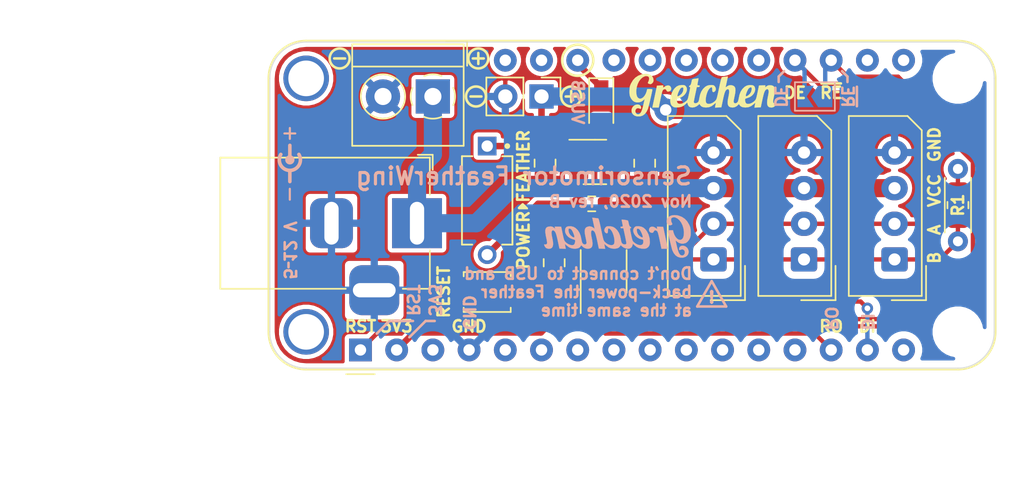
<source format=kicad_pcb>
(kicad_pcb (version 20171130) (host pcbnew "(5.1.7-0-10_14)")

  (general
    (thickness 1.6)
    (drawings 68)
    (tracks 92)
    (zones 0)
    (modules 21)
    (nets 35)
  )

  (page A4)
  (title_block
    (title "Sensori FeatherWing")
    (date 2020-11-23)
    (rev B)
    (comment 1 "Author: Emil Bergold")
  )

  (layers
    (0 F.Cu signal)
    (31 B.Cu signal)
    (32 B.Adhes user)
    (33 F.Adhes user)
    (34 B.Paste user)
    (35 F.Paste user)
    (36 B.SilkS user)
    (37 F.SilkS user)
    (38 B.Mask user)
    (39 F.Mask user)
    (40 Dwgs.User user)
    (41 Cmts.User user)
    (42 Eco1.User user)
    (43 Eco2.User user)
    (44 Edge.Cuts user)
    (45 Margin user)
    (46 B.CrtYd user)
    (47 F.CrtYd user)
    (48 B.Fab user)
    (49 F.Fab user)
  )

  (setup
    (last_trace_width 0.25)
    (user_trace_width 0.254)
    (user_trace_width 0.3048)
    (user_trace_width 0.4572)
    (user_trace_width 1.2192)
    (user_trace_width 1.27)
    (trace_clearance 0.2)
    (zone_clearance 0.3048)
    (zone_45_only no)
    (trace_min 0.2)
    (via_size 0.8)
    (via_drill 0.4)
    (via_min_size 0.6)
    (via_min_drill 0.3)
    (uvia_size 0.3)
    (uvia_drill 0.1)
    (uvias_allowed no)
    (uvia_min_size 0.2)
    (uvia_min_drill 0.1)
    (edge_width 0.05)
    (segment_width 0.2)
    (pcb_text_width 0.3)
    (pcb_text_size 1.5 1.5)
    (mod_edge_width 0.12)
    (mod_text_size 1 1)
    (mod_text_width 0.15)
    (pad_size 1.524 1.524)
    (pad_drill 0.762)
    (pad_to_mask_clearance 0.0508)
    (aux_axis_origin 0 0)
    (visible_elements FFFDFF7F)
    (pcbplotparams
      (layerselection 0x010fc_ffffffff)
      (usegerberextensions false)
      (usegerberattributes true)
      (usegerberadvancedattributes true)
      (creategerberjobfile true)
      (excludeedgelayer true)
      (linewidth 0.100000)
      (plotframeref false)
      (viasonmask false)
      (mode 1)
      (useauxorigin false)
      (hpglpennumber 1)
      (hpglpenspeed 20)
      (hpglpendiameter 15.000000)
      (psnegative false)
      (psa4output false)
      (plotreference true)
      (plotvalue true)
      (plotinvisibletext false)
      (padsonsilk false)
      (subtractmaskfromsilk false)
      (outputformat 5)
      (mirror false)
      (drillshape 0)
      (scaleselection 1)
      (outputdirectory ""))
  )

  (net 0 "")
  (net 1 VCC)
  (net 2 GND)
  (net 3 /DE)
  (net 4 /TX)
  (net 5 /RX)
  (net 6 /~RE)
  (net 7 VBUS)
  (net 8 /A)
  (net 9 /B)
  (net 10 "Net-(A1-Pad17)")
  (net 11 "Net-(A1-Pad18)")
  (net 12 "Net-(A1-Pad21)")
  (net 13 "Net-(A1-Pad22)")
  (net 14 "Net-(A1-Pad23)")
  (net 15 "Net-(A1-Pad24)")
  (net 16 "Net-(A1-Pad25)")
  (net 17 "Net-(A1-Pad27)")
  (net 18 "Net-(A1-Pad28)")
  (net 19 "Net-(A1-Pad1)")
  (net 20 "Net-(A1-Pad3)")
  (net 21 "Net-(A1-Pad5)")
  (net 22 "Net-(A1-Pad6)")
  (net 23 "Net-(A1-Pad7)")
  (net 24 "Net-(A1-Pad8)")
  (net 25 "Net-(A1-Pad9)")
  (net 26 "Net-(A1-Pad10)")
  (net 27 "Net-(A1-Pad11)")
  (net 28 "Net-(A1-Pad16)")
  (net 29 /VUSB)
  (net 30 "Net-(A1-Pad12)")
  (net 31 "Net-(A1-Pad13)")
  (net 32 "Net-(C3-Pad1)")
  (net 33 "Net-(R2-Pad1)")
  (net 34 "Net-(U2-Pad4)")

  (net_class Default "This is the default net class."
    (clearance 0.2)
    (trace_width 0.25)
    (via_dia 0.8)
    (via_drill 0.4)
    (uvia_dia 0.3)
    (uvia_drill 0.1)
    (add_net /A)
    (add_net /B)
    (add_net /DE)
    (add_net /RX)
    (add_net /TX)
    (add_net /VUSB)
    (add_net /~RE)
    (add_net GND)
    (add_net "Net-(A1-Pad1)")
    (add_net "Net-(A1-Pad10)")
    (add_net "Net-(A1-Pad11)")
    (add_net "Net-(A1-Pad12)")
    (add_net "Net-(A1-Pad13)")
    (add_net "Net-(A1-Pad16)")
    (add_net "Net-(A1-Pad17)")
    (add_net "Net-(A1-Pad18)")
    (add_net "Net-(A1-Pad21)")
    (add_net "Net-(A1-Pad22)")
    (add_net "Net-(A1-Pad23)")
    (add_net "Net-(A1-Pad24)")
    (add_net "Net-(A1-Pad25)")
    (add_net "Net-(A1-Pad27)")
    (add_net "Net-(A1-Pad28)")
    (add_net "Net-(A1-Pad3)")
    (add_net "Net-(A1-Pad5)")
    (add_net "Net-(A1-Pad6)")
    (add_net "Net-(A1-Pad7)")
    (add_net "Net-(A1-Pad8)")
    (add_net "Net-(A1-Pad9)")
    (add_net "Net-(C3-Pad1)")
    (add_net "Net-(R2-Pad1)")
    (add_net "Net-(U2-Pad4)")
    (add_net VBUS)
    (add_net VCC)
  )

  (module Resistor_SMD:R_0805_2012Metric_Pad1.20x1.40mm_HandSolder (layer F.Cu) (tedit 5F68FEEE) (tstamp 5FB51748)
    (at 537.21 341.63 90)
    (descr "Resistor SMD 0805 (2012 Metric), square (rectangular) end terminal, IPC_7351 nominal with elongated pad for handsoldering. (Body size source: IPC-SM-782 page 72, https://www.pcb-3d.com/wordpress/wp-content/uploads/ipc-sm-782a_amendment_1_and_2.pdf), generated with kicad-footprint-generator")
    (tags "resistor handsolder")
    (path /5FB56AFD)
    (attr smd)
    (fp_text reference R3 (at 0 -1.65 90) (layer F.SilkS) hide
      (effects (font (size 1 1) (thickness 0.15)))
    )
    (fp_text value "120 Ω" (at 0 1.65 90) (layer F.Fab)
      (effects (font (size 1 1) (thickness 0.15)))
    )
    (fp_line (start -1 0.625) (end -1 -0.625) (layer F.Fab) (width 0.1))
    (fp_line (start -1 -0.625) (end 1 -0.625) (layer F.Fab) (width 0.1))
    (fp_line (start 1 -0.625) (end 1 0.625) (layer F.Fab) (width 0.1))
    (fp_line (start 1 0.625) (end -1 0.625) (layer F.Fab) (width 0.1))
    (fp_line (start -0.227064 -0.735) (end 0.227064 -0.735) (layer F.SilkS) (width 0.12))
    (fp_line (start -0.227064 0.735) (end 0.227064 0.735) (layer F.SilkS) (width 0.12))
    (fp_line (start -1.85 0.95) (end -1.85 -0.95) (layer F.CrtYd) (width 0.05))
    (fp_line (start -1.85 -0.95) (end 1.85 -0.95) (layer F.CrtYd) (width 0.05))
    (fp_line (start 1.85 -0.95) (end 1.85 0.95) (layer F.CrtYd) (width 0.05))
    (fp_line (start 1.85 0.95) (end -1.85 0.95) (layer F.CrtYd) (width 0.05))
    (fp_text user %R (at 0 0 90) (layer F.Fab)
      (effects (font (size 0.5 0.5) (thickness 0.08)))
    )
    (pad 2 smd roundrect (at 1 0 90) (size 1.2 1.4) (layers F.Cu F.Paste F.Mask) (roundrect_rratio 0.208333)
      (net 8 /A))
    (pad 1 smd roundrect (at -1 0 90) (size 1.2 1.4) (layers F.Cu F.Paste F.Mask) (roundrect_rratio 0.208333)
      (net 9 /B))
    (model ${KISYS3DMOD}/Resistor_SMD.3dshapes/R_0805_2012Metric.wrl
      (at (xyz 0 0 0))
      (scale (xyz 1 1 1))
      (rotate (xyz 0 0 0))
    )
  )

  (module Diode_SMD:D_SOD-323_HandSoldering (layer F.Cu) (tedit 58641869) (tstamp 5FB3A203)
    (at 512.191 334.625 270)
    (descr SOD-323)
    (tags SOD-323)
    (path /5FBDEB64)
    (attr smd)
    (fp_text reference D1 (at 0 -1.65 90) (layer F.SilkS) hide
      (effects (font (size 1 1) (thickness 0.15)))
    )
    (fp_text value D_Schottky (at 0 1.65 90) (layer F.Fab)
      (effects (font (size 1 1) (thickness 0.15)))
    )
    (fp_line (start -1.9 -0.85) (end -1.9 0.85) (layer F.SilkS) (width 0.12))
    (fp_line (start 0.2 0) (end 0.45 0) (layer F.Fab) (width 0.1))
    (fp_line (start 0.2 0.35) (end -0.3 0) (layer F.Fab) (width 0.1))
    (fp_line (start 0.2 -0.35) (end 0.2 0.35) (layer F.Fab) (width 0.1))
    (fp_line (start -0.3 0) (end 0.2 -0.35) (layer F.Fab) (width 0.1))
    (fp_line (start -0.3 0) (end -0.5 0) (layer F.Fab) (width 0.1))
    (fp_line (start -0.3 -0.35) (end -0.3 0.35) (layer F.Fab) (width 0.1))
    (fp_line (start -0.9 0.7) (end -0.9 -0.7) (layer F.Fab) (width 0.1))
    (fp_line (start 0.9 0.7) (end -0.9 0.7) (layer F.Fab) (width 0.1))
    (fp_line (start 0.9 -0.7) (end 0.9 0.7) (layer F.Fab) (width 0.1))
    (fp_line (start -0.9 -0.7) (end 0.9 -0.7) (layer F.Fab) (width 0.1))
    (fp_line (start -2 -0.95) (end 2 -0.95) (layer F.CrtYd) (width 0.05))
    (fp_line (start 2 -0.95) (end 2 0.95) (layer F.CrtYd) (width 0.05))
    (fp_line (start -2 0.95) (end 2 0.95) (layer F.CrtYd) (width 0.05))
    (fp_line (start -2 -0.95) (end -2 0.95) (layer F.CrtYd) (width 0.05))
    (fp_line (start -1.9 0.85) (end 1.25 0.85) (layer F.SilkS) (width 0.12))
    (fp_line (start -1.9 -0.85) (end 1.25 -0.85) (layer F.SilkS) (width 0.12))
    (fp_text user %R (at 0 0 90) (layer F.Fab)
      (effects (font (size 0.5 0.5) (thickness 0.08)))
    )
    (pad 2 smd rect (at 1.25 0 270) (size 1 1) (layers F.Cu F.Paste F.Mask)
      (net 32 "Net-(C3-Pad1)"))
    (pad 1 smd rect (at -1.25 0 270) (size 1 1) (layers F.Cu F.Paste F.Mask)
      (net 29 /VUSB))
    (model ${KISYS3DMOD}/Diode_SMD.3dshapes/D_SOD-323.wrl
      (at (xyz 0 0 0))
      (scale (xyz 1 1 1))
      (rotate (xyz 0 0 0))
    )
  )

  (module SensoriFeatherWing:SW_DS04-254-1L-01BK (layer F.Cu) (tedit 5FB2BE37) (tstamp 5FB19528)
    (at 504.19 341.2998 270)
    (path /5FBEB45B)
    (fp_text reference SW2 (at 0 -2.33 90) (layer F.SilkS) hide
      (effects (font (size 1 1) (thickness 0.15)))
    )
    (fp_text value SW_SPST (at 0 2.33 90) (layer F.Fab)
      (effects (font (size 1 1) (thickness 0.15)))
    )
    (fp_line (start 3.1 -1.05) (end 3.1 -1.77) (layer F.SilkS) (width 0.127))
    (fp_line (start -3.1 1.05) (end -3.1 1.77) (layer F.SilkS) (width 0.127))
    (fp_line (start 3.1 1.77) (end 3.1 1.05) (layer F.SilkS) (width 0.127))
    (fp_line (start -3.1 -1.77) (end -3.1 -1.05) (layer F.SilkS) (width 0.127))
    (fp_circle (center -3.81 -1.41) (end -3.71 -1.41) (layer F.Fab) (width 0.2))
    (fp_circle (center -3.81 -1.41) (end -3.71 -1.41) (layer F.SilkS) (width 0.2))
    (fp_line (start -3.36 -2.02) (end 3.36 -2.02) (layer F.CrtYd) (width 0.05))
    (fp_line (start -4.71 0.9) (end -4.71 -0.9) (layer F.CrtYd) (width 0.05))
    (fp_line (start 3.36 2.02) (end -3.36 2.02) (layer F.CrtYd) (width 0.05))
    (fp_line (start 4.71 -0.9) (end 4.71 0.9) (layer F.CrtYd) (width 0.05))
    (fp_line (start 3.1 1.77) (end 3.1 -1.77) (layer F.Fab) (width 0.127))
    (fp_line (start -3.1 1.77) (end 3.1 1.77) (layer F.Fab) (width 0.127))
    (fp_line (start -3.1 -1.77) (end -3.1 1.77) (layer F.Fab) (width 0.127))
    (fp_line (start 3.1 -1.77) (end -3.1 -1.77) (layer F.Fab) (width 0.127))
    (fp_line (start -3.1 1.77) (end 3.1 1.77) (layer F.SilkS) (width 0.127))
    (fp_line (start 3.1 -1.77) (end -3.1 -1.77) (layer F.SilkS) (width 0.127))
    (fp_line (start -3.36 -2.02) (end -3.36 -0.9) (layer F.CrtYd) (width 0.05))
    (fp_line (start -3.36 -0.9) (end -4.71 -0.9) (layer F.CrtYd) (width 0.05))
    (fp_line (start -3.36 0.9) (end -3.36 2.02) (layer F.CrtYd) (width 0.05))
    (fp_line (start -3.36 0.9) (end -4.71 0.9) (layer F.CrtYd) (width 0.05))
    (fp_line (start 4.71 -0.9) (end 3.36 -0.9) (layer F.CrtYd) (width 0.05))
    (fp_line (start 3.36 -2.02) (end 3.36 -0.9) (layer F.CrtYd) (width 0.05))
    (fp_line (start 3.36 0.9) (end 3.36 2.02) (layer F.CrtYd) (width 0.05))
    (fp_line (start 4.71 0.9) (end 3.36 0.9) (layer F.CrtYd) (width 0.05))
    (fp_text user %R (at 2.1 0) (layer F.Fab)
      (effects (font (size 0.6 0.6) (thickness 0.09)))
    )
    (fp_text user on (at 0.83 -0.76 90) (layer F.Fab)
      (effects (font (size 0.6 0.6) (thickness 0.09)))
    )
    (pad 1 thru_hole rect (at -3.81 0 270) (size 1.308 1.308) (drill 0.8) (layers *.Cu *.Mask)
      (net 7 VBUS))
    (pad 2 thru_hole circle (at 3.81 0 270) (size 1.308 1.308) (drill 0.8) (layers *.Cu *.Mask)
      (net 33 "Net-(R2-Pad1)"))
    (model ${KIPRJMOD}/3d/CUI_DEVICES_DS04-254-1L-01BK.step
      (offset (xyz 9 1.5 0))
      (scale (xyz 1 1 1))
      (rotate (xyz -90 0 180))
    )
  )

  (module Package_TO_SOT_SMD:SOT-23-5 (layer F.Cu) (tedit 5F6F9B37) (tstamp 5FB05E32)
    (at 511.7465 338.6035)
    (descr "SOT, 5 Pin (https://www.jedec.org/sites/default/files/docs/Mo-178c.PDF variant AA), generated with kicad-footprint-generator ipc_gullwing_generator.py")
    (tags "SOT TO_SOT_SMD")
    (path /5FC5334E)
    (attr smd)
    (fp_text reference U2 (at 0 -2.4) (layer F.SilkS) hide
      (effects (font (size 1 1) (thickness 0.15)))
    )
    (fp_text value MIC5219-5.0YM5 (at 0 2.4) (layer F.Fab)
      (effects (font (size 1 1) (thickness 0.15)))
    )
    (fp_line (start 2.05 -1.7) (end -2.05 -1.7) (layer F.CrtYd) (width 0.05))
    (fp_line (start 2.05 1.7) (end 2.05 -1.7) (layer F.CrtYd) (width 0.05))
    (fp_line (start -2.05 1.7) (end 2.05 1.7) (layer F.CrtYd) (width 0.05))
    (fp_line (start -2.05 -1.7) (end -2.05 1.7) (layer F.CrtYd) (width 0.05))
    (fp_line (start -0.8 -1.05) (end -0.4 -1.45) (layer F.Fab) (width 0.1))
    (fp_line (start -0.8 1.45) (end -0.8 -1.05) (layer F.Fab) (width 0.1))
    (fp_line (start 0.8 1.45) (end -0.8 1.45) (layer F.Fab) (width 0.1))
    (fp_line (start 0.8 -1.45) (end 0.8 1.45) (layer F.Fab) (width 0.1))
    (fp_line (start -0.4 -1.45) (end 0.8 -1.45) (layer F.Fab) (width 0.1))
    (fp_line (start 0 -1.56) (end -1.8 -1.56) (layer F.SilkS) (width 0.12))
    (fp_line (start 0 -1.56) (end 0.8 -1.56) (layer F.SilkS) (width 0.12))
    (fp_line (start 0 1.56) (end -0.8 1.56) (layer F.SilkS) (width 0.12))
    (fp_line (start 0 1.56) (end 0.8 1.56) (layer F.SilkS) (width 0.12))
    (fp_text user %R (at 0 0) (layer F.Fab)
      (effects (font (size 0.4 0.4) (thickness 0.06)))
    )
    (pad 5 smd roundrect (at 1.1375 -0.95) (size 1.325 0.6) (layers F.Cu F.Paste F.Mask) (roundrect_rratio 0.25)
      (net 32 "Net-(C3-Pad1)"))
    (pad 4 smd roundrect (at 1.1375 0.95) (size 1.325 0.6) (layers F.Cu F.Paste F.Mask) (roundrect_rratio 0.25)
      (net 34 "Net-(U2-Pad4)"))
    (pad 3 smd roundrect (at -1.1375 0.95) (size 1.325 0.6) (layers F.Cu F.Paste F.Mask) (roundrect_rratio 0.25)
      (net 33 "Net-(R2-Pad1)"))
    (pad 2 smd roundrect (at -1.1375 0) (size 1.325 0.6) (layers F.Cu F.Paste F.Mask) (roundrect_rratio 0.25)
      (net 2 GND))
    (pad 1 smd roundrect (at -1.1375 -0.95) (size 1.325 0.6) (layers F.Cu F.Paste F.Mask) (roundrect_rratio 0.25)
      (net 7 VBUS))
    (model ${KISYS3DMOD}/Package_TO_SOT_SMD.3dshapes/SOT-23-5.wrl
      (at (xyz 0 0 0))
      (scale (xyz 1 1 1))
      (rotate (xyz 0 0 0))
    )
  )

  (module Button_Switch_SMD:SW_SPST_B3U-1000P (layer F.Cu) (tedit 5A02FC95) (tstamp 5FB2618B)
    (at 504.19 347.726)
    (descr "Ultra-small-sized Tactile Switch with High Contact Reliability, Top-actuated Model, without Ground Terminal, without Boss")
    (tags "Tactile Switch")
    (path /5FAFE658)
    (attr smd)
    (fp_text reference SW1 (at 0 -2.5) (layer F.SilkS) hide
      (effects (font (size 1 1) (thickness 0.15)))
    )
    (fp_text value B3U-1000P (at 0 2.5) (layer F.Fab)
      (effects (font (size 1 1) (thickness 0.15)))
    )
    (fp_circle (center 0 0) (end 0.75 0) (layer F.Fab) (width 0.1))
    (fp_line (start -1.5 1.25) (end -1.5 -1.25) (layer F.Fab) (width 0.1))
    (fp_line (start 1.5 1.25) (end -1.5 1.25) (layer F.Fab) (width 0.1))
    (fp_line (start 1.5 -1.25) (end 1.5 1.25) (layer F.Fab) (width 0.1))
    (fp_line (start -1.5 -1.25) (end 1.5 -1.25) (layer F.Fab) (width 0.1))
    (fp_line (start 1.65 -1.4) (end 1.65 -1.1) (layer F.SilkS) (width 0.12))
    (fp_line (start -1.65 -1.4) (end 1.65 -1.4) (layer F.SilkS) (width 0.12))
    (fp_line (start -1.65 -1.1) (end -1.65 -1.4) (layer F.SilkS) (width 0.12))
    (fp_line (start 1.65 1.4) (end 1.65 1.1) (layer F.SilkS) (width 0.12))
    (fp_line (start -1.65 1.4) (end 1.65 1.4) (layer F.SilkS) (width 0.12))
    (fp_line (start -1.65 1.1) (end -1.65 1.4) (layer F.SilkS) (width 0.12))
    (fp_line (start -2.4 -1.65) (end -2.4 1.65) (layer F.CrtYd) (width 0.05))
    (fp_line (start 2.4 -1.65) (end -2.4 -1.65) (layer F.CrtYd) (width 0.05))
    (fp_line (start 2.4 1.65) (end 2.4 -1.65) (layer F.CrtYd) (width 0.05))
    (fp_line (start -2.4 1.65) (end 2.4 1.65) (layer F.CrtYd) (width 0.05))
    (fp_text user %R (at 0 -2.5) (layer F.Fab)
      (effects (font (size 1 1) (thickness 0.15)))
    )
    (pad 2 smd rect (at 1.7 0) (size 0.9 1.7) (layers F.Cu F.Paste F.Mask)
      (net 2 GND))
    (pad 1 smd rect (at -1.7 0) (size 0.9 1.7) (layers F.Cu F.Paste F.Mask)
      (net 19 "Net-(A1-Pad1)"))
    (model ${KISYS3DMOD}/Button_Switch_SMD.3dshapes/SW_SPST_B3U-1000P.wrl
      (at (xyz 0 0 0))
      (scale (xyz 1 1 1))
      (rotate (xyz 0 0 0))
    )
  )

  (module Resistor_SMD:R_0603_1608Metric_Pad0.98x0.95mm_HandSolder (layer F.Cu) (tedit 5F68FEEE) (tstamp 5FB03C72)
    (at 511.52234 341.5411)
    (descr "Resistor SMD 0603 (1608 Metric), square (rectangular) end terminal, IPC_7351 nominal with elongated pad for handsoldering. (Body size source: IPC-SM-782 page 72, https://www.pcb-3d.com/wordpress/wp-content/uploads/ipc-sm-782a_amendment_1_and_2.pdf), generated with kicad-footprint-generator")
    (tags "resistor handsolder")
    (path /5FBECBD6)
    (attr smd)
    (fp_text reference R2 (at 0 -1.43) (layer F.SilkS) hide
      (effects (font (size 1 1) (thickness 0.15)))
    )
    (fp_text value "10 kΩ" (at 0 1.43) (layer F.Fab)
      (effects (font (size 1 1) (thickness 0.15)))
    )
    (fp_line (start 1.65 0.73) (end -1.65 0.73) (layer F.CrtYd) (width 0.05))
    (fp_line (start 1.65 -0.73) (end 1.65 0.73) (layer F.CrtYd) (width 0.05))
    (fp_line (start -1.65 -0.73) (end 1.65 -0.73) (layer F.CrtYd) (width 0.05))
    (fp_line (start -1.65 0.73) (end -1.65 -0.73) (layer F.CrtYd) (width 0.05))
    (fp_line (start -0.254724 0.5225) (end 0.254724 0.5225) (layer F.SilkS) (width 0.12))
    (fp_line (start -0.254724 -0.5225) (end 0.254724 -0.5225) (layer F.SilkS) (width 0.12))
    (fp_line (start 0.8 0.4125) (end -0.8 0.4125) (layer F.Fab) (width 0.1))
    (fp_line (start 0.8 -0.4125) (end 0.8 0.4125) (layer F.Fab) (width 0.1))
    (fp_line (start -0.8 -0.4125) (end 0.8 -0.4125) (layer F.Fab) (width 0.1))
    (fp_line (start -0.8 0.4125) (end -0.8 -0.4125) (layer F.Fab) (width 0.1))
    (fp_text user %R (at 0 0) (layer F.Fab)
      (effects (font (size 0.4 0.4) (thickness 0.06)))
    )
    (pad 2 smd roundrect (at 0.9125 0) (size 0.975 0.95) (layers F.Cu F.Paste F.Mask) (roundrect_rratio 0.25)
      (net 2 GND))
    (pad 1 smd roundrect (at -0.9125 0) (size 0.975 0.95) (layers F.Cu F.Paste F.Mask) (roundrect_rratio 0.25)
      (net 33 "Net-(R2-Pad1)"))
    (model ${KISYS3DMOD}/Resistor_SMD.3dshapes/R_0603_1608Metric.wrl
      (at (xyz 0 0 0))
      (scale (xyz 1 1 1))
      (rotate (xyz 0 0 0))
    )
  )

  (module Jumper:SolderJumper-2_P1.3mm_Open_TrianglePad1.0x1.5mm (layer B.Cu) (tedit 5A64794F) (tstamp 5FB2C3E5)
    (at 527.177 334.01 180)
    (descr "SMD Solder Jumper, 1x1.5mm Triangular Pads, 0.3mm gap, open")
    (tags "solder jumper open")
    (path /5FB2ACD9)
    (attr virtual)
    (fp_text reference JP1 (at 0 1.8) (layer B.SilkS) hide
      (effects (font (size 1 1) (thickness 0.15)) (justify mirror))
    )
    (fp_text value "RS485 Dir" (at 0 -1.9) (layer B.Fab)
      (effects (font (size 1 1) (thickness 0.15)) (justify mirror))
    )
    (fp_line (start 1.65 -1.25) (end -1.65 -1.25) (layer B.CrtYd) (width 0.05))
    (fp_line (start 1.65 -1.25) (end 1.65 1.25) (layer B.CrtYd) (width 0.05))
    (fp_line (start -1.65 1.25) (end -1.65 -1.25) (layer B.CrtYd) (width 0.05))
    (fp_line (start -1.65 1.25) (end 1.65 1.25) (layer B.CrtYd) (width 0.05))
    (fp_line (start -1.4 1) (end 1.4 1) (layer B.SilkS) (width 0.12))
    (fp_line (start 1.4 1) (end 1.4 -1) (layer B.SilkS) (width 0.12))
    (fp_line (start 1.4 -1) (end -1.4 -1) (layer B.SilkS) (width 0.12))
    (fp_line (start -1.4 -1) (end -1.4 1) (layer B.SilkS) (width 0.12))
    (pad 1 smd custom (at -0.725 0 180) (size 0.3 0.3) (layers B.Cu B.Mask)
      (net 6 /~RE) (zone_connect 2)
      (options (clearance outline) (anchor rect))
      (primitives
        (gr_poly (pts
           (xy -0.5 0.75) (xy 0.5 0.75) (xy 1 0) (xy 0.5 -0.75) (xy -0.5 -0.75)
) (width 0))
      ))
    (pad 2 smd custom (at 0.725 0 180) (size 0.3 0.3) (layers B.Cu B.Mask)
      (net 3 /DE) (zone_connect 2)
      (options (clearance outline) (anchor rect))
      (primitives
        (gr_poly (pts
           (xy -0.65 0.75) (xy 0.5 0.75) (xy 0.5 -0.75) (xy -0.65 -0.75) (xy -0.15 0)
) (width 0))
      ))
  )

  (module Capacitor_SMD:C_0805_2012Metric_Pad1.18x1.45mm_HandSolder (layer F.Cu) (tedit 5F68FEEF) (tstamp 5FB03A9E)
    (at 515.23646 338.6924 270)
    (descr "Capacitor SMD 0805 (2012 Metric), square (rectangular) end terminal, IPC_7351 nominal with elongated pad for handsoldering. (Body size source: IPC-SM-782 page 76, https://www.pcb-3d.com/wordpress/wp-content/uploads/ipc-sm-782a_amendment_1_and_2.pdf, https://docs.google.com/spreadsheets/d/1BsfQQcO9C6DZCsRaXUlFlo91Tg2WpOkGARC1WS5S8t0/edit?usp=sharing), generated with kicad-footprint-generator")
    (tags "capacitor handsolder")
    (path /5FBDDA15)
    (attr smd)
    (fp_text reference C3 (at 0 -1.68 90) (layer F.SilkS) hide
      (effects (font (size 1 1) (thickness 0.15)))
    )
    (fp_text value "10 µF" (at 0 1.68 90) (layer F.Fab)
      (effects (font (size 1 1) (thickness 0.15)))
    )
    (fp_line (start 1.88 0.98) (end -1.88 0.98) (layer F.CrtYd) (width 0.05))
    (fp_line (start 1.88 -0.98) (end 1.88 0.98) (layer F.CrtYd) (width 0.05))
    (fp_line (start -1.88 -0.98) (end 1.88 -0.98) (layer F.CrtYd) (width 0.05))
    (fp_line (start -1.88 0.98) (end -1.88 -0.98) (layer F.CrtYd) (width 0.05))
    (fp_line (start -0.261252 0.735) (end 0.261252 0.735) (layer F.SilkS) (width 0.12))
    (fp_line (start -0.261252 -0.735) (end 0.261252 -0.735) (layer F.SilkS) (width 0.12))
    (fp_line (start 1 0.625) (end -1 0.625) (layer F.Fab) (width 0.1))
    (fp_line (start 1 -0.625) (end 1 0.625) (layer F.Fab) (width 0.1))
    (fp_line (start -1 -0.625) (end 1 -0.625) (layer F.Fab) (width 0.1))
    (fp_line (start -1 0.625) (end -1 -0.625) (layer F.Fab) (width 0.1))
    (fp_text user %R (at 0 0 90) (layer F.Fab)
      (effects (font (size 0.5 0.5) (thickness 0.08)))
    )
    (pad 2 smd roundrect (at 1.0375 0 270) (size 1.175 1.45) (layers F.Cu F.Paste F.Mask) (roundrect_rratio 0.212766)
      (net 2 GND))
    (pad 1 smd roundrect (at -1.0375 0 270) (size 1.175 1.45) (layers F.Cu F.Paste F.Mask) (roundrect_rratio 0.212766)
      (net 32 "Net-(C3-Pad1)"))
    (model ${KISYS3DMOD}/Capacitor_SMD.3dshapes/C_0805_2012Metric.wrl
      (at (xyz 0 0 0))
      (scale (xyz 1 1 1))
      (rotate (xyz 0 0 0))
    )
  )

  (module Capacitor_SMD:C_0805_2012Metric_Pad1.18x1.45mm_HandSolder (layer F.Cu) (tedit 5F68FEEF) (tstamp 5FB03A8D)
    (at 508.24892 338.69004 270)
    (descr "Capacitor SMD 0805 (2012 Metric), square (rectangular) end terminal, IPC_7351 nominal with elongated pad for handsoldering. (Body size source: IPC-SM-782 page 76, https://www.pcb-3d.com/wordpress/wp-content/uploads/ipc-sm-782a_amendment_1_and_2.pdf, https://docs.google.com/spreadsheets/d/1BsfQQcO9C6DZCsRaXUlFlo91Tg2WpOkGARC1WS5S8t0/edit?usp=sharing), generated with kicad-footprint-generator")
    (tags "capacitor handsolder")
    (path /5FBDD4F0)
    (attr smd)
    (fp_text reference C2 (at 0 -1.68 90) (layer F.SilkS) hide
      (effects (font (size 1 1) (thickness 0.15)))
    )
    (fp_text value "1 µF" (at 0 1.68 90) (layer F.Fab)
      (effects (font (size 1 1) (thickness 0.15)))
    )
    (fp_line (start 1.88 0.98) (end -1.88 0.98) (layer F.CrtYd) (width 0.05))
    (fp_line (start 1.88 -0.98) (end 1.88 0.98) (layer F.CrtYd) (width 0.05))
    (fp_line (start -1.88 -0.98) (end 1.88 -0.98) (layer F.CrtYd) (width 0.05))
    (fp_line (start -1.88 0.98) (end -1.88 -0.98) (layer F.CrtYd) (width 0.05))
    (fp_line (start -0.261252 0.735) (end 0.261252 0.735) (layer F.SilkS) (width 0.12))
    (fp_line (start -0.261252 -0.735) (end 0.261252 -0.735) (layer F.SilkS) (width 0.12))
    (fp_line (start 1 0.625) (end -1 0.625) (layer F.Fab) (width 0.1))
    (fp_line (start 1 -0.625) (end 1 0.625) (layer F.Fab) (width 0.1))
    (fp_line (start -1 -0.625) (end 1 -0.625) (layer F.Fab) (width 0.1))
    (fp_line (start -1 0.625) (end -1 -0.625) (layer F.Fab) (width 0.1))
    (fp_text user %R (at 0 0 90) (layer F.Fab)
      (effects (font (size 0.5 0.5) (thickness 0.08)))
    )
    (pad 2 smd roundrect (at 1.0375 0 270) (size 1.175 1.45) (layers F.Cu F.Paste F.Mask) (roundrect_rratio 0.212766)
      (net 2 GND))
    (pad 1 smd roundrect (at -1.0375 0 270) (size 1.175 1.45) (layers F.Cu F.Paste F.Mask) (roundrect_rratio 0.212766)
      (net 7 VBUS))
    (model ${KISYS3DMOD}/Capacitor_SMD.3dshapes/C_0805_2012Metric.wrl
      (at (xyz 0 0 0))
      (scale (xyz 1 1 1))
      (rotate (xyz 0 0 0))
    )
  )

  (module Gretchen:gretchen_logo_bmp (layer F.Cu) (tedit 0) (tstamp 5F82EE8C)
    (at 519.303 333.883)
    (fp_text reference G*** (at 0 0) (layer F.SilkS) hide
      (effects (font (size 1.524 1.524) (thickness 0.3)))
    )
    (fp_text value LOGO (at 0.75 0) (layer F.SilkS) hide
      (effects (font (size 1.524 1.524) (thickness 0.3)))
    )
    (fp_poly (pts (xy -3.803067 -1.437107) (xy -3.655368 -1.378792) (xy -3.542451 -1.287887) (xy -3.469863 -1.167611)
      (xy -3.443148 -1.021179) (xy -3.443111 -1.01523) (xy -3.454333 -0.921952) (xy -3.496787 -0.847742)
      (xy -3.528909 -0.812971) (xy -3.593486 -0.757728) (xy -3.649443 -0.739393) (xy -3.702608 -0.744754)
      (xy -3.796094 -0.771465) (xy -3.838125 -0.80846) (xy -3.833637 -0.86355) (xy -3.808433 -0.912234)
      (xy -3.771554 -1.002234) (xy -3.754908 -1.104672) (xy -3.76096 -1.195395) (xy -3.775729 -1.232956)
      (xy -3.835288 -1.28082) (xy -3.925379 -1.305559) (xy -4.022833 -1.301433) (xy -4.037334 -1.297775)
      (xy -4.195402 -1.224244) (xy -4.337321 -1.103301) (xy -4.458612 -0.942757) (xy -4.554798 -0.750424)
      (xy -4.6214 -0.534115) (xy -4.653939 -0.301643) (xy -4.656451 -0.217815) (xy -4.642558 -0.024309)
      (xy -4.600921 0.123143) (xy -4.532246 0.223292) (xy -4.437235 0.274886) (xy -4.375221 0.282117)
      (xy -4.269251 0.255365) (xy -4.164157 0.181187) (xy -4.067189 0.068243) (xy -3.985599 -0.074811)
      (xy -3.926639 -0.239316) (xy -3.921563 -0.259527) (xy -3.889037 -0.395111) (xy -3.708408 -0.395111)
      (xy -3.606532 -0.392235) (xy -3.550256 -0.381939) (xy -3.528948 -0.361718) (xy -3.527778 -0.352564)
      (xy -3.534275 -0.301776) (xy -3.552222 -0.206242) (xy -3.579305 -0.075958) (xy -3.61321 0.079082)
      (xy -3.651622 0.248882) (xy -3.692227 0.423449) (xy -3.732712 0.592786) (xy -3.770761 0.746899)
      (xy -3.80406 0.875793) (xy -3.830296 0.969474) (xy -3.842617 1.007156) (xy -3.940846 1.208364)
      (xy -4.066095 1.362412) (xy -4.215917 1.4677) (xy -4.387867 1.522626) (xy -4.5795 1.525589)
      (xy -4.624561 1.519022) (xy -4.771751 1.469398) (xy -4.884075 1.383781) (xy -4.957934 1.271902)
      (xy -4.989731 1.143493) (xy -4.975867 1.008284) (xy -4.912745 0.876006) (xy -4.878475 0.832346)
      (xy -4.779485 0.748773) (xy -4.669036 0.701325) (xy -4.557881 0.688499) (xy -4.456771 0.708794)
      (xy -4.376457 0.760708) (xy -4.32769 0.842737) (xy -4.318 0.910664) (xy -4.325577 0.976002)
      (xy -4.355277 0.99602) (xy -4.417551 0.975866) (xy -4.43407 0.96785) (xy -4.533126 0.943329)
      (xy -4.619612 0.965436) (xy -4.684612 1.024477) (xy -4.719207 1.110753) (xy -4.714482 1.214567)
      (xy -4.700232 1.257294) (xy -4.639732 1.341533) (xy -4.554878 1.378245) (xy -4.456925 1.363449)
      (xy -4.432845 1.351861) (xy -4.365071 1.291979) (xy -4.302393 1.187574) (xy -4.243284 1.035141)
      (xy -4.186218 0.831177) (xy -4.163488 0.733778) (xy -4.133408 0.600406) (xy -4.106332 0.483197)
      (xy -4.085394 0.395545) (xy -4.074324 0.352778) (xy -4.072689 0.326957) (xy -4.097394 0.337954)
      (xy -4.154082 0.388332) (xy -4.155381 0.389569) (xy -4.293513 0.485099) (xy -4.453452 0.537107)
      (xy -4.620441 0.543267) (xy -4.779721 0.501249) (xy -4.800644 0.49135) (xy -4.905762 0.413385)
      (xy -5.002458 0.296423) (xy -5.077373 0.157696) (xy -5.094161 0.11274) (xy -5.120027 0.012542)
      (xy -5.132704 -0.101318) (xy -5.133803 -0.246793) (xy -5.131835 -0.306441) (xy -5.124036 -0.444518)
      (xy -5.110388 -0.547777) (xy -5.085914 -0.637837) (xy -5.045636 -0.736318) (xy -5.020358 -0.79055)
      (xy -4.88515 -1.016349) (xy -4.716149 -1.197343) (xy -4.514587 -1.332576) (xy -4.281693 -1.421092)
      (xy -4.180627 -1.4431) (xy -3.980001 -1.459616) (xy -3.803067 -1.437107)) (layer F.SilkS) (width 0.01))
    (fp_poly (pts (xy -2.771396 -0.567183) (xy -2.776994 -0.520846) (xy -2.769877 -0.501744) (xy -2.740408 -0.511031)
      (xy -2.678952 -0.549862) (xy -2.627784 -0.584393) (xy -2.512668 -0.6385) (xy -2.400756 -0.648923)
      (xy -2.304916 -0.615997) (xy -2.259826 -0.574749) (xy -2.209963 -0.475896) (xy -2.206459 -0.377827)
      (xy -2.244316 -0.293356) (xy -2.31854 -0.235294) (xy -2.399515 -0.216527) (xy -2.470088 -0.220561)
      (xy -2.511413 -0.252232) (xy -2.538038 -0.303388) (xy -2.589667 -0.37517) (xy -2.657693 -0.392979)
      (xy -2.74225 -0.356839) (xy -2.761408 -0.342947) (xy -2.781505 -0.323653) (xy -2.800581 -0.294571)
      (xy -2.820073 -0.250238) (xy -2.84142 -0.185196) (xy -2.866058 -0.093984) (xy -2.895426 0.02886)
      (xy -2.93096 0.188796) (xy -2.974099 0.391284) (xy -3.026281 0.641784) (xy -3.046745 0.740834)
      (xy -3.080224 0.903112) (xy -3.526367 0.903112) (xy -3.508761 0.815081) (xy -3.498098 0.763398)
      (xy -3.477559 0.665282) (xy -3.448993 0.52951) (xy -3.414248 0.364861) (xy -3.375175 0.180115)
      (xy -3.346766 0.046025) (xy -3.202376 -0.635) (xy -2.980691 -0.643303) (xy -2.759005 -0.651607)
      (xy -2.771396 -0.567183)) (layer F.SilkS) (width 0.01))
    (fp_poly (pts (xy 1.705283 -0.955544) (xy 1.676689 -0.821621) (xy 1.651092 -0.702705) (xy 1.631525 -0.61282)
      (xy 1.621779 -0.569216) (xy 1.606445 -0.503433) (xy 1.701635 -0.576037) (xy 1.831747 -0.649186)
      (xy 1.96737 -0.669321) (xy 2.08332 -0.65049) (xy 2.183734 -0.608045) (xy 2.253322 -0.539964)
      (xy 2.293189 -0.441271) (xy 2.30444 -0.306989) (xy 2.288178 -0.132138) (xy 2.246364 0.084476)
      (xy 2.217162 0.220187) (xy 2.193487 0.342401) (xy 2.177958 0.436776) (xy 2.173111 0.48565)
      (xy 2.193934 0.558268) (xy 2.247014 0.597861) (xy 2.318266 0.603625) (xy 2.393608 0.574762)
      (xy 2.458954 0.51047) (xy 2.464308 0.502205) (xy 2.488726 0.442246) (xy 2.514488 0.346693)
      (xy 2.536105 0.235982) (xy 2.536505 0.23345) (xy 2.569227 0.082402) (xy 3.027105 0.082402)
      (xy 3.048877 0.111648) (xy 3.103092 0.099901) (xy 3.178786 0.058742) (xy 3.308006 -0.050267)
      (xy 3.396968 -0.190086) (xy 3.437135 -0.342849) (xy 3.440356 -0.442995) (xy 3.425077 -0.497769)
      (xy 3.413232 -0.509023) (xy 3.357087 -0.514117) (xy 3.286412 -0.482685) (xy 3.222758 -0.425779)
      (xy 3.177282 -0.354473) (xy 3.125808 -0.250398) (xy 3.07772 -0.135092) (xy 3.042401 -0.030095)
      (xy 3.032707 0.010487) (xy 3.027105 0.082402) (xy 2.569227 0.082402) (xy 2.588289 -0.005583)
      (xy 2.663928 -0.202669) (xy 2.768151 -0.368966) (xy 2.816082 -0.426237) (xy 2.952097 -0.554423)
      (xy 3.091315 -0.633946) (xy 3.247898 -0.671511) (xy 3.345109 -0.676713) (xy 3.481945 -0.666641)
      (xy 3.576087 -0.631178) (xy 3.637886 -0.564218) (xy 3.670749 -0.484697) (xy 3.685798 -0.341629)
      (xy 3.651835 -0.196525) (xy 3.575255 -0.058124) (xy 3.462451 0.064836) (xy 3.31982 0.163618)
      (xy 3.153755 0.229483) (xy 3.146778 0.231293) (xy 3.061945 0.257093) (xy 3.000923 0.283408)
      (xy 2.9842 0.295866) (xy 2.972751 0.347286) (xy 2.979421 0.427682) (xy 2.999918 0.514225)
      (xy 3.029948 0.584088) (xy 3.041335 0.599723) (xy 3.11504 0.643293) (xy 3.217839 0.651039)
      (xy 3.338051 0.626166) (xy 3.463993 0.571878) (xy 3.583984 0.491379) (xy 3.646428 0.433754)
      (xy 3.685179 0.391051) (xy 3.715622 0.348511) (xy 3.741124 0.296512) (xy 3.765053 0.225434)
      (xy 3.790777 0.125657) (xy 3.821665 -0.012441) (xy 3.851039 -0.150723) (xy 3.88377 -0.306814)
      (xy 3.912012 -0.442716) (xy 3.933874 -0.549229) (xy 3.947465 -0.617153) (xy 3.951111 -0.637556)
      (xy 3.97712 -0.64289) (xy 4.046302 -0.646921) (xy 4.145389 -0.648978) (xy 4.179948 -0.649111)
      (xy 4.408785 -0.649111) (xy 4.372223 -0.503433) (xy 4.47704 -0.583327) (xy 4.557099 -0.634454)
      (xy 4.637893 -0.657525) (xy 4.732079 -0.66173) (xy 4.868254 -0.646225) (xy 4.968291 -0.600433)
      (xy 5.033693 -0.52083) (xy 5.065965 -0.403892) (xy 5.06661 -0.246096) (xy 5.037131 -0.043918)
      (xy 5.023616 0.021437) (xy 4.984757 0.204739) (xy 4.958895 0.341155) (xy 4.945449 0.438585)
      (xy 4.943838 0.50493) (xy 4.953482 0.548091) (xy 4.9738 0.575968) (xy 4.982351 0.582872)
      (xy 5.048618 0.605558) (xy 5.098993 0.603031) (xy 5.146094 0.597591) (xy 5.152886 0.622646)
      (xy 5.148315 0.638916) (xy 5.086551 0.772611) (xy 5.000655 0.857466) (xy 4.884837 0.898022)
      (xy 4.811435 0.903112) (xy 4.689419 0.885409) (xy 4.600735 0.830853) (xy 4.544677 0.737272)
      (xy 4.520537 0.602493) (xy 4.527608 0.424344) (xy 4.565183 0.200653) (xy 4.572232 0.168291)
      (xy 4.61007 -0.018245) (xy 4.629303 -0.158537) (xy 4.630168 -0.259549) (xy 4.612898 -0.328248)
      (xy 4.590052 -0.360932) (xy 4.550196 -0.39162) (xy 4.509309 -0.387788) (xy 4.467998 -0.36662)
      (xy 4.420209 -0.33158) (xy 4.378461 -0.280345) (xy 4.340124 -0.205953) (xy 4.302567 -0.101446)
      (xy 4.26316 0.040137) (xy 4.219273 0.225757) (xy 4.185461 0.381) (xy 4.077271 0.889)
      (xy 3.855161 0.897312) (xy 3.633051 0.905623) (xy 3.650955 0.798534) (xy 3.668255 0.706907)
      (xy 3.686469 0.626857) (xy 3.688057 0.620889) (xy 3.693439 0.58843) (xy 3.680063 0.58434)
      (xy 3.640786 0.612056) (xy 3.568465 0.675015) (xy 3.560232 0.6824) (xy 3.390682 0.806295)
      (xy 3.212019 0.877595) (xy 3.013363 0.900123) (xy 2.94695 0.897862) (xy 2.782825 0.870368)
      (xy 2.662754 0.810574) (xy 2.583329 0.716728) (xy 2.579356 0.70914) (xy 2.552937 0.667174)
      (xy 2.528503 0.673232) (xy 2.508801 0.695399) (xy 2.390146 0.805423) (xy 2.252754 0.877483)
      (xy 2.11376 0.903112) (xy 1.971783 0.888955) (xy 1.866162 0.844311) (xy 1.795528 0.765918)
      (xy 1.758514 0.650512) (xy 1.753754 0.494831) (xy 1.779879 0.295612) (xy 1.806222 0.169334)
      (xy 1.845576 -0.034163) (xy 1.860546 -0.193147) (xy 1.851423 -0.306152) (xy 1.818496 -0.37171)
      (xy 1.762058 -0.388356) (xy 1.700267 -0.365524) (xy 1.652132 -0.329859) (xy 1.609977 -0.277139)
      (xy 1.5712 -0.200447) (xy 1.533198 -0.092866) (xy 1.493367 0.052519) (xy 1.449106 0.242625)
      (xy 1.419347 0.381) (xy 1.312333 0.889) (xy 1.089803 0.897312) (xy 0.867273 0.905623)
      (xy 0.885177 0.798534) (xy 0.902477 0.706907) (xy 0.920691 0.626857) (xy 0.92228 0.620889)
      (xy 0.927662 0.58843) (xy 0.914285 0.58434) (xy 0.875008 0.612056) (xy 0.802687 0.675015)
      (xy 0.794455 0.6824) (xy 0.624905 0.806295) (xy 0.446241 0.877595) (xy 0.247585 0.900123)
      (xy 0.181172 0.897862) (xy 0.025429 0.873664) (xy -0.08961 0.81958) (xy -0.174641 0.72905)
      (xy -0.215729 0.654457) (xy -0.235859 0.666122) (xy -0.280134 0.706149) (xy -0.28955 0.71545)
      (xy -0.4199 0.814082) (xy -0.572424 0.879865) (xy -0.721242 0.903112) (xy -0.861895 0.881631)
      (xy -0.965858 0.81747) (xy -1.032552 0.711048) (xy -1.046132 0.66733) (xy -1.076075 0.548416)
      (xy -1.188411 0.655279) (xy -1.336881 0.77534) (xy -1.489574 0.850381) (xy -1.665667 0.88861)
      (xy -1.749778 0.895588) (xy -1.873308 0.898717) (xy -1.960101 0.890447) (xy -2.029182 0.868135)
      (xy -2.060222 0.852443) (xy -2.167178 0.769715) (xy -2.234438 0.65786) (xy -2.265585 0.509537)
      (xy -2.268766 0.424889) (xy -2.24356 0.152061) (xy -2.224635 0.085698) (xy -1.768849 0.085698)
      (xy -1.746819 0.111096) (xy -1.692771 0.097806) (xy -1.602008 0.046273) (xy -1.588694 0.037714)
      (xy -1.460958 -0.076451) (xy -1.37984 -0.220138) (xy -1.348402 -0.38697) (xy -1.350411 -0.458611)
      (xy -1.375338 -0.498425) (xy -1.429199 -0.506492) (xy -1.49512 -0.484036) (xy -1.545672 -0.444416)
      (xy -1.597746 -0.371594) (xy -1.655571 -0.264626) (xy -1.709688 -0.143723) (xy -1.75064 -0.029097)
      (xy -1.763561 0.021167) (xy -1.768849 0.085698) (xy -2.224635 0.085698) (xy -2.171606 -0.100247)
      (xy -2.055517 -0.32473) (xy -1.9534 -0.45698) (xy -1.818728 -0.576098) (xy -1.667809 -0.64725)
      (xy -1.488503 -0.675674) (xy -1.444218 -0.676713) (xy -1.34148 -0.674195) (xy -1.274828 -0.661526)
      (xy -1.224033 -0.632362) (xy -1.183163 -0.594837) (xy -1.118672 -0.494152) (xy -1.099234 -0.374861)
      (xy -1.120562 -0.245777) (xy -1.178369 -0.115713) (xy -1.268371 0.006519) (xy -1.386281 0.112107)
      (xy -1.527813 0.192237) (xy -1.574651 0.210135) (xy -1.662275 0.236462) (xy -1.734378 0.252114)
      (xy -1.754806 0.254) (xy -1.789525 0.278109) (xy -1.80769 0.339099) (xy -1.809553 0.419968)
      (xy -1.795366 0.503713) (xy -1.765381 0.573333) (xy -1.749778 0.592667) (xy -1.665169 0.63954)
      (xy -1.553333 0.64657) (xy -1.424424 0.616206) (xy -1.288594 0.550898) (xy -1.155997 0.453097)
      (xy -1.150322 0.448019) (xy -1.110322 0.410043) (xy -1.079519 0.372253) (xy -1.054299 0.324889)
      (xy -1.031049 0.258189) (xy -1.006156 0.162393) (xy -0.976005 0.027738) (xy -0.950502 -0.091722)
      (xy -0.915713 -0.257651) (xy -0.892343 -0.376322) (xy -0.87964 -0.455593) (xy -0.87685 -0.503322)
      (xy -0.88322 -0.527368) (xy -0.897997 -0.535589) (xy -0.907903 -0.536222) (xy -0.949863 -0.551577)
      (xy -0.952642 -0.587487) (xy -0.920706 -0.628717) (xy -0.872963 -0.655371) (xy -0.840473 -0.692961)
      (xy -0.808915 -0.774802) (xy -0.793344 -0.836757) (xy -0.772034 -0.933934) (xy -0.753769 -1.013188)
      (xy -0.744993 -1.04808) (xy -0.721061 -1.075513) (xy -0.660939 -1.097304) (xy -0.555823 -1.116267)
      (xy -0.514169 -1.121829) (xy -0.410513 -1.134108) (xy -0.33148 -1.141899) (xy -0.291117 -1.143858)
      (xy -0.288781 -1.143344) (xy -0.290491 -1.114967) (xy -0.301956 -1.045584) (xy -0.320799 -0.949315)
      (xy -0.324059 -0.933695) (xy -0.350067 -0.806153) (xy -0.362485 -0.723856) (xy -0.359751 -0.676897)
      (xy -0.340306 -0.655373) (xy -0.302588 -0.64938) (xy -0.279203 -0.649111) (xy -0.219374 -0.642834)
      (xy -0.204523 -0.619571) (xy -0.208647 -0.604469) (xy -0.22359 -0.55948) (xy -0.225778 -0.548025)
      (xy -0.250498 -0.539978) (xy -0.310693 -0.53623) (xy -0.3175 -0.536196) (xy -0.409222 -0.53617)
      (xy -0.515179 -0.035251) (xy -0.549226 0.128323) (xy -0.578719 0.274998) (xy -0.601764 0.394954)
      (xy -0.61647 0.478374) (xy -0.621012 0.514063) (xy -0.597949 0.572595) (xy -0.537357 0.600803)
      (xy -0.451582 0.59479) (xy -0.40993 0.58067) (xy -0.34821 0.547917) (xy -0.304169 0.502511)
      (xy -0.271945 0.432837) (xy -0.245678 0.32728) (xy -0.226198 0.216573) (xy -0.172747 -0.021684)
      (xy -0.093836 -0.218586) (xy 0.01534 -0.38531) (xy 0.050304 -0.426237) (xy 0.184389 -0.553195)
      (xy 0.321144 -0.632223) (xy 0.475784 -0.670421) (xy 0.586894 -0.676713) (xy 0.691922 -0.67362)
      (xy 0.759824 -0.659942) (xy 0.809664 -0.630444) (xy 0.83269 -0.609208) (xy 0.901789 -0.510189)
      (xy 0.92786 -0.403515) (xy 0.910872 -0.302959) (xy 0.850791 -0.222291) (xy 0.833625 -0.209772)
      (xy 0.757434 -0.178078) (xy 0.704859 -0.197077) (xy 0.677061 -0.265676) (xy 0.673679 -0.360313)
      (xy 0.669784 -0.464302) (xy 0.64366 -0.516767) (xy 0.594328 -0.518062) (xy 0.520811 -0.468541)
      (xy 0.480066 -0.430262) (xy 0.406234 -0.332757) (xy 0.340937 -0.202718) (xy 0.286681 -0.052063)
      (xy 0.245974 0.107287) (xy 0.221322 0.263411) (xy 0.215233 0.40439) (xy 0.230212 0.518303)
      (xy 0.265534 0.58982) (xy 0.345899 0.639222) (xy 0.453726 0.650221) (xy 0.577918 0.625638)
      (xy 0.707379 0.568292) (xy 0.831014 0.481004) (xy 0.881169 0.433357) (xy 0.912308 0.399885)
      (xy 0.938109 0.366856) (xy 0.960679 0.327354) (xy 0.982127 0.274459) (xy 1.004562 0.201255)
      (xy 1.030092 0.100822) (xy 1.060824 -0.033757) (xy 1.098869 -0.209401) (xy 1.146333 -0.433027)
      (xy 1.148889 -0.445109) (xy 1.201828 -0.69119) (xy 1.24573 -0.885627) (xy 1.28162 -1.032315)
      (xy 1.310522 -1.135151) (xy 1.333462 -1.198031) (xy 1.351463 -1.22485) (xy 1.354275 -1.226154)
      (xy 1.403229 -1.23512) (xy 1.489115 -1.246582) (xy 1.585226 -1.257207) (xy 1.773451 -1.276088)
      (xy 1.705283 -0.955544)) (layer F.SilkS) (width 0.01))
  )

  (module Gretchen:gretchen_logo_bmp (layer B.Cu) (tedit 0) (tstamp 5F811393)
    (at 513.334 343.789 180)
    (fp_text reference G*** (at 0 0) (layer B.SilkS) hide
      (effects (font (size 1.524 1.524) (thickness 0.3)) (justify mirror))
    )
    (fp_text value LOGO (at 0.75 0) (layer B.SilkS) hide
      (effects (font (size 1.524 1.524) (thickness 0.3)) (justify mirror))
    )
    (fp_poly (pts (xy 1.705283 0.955544) (xy 1.676689 0.821621) (xy 1.651092 0.702705) (xy 1.631525 0.61282)
      (xy 1.621779 0.569216) (xy 1.606445 0.503433) (xy 1.701635 0.576037) (xy 1.831747 0.649186)
      (xy 1.96737 0.669321) (xy 2.08332 0.65049) (xy 2.183734 0.608045) (xy 2.253322 0.539964)
      (xy 2.293189 0.441271) (xy 2.30444 0.306989) (xy 2.288178 0.132138) (xy 2.246364 -0.084476)
      (xy 2.217162 -0.220187) (xy 2.193487 -0.342401) (xy 2.177958 -0.436776) (xy 2.173111 -0.48565)
      (xy 2.193934 -0.558268) (xy 2.247014 -0.597861) (xy 2.318266 -0.603625) (xy 2.393608 -0.574762)
      (xy 2.458954 -0.51047) (xy 2.464308 -0.502205) (xy 2.488726 -0.442246) (xy 2.514488 -0.346693)
      (xy 2.536105 -0.235982) (xy 2.536505 -0.23345) (xy 2.569227 -0.082402) (xy 3.027105 -0.082402)
      (xy 3.048877 -0.111648) (xy 3.103092 -0.099901) (xy 3.178786 -0.058742) (xy 3.308006 0.050267)
      (xy 3.396968 0.190086) (xy 3.437135 0.342849) (xy 3.440356 0.442995) (xy 3.425077 0.497769)
      (xy 3.413232 0.509023) (xy 3.357087 0.514117) (xy 3.286412 0.482685) (xy 3.222758 0.425779)
      (xy 3.177282 0.354473) (xy 3.125808 0.250398) (xy 3.07772 0.135092) (xy 3.042401 0.030095)
      (xy 3.032707 -0.010487) (xy 3.027105 -0.082402) (xy 2.569227 -0.082402) (xy 2.588289 0.005583)
      (xy 2.663928 0.202669) (xy 2.768151 0.368966) (xy 2.816082 0.426237) (xy 2.952097 0.554423)
      (xy 3.091315 0.633946) (xy 3.247898 0.671511) (xy 3.345109 0.676713) (xy 3.481945 0.666641)
      (xy 3.576087 0.631178) (xy 3.637886 0.564218) (xy 3.670749 0.484697) (xy 3.685798 0.341629)
      (xy 3.651835 0.196525) (xy 3.575255 0.058124) (xy 3.462451 -0.064836) (xy 3.31982 -0.163618)
      (xy 3.153755 -0.229483) (xy 3.146778 -0.231293) (xy 3.061945 -0.257093) (xy 3.000923 -0.283408)
      (xy 2.9842 -0.295866) (xy 2.972751 -0.347286) (xy 2.979421 -0.427682) (xy 2.999918 -0.514225)
      (xy 3.029948 -0.584088) (xy 3.041335 -0.599723) (xy 3.11504 -0.643293) (xy 3.217839 -0.651039)
      (xy 3.338051 -0.626166) (xy 3.463993 -0.571878) (xy 3.583984 -0.491379) (xy 3.646428 -0.433754)
      (xy 3.685179 -0.391051) (xy 3.715622 -0.348511) (xy 3.741124 -0.296512) (xy 3.765053 -0.225434)
      (xy 3.790777 -0.125657) (xy 3.821665 0.012441) (xy 3.851039 0.150723) (xy 3.88377 0.306814)
      (xy 3.912012 0.442716) (xy 3.933874 0.549229) (xy 3.947465 0.617153) (xy 3.951111 0.637556)
      (xy 3.97712 0.64289) (xy 4.046302 0.646921) (xy 4.145389 0.648978) (xy 4.179948 0.649111)
      (xy 4.408785 0.649111) (xy 4.372223 0.503433) (xy 4.47704 0.583327) (xy 4.557099 0.634454)
      (xy 4.637893 0.657525) (xy 4.732079 0.66173) (xy 4.868254 0.646225) (xy 4.968291 0.600433)
      (xy 5.033693 0.52083) (xy 5.065965 0.403892) (xy 5.06661 0.246096) (xy 5.037131 0.043918)
      (xy 5.023616 -0.021437) (xy 4.984757 -0.204739) (xy 4.958895 -0.341155) (xy 4.945449 -0.438585)
      (xy 4.943838 -0.50493) (xy 4.953482 -0.548091) (xy 4.9738 -0.575968) (xy 4.982351 -0.582872)
      (xy 5.048618 -0.605558) (xy 5.098993 -0.603031) (xy 5.146094 -0.597591) (xy 5.152886 -0.622646)
      (xy 5.148315 -0.638916) (xy 5.086551 -0.772611) (xy 5.000655 -0.857466) (xy 4.884837 -0.898022)
      (xy 4.811435 -0.903112) (xy 4.689419 -0.885409) (xy 4.600735 -0.830853) (xy 4.544677 -0.737272)
      (xy 4.520537 -0.602493) (xy 4.527608 -0.424344) (xy 4.565183 -0.200653) (xy 4.572232 -0.168291)
      (xy 4.61007 0.018245) (xy 4.629303 0.158537) (xy 4.630168 0.259549) (xy 4.612898 0.328248)
      (xy 4.590052 0.360932) (xy 4.550196 0.39162) (xy 4.509309 0.387788) (xy 4.467998 0.36662)
      (xy 4.420209 0.33158) (xy 4.378461 0.280345) (xy 4.340124 0.205953) (xy 4.302567 0.101446)
      (xy 4.26316 -0.040137) (xy 4.219273 -0.225757) (xy 4.185461 -0.381) (xy 4.077271 -0.889)
      (xy 3.855161 -0.897312) (xy 3.633051 -0.905623) (xy 3.650955 -0.798534) (xy 3.668255 -0.706907)
      (xy 3.686469 -0.626857) (xy 3.688057 -0.620889) (xy 3.693439 -0.58843) (xy 3.680063 -0.58434)
      (xy 3.640786 -0.612056) (xy 3.568465 -0.675015) (xy 3.560232 -0.6824) (xy 3.390682 -0.806295)
      (xy 3.212019 -0.877595) (xy 3.013363 -0.900123) (xy 2.94695 -0.897862) (xy 2.782825 -0.870368)
      (xy 2.662754 -0.810574) (xy 2.583329 -0.716728) (xy 2.579356 -0.70914) (xy 2.552937 -0.667174)
      (xy 2.528503 -0.673232) (xy 2.508801 -0.695399) (xy 2.390146 -0.805423) (xy 2.252754 -0.877483)
      (xy 2.11376 -0.903112) (xy 1.971783 -0.888955) (xy 1.866162 -0.844311) (xy 1.795528 -0.765918)
      (xy 1.758514 -0.650512) (xy 1.753754 -0.494831) (xy 1.779879 -0.295612) (xy 1.806222 -0.169334)
      (xy 1.845576 0.034163) (xy 1.860546 0.193147) (xy 1.851423 0.306152) (xy 1.818496 0.37171)
      (xy 1.762058 0.388356) (xy 1.700267 0.365524) (xy 1.652132 0.329859) (xy 1.609977 0.277139)
      (xy 1.5712 0.200447) (xy 1.533198 0.092866) (xy 1.493367 -0.052519) (xy 1.449106 -0.242625)
      (xy 1.419347 -0.381) (xy 1.312333 -0.889) (xy 1.089803 -0.897312) (xy 0.867273 -0.905623)
      (xy 0.885177 -0.798534) (xy 0.902477 -0.706907) (xy 0.920691 -0.626857) (xy 0.92228 -0.620889)
      (xy 0.927662 -0.58843) (xy 0.914285 -0.58434) (xy 0.875008 -0.612056) (xy 0.802687 -0.675015)
      (xy 0.794455 -0.6824) (xy 0.624905 -0.806295) (xy 0.446241 -0.877595) (xy 0.247585 -0.900123)
      (xy 0.181172 -0.897862) (xy 0.025429 -0.873664) (xy -0.08961 -0.81958) (xy -0.174641 -0.72905)
      (xy -0.215729 -0.654457) (xy -0.235859 -0.666122) (xy -0.280134 -0.706149) (xy -0.28955 -0.71545)
      (xy -0.4199 -0.814082) (xy -0.572424 -0.879865) (xy -0.721242 -0.903112) (xy -0.861895 -0.881631)
      (xy -0.965858 -0.81747) (xy -1.032552 -0.711048) (xy -1.046132 -0.66733) (xy -1.076075 -0.548416)
      (xy -1.188411 -0.655279) (xy -1.336881 -0.77534) (xy -1.489574 -0.850381) (xy -1.665667 -0.88861)
      (xy -1.749778 -0.895588) (xy -1.873308 -0.898717) (xy -1.960101 -0.890447) (xy -2.029182 -0.868135)
      (xy -2.060222 -0.852443) (xy -2.167178 -0.769715) (xy -2.234438 -0.65786) (xy -2.265585 -0.509537)
      (xy -2.268766 -0.424889) (xy -2.24356 -0.152061) (xy -2.224635 -0.085698) (xy -1.768849 -0.085698)
      (xy -1.746819 -0.111096) (xy -1.692771 -0.097806) (xy -1.602008 -0.046273) (xy -1.588694 -0.037714)
      (xy -1.460958 0.076451) (xy -1.37984 0.220138) (xy -1.348402 0.38697) (xy -1.350411 0.458611)
      (xy -1.375338 0.498425) (xy -1.429199 0.506492) (xy -1.49512 0.484036) (xy -1.545672 0.444416)
      (xy -1.597746 0.371594) (xy -1.655571 0.264626) (xy -1.709688 0.143723) (xy -1.75064 0.029097)
      (xy -1.763561 -0.021167) (xy -1.768849 -0.085698) (xy -2.224635 -0.085698) (xy -2.171606 0.100247)
      (xy -2.055517 0.32473) (xy -1.9534 0.45698) (xy -1.818728 0.576098) (xy -1.667809 0.64725)
      (xy -1.488503 0.675674) (xy -1.444218 0.676713) (xy -1.34148 0.674195) (xy -1.274828 0.661526)
      (xy -1.224033 0.632362) (xy -1.183163 0.594837) (xy -1.118672 0.494152) (xy -1.099234 0.374861)
      (xy -1.120562 0.245777) (xy -1.178369 0.115713) (xy -1.268371 -0.006519) (xy -1.386281 -0.112107)
      (xy -1.527813 -0.192237) (xy -1.574651 -0.210135) (xy -1.662275 -0.236462) (xy -1.734378 -0.252114)
      (xy -1.754806 -0.254) (xy -1.789525 -0.278109) (xy -1.80769 -0.339099) (xy -1.809553 -0.419968)
      (xy -1.795366 -0.503713) (xy -1.765381 -0.573333) (xy -1.749778 -0.592667) (xy -1.665169 -0.63954)
      (xy -1.553333 -0.64657) (xy -1.424424 -0.616206) (xy -1.288594 -0.550898) (xy -1.155997 -0.453097)
      (xy -1.150322 -0.448019) (xy -1.110322 -0.410043) (xy -1.079519 -0.372253) (xy -1.054299 -0.324889)
      (xy -1.031049 -0.258189) (xy -1.006156 -0.162393) (xy -0.976005 -0.027738) (xy -0.950502 0.091722)
      (xy -0.915713 0.257651) (xy -0.892343 0.376322) (xy -0.87964 0.455593) (xy -0.87685 0.503322)
      (xy -0.88322 0.527368) (xy -0.897997 0.535589) (xy -0.907903 0.536222) (xy -0.949863 0.551577)
      (xy -0.952642 0.587487) (xy -0.920706 0.628717) (xy -0.872963 0.655371) (xy -0.840473 0.692961)
      (xy -0.808915 0.774802) (xy -0.793344 0.836757) (xy -0.772034 0.933934) (xy -0.753769 1.013188)
      (xy -0.744993 1.04808) (xy -0.721061 1.075513) (xy -0.660939 1.097304) (xy -0.555823 1.116267)
      (xy -0.514169 1.121829) (xy -0.410513 1.134108) (xy -0.33148 1.141899) (xy -0.291117 1.143858)
      (xy -0.288781 1.143344) (xy -0.290491 1.114967) (xy -0.301956 1.045584) (xy -0.320799 0.949315)
      (xy -0.324059 0.933695) (xy -0.350067 0.806153) (xy -0.362485 0.723856) (xy -0.359751 0.676897)
      (xy -0.340306 0.655373) (xy -0.302588 0.64938) (xy -0.279203 0.649111) (xy -0.219374 0.642834)
      (xy -0.204523 0.619571) (xy -0.208647 0.604469) (xy -0.22359 0.55948) (xy -0.225778 0.548025)
      (xy -0.250498 0.539978) (xy -0.310693 0.53623) (xy -0.3175 0.536196) (xy -0.409222 0.53617)
      (xy -0.515179 0.035251) (xy -0.549226 -0.128323) (xy -0.578719 -0.274998) (xy -0.601764 -0.394954)
      (xy -0.61647 -0.478374) (xy -0.621012 -0.514063) (xy -0.597949 -0.572595) (xy -0.537357 -0.600803)
      (xy -0.451582 -0.59479) (xy -0.40993 -0.58067) (xy -0.34821 -0.547917) (xy -0.304169 -0.502511)
      (xy -0.271945 -0.432837) (xy -0.245678 -0.32728) (xy -0.226198 -0.216573) (xy -0.172747 0.021684)
      (xy -0.093836 0.218586) (xy 0.01534 0.38531) (xy 0.050304 0.426237) (xy 0.184389 0.553195)
      (xy 0.321144 0.632223) (xy 0.475784 0.670421) (xy 0.586894 0.676713) (xy 0.691922 0.67362)
      (xy 0.759824 0.659942) (xy 0.809664 0.630444) (xy 0.83269 0.609208) (xy 0.901789 0.510189)
      (xy 0.92786 0.403515) (xy 0.910872 0.302959) (xy 0.850791 0.222291) (xy 0.833625 0.209772)
      (xy 0.757434 0.178078) (xy 0.704859 0.197077) (xy 0.677061 0.265676) (xy 0.673679 0.360313)
      (xy 0.669784 0.464302) (xy 0.64366 0.516767) (xy 0.594328 0.518062) (xy 0.520811 0.468541)
      (xy 0.480066 0.430262) (xy 0.406234 0.332757) (xy 0.340937 0.202718) (xy 0.286681 0.052063)
      (xy 0.245974 -0.107287) (xy 0.221322 -0.263411) (xy 0.215233 -0.40439) (xy 0.230212 -0.518303)
      (xy 0.265534 -0.58982) (xy 0.345899 -0.639222) (xy 0.453726 -0.650221) (xy 0.577918 -0.625638)
      (xy 0.707379 -0.568292) (xy 0.831014 -0.481004) (xy 0.881169 -0.433357) (xy 0.912308 -0.399885)
      (xy 0.938109 -0.366856) (xy 0.960679 -0.327354) (xy 0.982127 -0.274459) (xy 1.004562 -0.201255)
      (xy 1.030092 -0.100822) (xy 1.060824 0.033757) (xy 1.098869 0.209401) (xy 1.146333 0.433027)
      (xy 1.148889 0.445109) (xy 1.201828 0.69119) (xy 1.24573 0.885627) (xy 1.28162 1.032315)
      (xy 1.310522 1.135151) (xy 1.333462 1.198031) (xy 1.351463 1.22485) (xy 1.354275 1.226154)
      (xy 1.403229 1.23512) (xy 1.489115 1.246582) (xy 1.585226 1.257207) (xy 1.773451 1.276088)
      (xy 1.705283 0.955544)) (layer B.SilkS) (width 0.01))
    (fp_poly (pts (xy -2.771396 0.567183) (xy -2.776994 0.520846) (xy -2.769877 0.501744) (xy -2.740408 0.511031)
      (xy -2.678952 0.549862) (xy -2.627784 0.584393) (xy -2.512668 0.6385) (xy -2.400756 0.648923)
      (xy -2.304916 0.615997) (xy -2.259826 0.574749) (xy -2.209963 0.475896) (xy -2.206459 0.377827)
      (xy -2.244316 0.293356) (xy -2.31854 0.235294) (xy -2.399515 0.216527) (xy -2.470088 0.220561)
      (xy -2.511413 0.252232) (xy -2.538038 0.303388) (xy -2.589667 0.37517) (xy -2.657693 0.392979)
      (xy -2.74225 0.356839) (xy -2.761408 0.342947) (xy -2.781505 0.323653) (xy -2.800581 0.294571)
      (xy -2.820073 0.250238) (xy -2.84142 0.185196) (xy -2.866058 0.093984) (xy -2.895426 -0.02886)
      (xy -2.93096 -0.188796) (xy -2.974099 -0.391284) (xy -3.026281 -0.641784) (xy -3.046745 -0.740834)
      (xy -3.080224 -0.903112) (xy -3.526367 -0.903112) (xy -3.508761 -0.815081) (xy -3.498098 -0.763398)
      (xy -3.477559 -0.665282) (xy -3.448993 -0.52951) (xy -3.414248 -0.364861) (xy -3.375175 -0.180115)
      (xy -3.346766 -0.046025) (xy -3.202376 0.635) (xy -2.980691 0.643303) (xy -2.759005 0.651607)
      (xy -2.771396 0.567183)) (layer B.SilkS) (width 0.01))
    (fp_poly (pts (xy -3.803067 1.437107) (xy -3.655368 1.378792) (xy -3.542451 1.287887) (xy -3.469863 1.167611)
      (xy -3.443148 1.021179) (xy -3.443111 1.01523) (xy -3.454333 0.921952) (xy -3.496787 0.847742)
      (xy -3.528909 0.812971) (xy -3.593486 0.757728) (xy -3.649443 0.739393) (xy -3.702608 0.744754)
      (xy -3.796094 0.771465) (xy -3.838125 0.80846) (xy -3.833637 0.86355) (xy -3.808433 0.912234)
      (xy -3.771554 1.002234) (xy -3.754908 1.104672) (xy -3.76096 1.195395) (xy -3.775729 1.232956)
      (xy -3.835288 1.28082) (xy -3.925379 1.305559) (xy -4.022833 1.301433) (xy -4.037334 1.297775)
      (xy -4.195402 1.224244) (xy -4.337321 1.103301) (xy -4.458612 0.942757) (xy -4.554798 0.750424)
      (xy -4.6214 0.534115) (xy -4.653939 0.301643) (xy -4.656451 0.217815) (xy -4.642558 0.024309)
      (xy -4.600921 -0.123143) (xy -4.532246 -0.223292) (xy -4.437235 -0.274886) (xy -4.375221 -0.282117)
      (xy -4.269251 -0.255365) (xy -4.164157 -0.181187) (xy -4.067189 -0.068243) (xy -3.985599 0.074811)
      (xy -3.926639 0.239316) (xy -3.921563 0.259527) (xy -3.889037 0.395111) (xy -3.708408 0.395111)
      (xy -3.606532 0.392235) (xy -3.550256 0.381939) (xy -3.528948 0.361718) (xy -3.527778 0.352564)
      (xy -3.534275 0.301776) (xy -3.552222 0.206242) (xy -3.579305 0.075958) (xy -3.61321 -0.079082)
      (xy -3.651622 -0.248882) (xy -3.692227 -0.423449) (xy -3.732712 -0.592786) (xy -3.770761 -0.746899)
      (xy -3.80406 -0.875793) (xy -3.830296 -0.969474) (xy -3.842617 -1.007156) (xy -3.940846 -1.208364)
      (xy -4.066095 -1.362412) (xy -4.215917 -1.4677) (xy -4.387867 -1.522626) (xy -4.5795 -1.525589)
      (xy -4.624561 -1.519022) (xy -4.771751 -1.469398) (xy -4.884075 -1.383781) (xy -4.957934 -1.271902)
      (xy -4.989731 -1.143493) (xy -4.975867 -1.008284) (xy -4.912745 -0.876006) (xy -4.878475 -0.832346)
      (xy -4.779485 -0.748773) (xy -4.669036 -0.701325) (xy -4.557881 -0.688499) (xy -4.456771 -0.708794)
      (xy -4.376457 -0.760708) (xy -4.32769 -0.842737) (xy -4.318 -0.910664) (xy -4.325577 -0.976002)
      (xy -4.355277 -0.99602) (xy -4.417551 -0.975866) (xy -4.43407 -0.96785) (xy -4.533126 -0.943329)
      (xy -4.619612 -0.965436) (xy -4.684612 -1.024477) (xy -4.719207 -1.110753) (xy -4.714482 -1.214567)
      (xy -4.700232 -1.257294) (xy -4.639732 -1.341533) (xy -4.554878 -1.378245) (xy -4.456925 -1.363449)
      (xy -4.432845 -1.351861) (xy -4.365071 -1.291979) (xy -4.302393 -1.187574) (xy -4.243284 -1.035141)
      (xy -4.186218 -0.831177) (xy -4.163488 -0.733778) (xy -4.133408 -0.600406) (xy -4.106332 -0.483197)
      (xy -4.085394 -0.395545) (xy -4.074324 -0.352778) (xy -4.072689 -0.326957) (xy -4.097394 -0.337954)
      (xy -4.154082 -0.388332) (xy -4.155381 -0.389569) (xy -4.293513 -0.485099) (xy -4.453452 -0.537107)
      (xy -4.620441 -0.543267) (xy -4.779721 -0.501249) (xy -4.800644 -0.49135) (xy -4.905762 -0.413385)
      (xy -5.002458 -0.296423) (xy -5.077373 -0.157696) (xy -5.094161 -0.11274) (xy -5.120027 -0.012542)
      (xy -5.132704 0.101318) (xy -5.133803 0.246793) (xy -5.131835 0.306441) (xy -5.124036 0.444518)
      (xy -5.110388 0.547777) (xy -5.085914 0.637837) (xy -5.045636 0.736318) (xy -5.020358 0.79055)
      (xy -4.88515 1.016349) (xy -4.716149 1.197343) (xy -4.514587 1.332576) (xy -4.281693 1.421092)
      (xy -4.180627 1.4431) (xy -3.980001 1.459616) (xy -3.803067 1.437107)) (layer B.SilkS) (width 0.01))
  )

  (module Module:Adafruit_Feather_WithMountingHoles (layer F.Cu) (tedit 5F820620) (tstamp 5F7E3E26)
    (at 495.3 351.79 90)
    (descr "Common footprint for the Adafruit Feather series of boards, https://learn.adafruit.com/adafruit-feather/feather-specification")
    (tags "Adafruit Feather")
    (path /5F7DC16E)
    (fp_text reference A1 (at 10.16 -7.62 90) (layer F.SilkS) hide
      (effects (font (size 1 1) (thickness 0.15)))
    )
    (fp_text value Adafruit_Feather_Generic (at 10.16 45.72 270) (layer F.Fab)
      (effects (font (size 1 1) (thickness 0.15)))
    )
    (fp_line (start -0.381 0) (end -1.27 0.889) (layer F.Fab) (width 0.1))
    (fp_line (start -1.27 -0.889) (end -0.381 0) (layer F.Fab) (width 0.1))
    (fp_line (start -1.7 1) (end -1.7 -1) (layer F.SilkS) (width 0.12))
    (fp_line (start 21.59 41.91) (end 21.59 -3.81) (layer F.Fab) (width 0.1))
    (fp_line (start 1.27 44.45) (end 19.05 44.45) (layer F.Fab) (width 0.1))
    (fp_line (start -1.27 -3.81) (end -1.27 41.91) (layer F.Fab) (width 0.1))
    (fp_line (start 19.05 -6.35) (end 1.27 -6.35) (layer F.Fab) (width 0.1))
    (fp_line (start -1.38 -3.81) (end -1.38 41.91) (layer F.SilkS) (width 0.12))
    (fp_line (start 21.7 -3.81) (end 21.7 41.91) (layer F.SilkS) (width 0.12))
    (fp_line (start 19.05 44.56) (end 1.27 44.56) (layer F.SilkS) (width 0.12))
    (fp_line (start 19.05 -6.46) (end 1.27 -6.46) (layer F.SilkS) (width 0.12))
    (fp_text user %R (at 10.16 19.05 270) (layer F.Fab)
      (effects (font (size 1 1) (thickness 0.15)))
    )
    (fp_arc (start 19.05 -3.81) (end 21.7 -3.81) (angle -90) (layer F.SilkS) (width 0.12))
    (fp_arc (start 1.27 -3.81) (end 1.27 -6.46) (angle -90) (layer F.SilkS) (width 0.12))
    (fp_arc (start 19.05 41.91) (end 19.05 44.56) (angle -90) (layer F.SilkS) (width 0.12))
    (fp_arc (start 1.27 41.91) (end -1.38 41.91) (angle -90) (layer F.SilkS) (width 0.12))
    (fp_arc (start 19.05 -3.81) (end 19.05 -6.35) (angle 90) (layer F.Fab) (width 0.1))
    (fp_arc (start 1.27 -3.81) (end -1.27 -3.81) (angle 90) (layer F.Fab) (width 0.1))
    (fp_arc (start 1.27 41.91) (end -1.27 41.91) (angle -88.9) (layer F.Fab) (width 0.1))
    (fp_arc (start 19.05 41.91) (end 21.59 41.91) (angle 90) (layer F.Fab) (width 0.1))
    (pad "" np_thru_hole circle (at 1.27 41.91) (size 2.54 2.54) (drill 2.54) (layers *.Cu *.Mask))
    (pad "" np_thru_hole circle (at 1.27 -3.81) (size 3.2 3.2) (drill 2.5) (layers *.Cu *.Mask))
    (pad "" np_thru_hole circle (at 19.05 41.91) (size 2.54 2.54) (drill 2.54) (layers *.Cu *.Mask))
    (pad "" np_thru_hole circle (at 19.05 -3.81) (size 3.2 3.2) (drill 2.5) (layers *.Cu *.Mask))
    (pad 17 thru_hole circle (at 20.32 38.1 270) (size 1.6 1.6) (drill 0.8) (layers *.Cu *.Mask)
      (net 10 "Net-(A1-Pad17)"))
    (pad 18 thru_hole circle (at 20.32 35.56 270) (size 1.6 1.6) (drill 0.8) (layers *.Cu *.Mask)
      (net 11 "Net-(A1-Pad18)"))
    (pad 19 thru_hole circle (at 20.32 33.02 270) (size 1.6 1.6) (drill 0.8) (layers *.Cu *.Mask)
      (net 6 /~RE))
    (pad 20 thru_hole circle (at 20.32 30.48 270) (size 1.6 1.6) (drill 0.8) (layers *.Cu *.Mask)
      (net 3 /DE))
    (pad 21 thru_hole circle (at 20.32 27.94 270) (size 1.6 1.6) (drill 0.8) (layers *.Cu *.Mask)
      (net 12 "Net-(A1-Pad21)"))
    (pad 22 thru_hole circle (at 20.32 25.4 270) (size 1.6 1.6) (drill 0.8) (layers *.Cu *.Mask)
      (net 13 "Net-(A1-Pad22)"))
    (pad 23 thru_hole circle (at 20.32 22.86 270) (size 1.6 1.6) (drill 0.8) (layers *.Cu *.Mask)
      (net 14 "Net-(A1-Pad23)"))
    (pad 24 thru_hole circle (at 20.32 20.32 270) (size 1.6 1.6) (drill 0.8) (layers *.Cu *.Mask)
      (net 15 "Net-(A1-Pad24)"))
    (pad 25 thru_hole circle (at 20.32 17.78 270) (size 1.6 1.6) (drill 0.8) (layers *.Cu *.Mask)
      (net 16 "Net-(A1-Pad25)"))
    (pad 26 thru_hole circle (at 20.32 15.24 270) (size 1.6 1.6) (drill 0.8) (layers *.Cu *.Mask)
      (net 29 /VUSB))
    (pad 27 thru_hole circle (at 20.32 12.7 270) (size 1.6 1.6) (drill 0.8) (layers *.Cu *.Mask)
      (net 17 "Net-(A1-Pad27)"))
    (pad 28 thru_hole circle (at 20.32 10.16 270) (size 1.6 1.6) (drill 0.8) (layers *.Cu *.Mask)
      (net 18 "Net-(A1-Pad28)"))
    (pad 1 thru_hole rect (at 0 0 270) (size 1.6 1.6) (drill 0.8) (layers *.Cu *.Mask)
      (net 19 "Net-(A1-Pad1)"))
    (pad 2 thru_hole circle (at 0 2.54 270) (size 1.6 1.6) (drill 0.8) (layers *.Cu *.Mask)
      (net 1 VCC))
    (pad 3 thru_hole circle (at 0 5.08 270) (size 1.6 1.6) (drill 0.8) (layers *.Cu *.Mask)
      (net 20 "Net-(A1-Pad3)"))
    (pad 4 thru_hole circle (at 0 7.62 270) (size 1.6 1.6) (drill 0.8) (layers *.Cu *.Mask)
      (net 2 GND))
    (pad 5 thru_hole circle (at 0 10.16 270) (size 1.6 1.6) (drill 0.8) (layers *.Cu *.Mask)
      (net 21 "Net-(A1-Pad5)"))
    (pad 6 thru_hole circle (at 0 12.7 270) (size 1.6 1.6) (drill 0.8) (layers *.Cu *.Mask)
      (net 22 "Net-(A1-Pad6)"))
    (pad 7 thru_hole circle (at 0 15.24 270) (size 1.6 1.6) (drill 0.8) (layers *.Cu *.Mask)
      (net 23 "Net-(A1-Pad7)"))
    (pad 8 thru_hole circle (at 0 17.78 270) (size 1.6 1.6) (drill 0.8) (layers *.Cu *.Mask)
      (net 24 "Net-(A1-Pad8)"))
    (pad 9 thru_hole circle (at 0 20.32 270) (size 1.6 1.6) (drill 0.8) (layers *.Cu *.Mask)
      (net 25 "Net-(A1-Pad9)"))
    (pad 10 thru_hole circle (at 0 22.86 270) (size 1.6 1.6) (drill 0.8) (layers *.Cu *.Mask)
      (net 26 "Net-(A1-Pad10)"))
    (pad 11 thru_hole circle (at 0 25.4 270) (size 1.6 1.6) (drill 0.8) (layers *.Cu *.Mask)
      (net 27 "Net-(A1-Pad11)"))
    (pad 12 thru_hole circle (at 0 27.94 270) (size 1.6 1.6) (drill 0.8) (layers *.Cu *.Mask)
      (net 30 "Net-(A1-Pad12)"))
    (pad 13 thru_hole circle (at 0 30.48 270) (size 1.6 1.6) (drill 0.8) (layers *.Cu *.Mask)
      (net 31 "Net-(A1-Pad13)"))
    (pad 14 thru_hole circle (at 0 33.02 270) (size 1.6 1.6) (drill 0.8) (layers *.Cu *.Mask)
      (net 5 /RX))
    (pad 15 thru_hole circle (at 0 35.56 270) (size 1.6 1.6) (drill 0.8) (layers *.Cu *.Mask)
      (net 4 /TX))
    (pad 16 thru_hole circle (at 0 38.1 270) (size 1.6 1.6) (drill 0.8) (layers *.Cu *.Mask)
      (net 28 "Net-(A1-Pad16)"))
    (model ${KISYS3DMOD}/Module.3dshapes/Adafruit_Feather.wrl
      (at (xyz 0 0 0))
      (scale (xyz 1 1 1))
      (rotate (xyz 0 0 0))
    )
  )

  (module Capacitor_SMD:C_0805_2012Metric_Pad1.18x1.45mm_HandSolder (layer F.Cu) (tedit 5F68FEEF) (tstamp 5FAD289B)
    (at 508.889 345.6725 270)
    (descr "Capacitor SMD 0805 (2012 Metric), square (rectangular) end terminal, IPC_7351 nominal with elongated pad for handsoldering. (Body size source: IPC-SM-782 page 76, https://www.pcb-3d.com/wordpress/wp-content/uploads/ipc-sm-782a_amendment_1_and_2.pdf, https://docs.google.com/spreadsheets/d/1BsfQQcO9C6DZCsRaXUlFlo91Tg2WpOkGARC1WS5S8t0/edit?usp=sharing), generated with kicad-footprint-generator")
    (tags "capacitor handsolder")
    (path /5F7CB126)
    (attr smd)
    (fp_text reference C1 (at 0 -1.68 90) (layer F.SilkS) hide
      (effects (font (size 1 1) (thickness 0.15)))
    )
    (fp_text value "0.1 µF" (at 0 1.68 90) (layer F.Fab)
      (effects (font (size 1 1) (thickness 0.15)))
    )
    (fp_line (start -1 0.625) (end -1 -0.625) (layer F.Fab) (width 0.1))
    (fp_line (start -1 -0.625) (end 1 -0.625) (layer F.Fab) (width 0.1))
    (fp_line (start 1 -0.625) (end 1 0.625) (layer F.Fab) (width 0.1))
    (fp_line (start 1 0.625) (end -1 0.625) (layer F.Fab) (width 0.1))
    (fp_line (start -0.261252 -0.735) (end 0.261252 -0.735) (layer F.SilkS) (width 0.12))
    (fp_line (start -0.261252 0.735) (end 0.261252 0.735) (layer F.SilkS) (width 0.12))
    (fp_line (start -1.88 0.98) (end -1.88 -0.98) (layer F.CrtYd) (width 0.05))
    (fp_line (start -1.88 -0.98) (end 1.88 -0.98) (layer F.CrtYd) (width 0.05))
    (fp_line (start 1.88 -0.98) (end 1.88 0.98) (layer F.CrtYd) (width 0.05))
    (fp_line (start 1.88 0.98) (end -1.88 0.98) (layer F.CrtYd) (width 0.05))
    (fp_text user %R (at 0 0 90) (layer F.Fab)
      (effects (font (size 0.5 0.5) (thickness 0.08)))
    )
    (pad 2 smd roundrect (at 1.0375 0 270) (size 1.175 1.45) (layers F.Cu F.Paste F.Mask) (roundrect_rratio 0.212766)
      (net 1 VCC))
    (pad 1 smd roundrect (at -1.0375 0 270) (size 1.175 1.45) (layers F.Cu F.Paste F.Mask) (roundrect_rratio 0.212766)
      (net 2 GND))
    (model ${KISYS3DMOD}/Capacitor_SMD.3dshapes/C_0805_2012Metric.wrl
      (at (xyz 0 0 0))
      (scale (xyz 1 1 1))
      (rotate (xyz 0 0 0))
    )
  )

  (module TerminalBlock_4Ucon:TerminalBlock_4Ucon_1x02_P3.50mm_Horizontal (layer F.Cu) (tedit 5B294E91) (tstamp 5F7D8F29)
    (at 500.38 334.01 180)
    (descr "Terminal Block 4Ucon ItemNo. 19963, 2 pins, pitch 3.5mm, size 7.7x7mm^2, drill diamater 1.2mm, pad diameter 2.4mm, see http://www.4uconnector.com/online/object/4udrawing/19963.pdf, script-generated using https://github.com/pointhi/kicad-footprint-generator/scripts/TerminalBlock_4Ucon")
    (tags "THT Terminal Block 4Ucon ItemNo. 19963 pitch 3.5mm size 7.7x7mm^2 drill 1.2mm pad 2.4mm")
    (path /5F7AE002)
    (fp_text reference J6 (at 6.35 -2.54 90) (layer F.SilkS) hide
      (effects (font (size 1 1) (thickness 0.15)))
    )
    (fp_text value Screw_Terminal_01x02 (at 1.75 4.66) (layer F.Fab)
      (effects (font (size 1 1) (thickness 0.15)))
    )
    (fp_line (start 6.1 -3.9) (end -2.6 -3.9) (layer F.CrtYd) (width 0.05))
    (fp_line (start 6.1 4.1) (end 6.1 -3.9) (layer F.CrtYd) (width 0.05))
    (fp_line (start -2.6 4.1) (end 6.1 4.1) (layer F.CrtYd) (width 0.05))
    (fp_line (start -2.6 -3.9) (end -2.6 4.1) (layer F.CrtYd) (width 0.05))
    (fp_line (start -2.4 3.9) (end -0.9 3.9) (layer F.SilkS) (width 0.12))
    (fp_line (start -2.4 2.16) (end -2.4 3.9) (layer F.SilkS) (width 0.12))
    (fp_line (start 2.4 0.069) (end 2.4 -0.069) (layer F.Fab) (width 0.1))
    (fp_line (start 3.431 0.069) (end 2.4 0.069) (layer F.Fab) (width 0.1))
    (fp_line (start 3.431 1.1) (end 3.431 0.069) (layer F.Fab) (width 0.1))
    (fp_line (start 3.569 1.1) (end 3.431 1.1) (layer F.Fab) (width 0.1))
    (fp_line (start 3.569 0.069) (end 3.569 1.1) (layer F.Fab) (width 0.1))
    (fp_line (start 4.6 0.069) (end 3.569 0.069) (layer F.Fab) (width 0.1))
    (fp_line (start 4.6 -0.069) (end 4.6 0.069) (layer F.Fab) (width 0.1))
    (fp_line (start 3.569 -0.069) (end 4.6 -0.069) (layer F.Fab) (width 0.1))
    (fp_line (start 3.569 -1.1) (end 3.569 -0.069) (layer F.Fab) (width 0.1))
    (fp_line (start 3.431 -1.1) (end 3.569 -1.1) (layer F.Fab) (width 0.1))
    (fp_line (start 3.431 -0.069) (end 3.431 -1.1) (layer F.Fab) (width 0.1))
    (fp_line (start 2.4 -0.069) (end 3.431 -0.069) (layer F.Fab) (width 0.1))
    (fp_line (start -1.1 0.069) (end -1.1 -0.069) (layer F.Fab) (width 0.1))
    (fp_line (start -0.069 0.069) (end -1.1 0.069) (layer F.Fab) (width 0.1))
    (fp_line (start -0.069 1.1) (end -0.069 0.069) (layer F.Fab) (width 0.1))
    (fp_line (start 0.069 1.1) (end -0.069 1.1) (layer F.Fab) (width 0.1))
    (fp_line (start 0.069 0.069) (end 0.069 1.1) (layer F.Fab) (width 0.1))
    (fp_line (start 1.1 0.069) (end 0.069 0.069) (layer F.Fab) (width 0.1))
    (fp_line (start 1.1 -0.069) (end 1.1 0.069) (layer F.Fab) (width 0.1))
    (fp_line (start 0.069 -0.069) (end 1.1 -0.069) (layer F.Fab) (width 0.1))
    (fp_line (start 0.069 -1.1) (end 0.069 -0.069) (layer F.Fab) (width 0.1))
    (fp_line (start -0.069 -1.1) (end 0.069 -1.1) (layer F.Fab) (width 0.1))
    (fp_line (start -0.069 -0.069) (end -0.069 -1.1) (layer F.Fab) (width 0.1))
    (fp_line (start -1.1 -0.069) (end -0.069 -0.069) (layer F.Fab) (width 0.1))
    (fp_line (start 5.66 -3.46) (end 5.66 3.66) (layer F.SilkS) (width 0.12))
    (fp_line (start -2.16 -3.46) (end -2.16 3.66) (layer F.SilkS) (width 0.12))
    (fp_line (start -2.16 3.66) (end 5.66 3.66) (layer F.SilkS) (width 0.12))
    (fp_line (start -2.16 -3.46) (end 5.66 -3.46) (layer F.SilkS) (width 0.12))
    (fp_line (start -2.16 2.1) (end 5.66 2.1) (layer F.SilkS) (width 0.12))
    (fp_line (start -2.1 2.1) (end 5.6 2.1) (layer F.Fab) (width 0.1))
    (fp_line (start -2.1 2.1) (end -2.1 -3.4) (layer F.Fab) (width 0.1))
    (fp_line (start -0.6 3.6) (end -2.1 2.1) (layer F.Fab) (width 0.1))
    (fp_line (start 5.6 3.6) (end -0.6 3.6) (layer F.Fab) (width 0.1))
    (fp_line (start 5.6 -3.4) (end 5.6 3.6) (layer F.Fab) (width 0.1))
    (fp_line (start -2.1 -3.4) (end 5.6 -3.4) (layer F.Fab) (width 0.1))
    (fp_circle (center 3.5 0) (end 5.055 0) (layer F.SilkS) (width 0.12))
    (fp_circle (center 3.5 0) (end 4.875 0) (layer F.Fab) (width 0.1))
    (fp_circle (center 0 0) (end 1.375 0) (layer F.Fab) (width 0.1))
    (fp_text user %R (at 1.75 2.9) (layer F.Fab)
      (effects (font (size 1 1) (thickness 0.15)))
    )
    (fp_arc (start 0 0) (end -0.608 1.432) (angle -24) (layer F.SilkS) (width 0.12))
    (fp_arc (start 0 0) (end -1.432 -0.608) (angle -46) (layer F.SilkS) (width 0.12))
    (fp_arc (start 0 0) (end 0.608 -1.432) (angle -46) (layer F.SilkS) (width 0.12))
    (fp_arc (start 0 0) (end 1.432 0.608) (angle -46) (layer F.SilkS) (width 0.12))
    (fp_arc (start 0 0) (end 0 1.555) (angle -23) (layer F.SilkS) (width 0.12))
    (pad 2 thru_hole circle (at 3.5 0 180) (size 2.4 2.4) (drill 1.2) (layers *.Cu *.Mask)
      (net 2 GND))
    (pad 1 thru_hole rect (at 0 0 180) (size 2.4 2.4) (drill 1.2) (layers *.Cu *.Mask)
      (net 7 VBUS))
    (model ${KISYS3DMOD}/TerminalBlock_4Ucon.3dshapes/TerminalBlock_4Ucon_1x02_P3.50mm_Horizontal.wrl
      (at (xyz 0 0 0))
      (scale (xyz 1 1 1))
      (rotate (xyz 0 0 0))
    )
    (model ${KIPRJMOD}/3d/691103110002.stp
      (offset (xyz 1.75 -0.1 4.2))
      (scale (xyz 1 1 1))
      (rotate (xyz 0 0 0))
    )
  )

  (module Package_SO:MSOP-8_3x3mm_P0.65mm (layer F.Cu) (tedit 5E509FDD) (tstamp 5FB0FBEF)
    (at 512.359 346.2825 90)
    (descr "MSOP, 8 Pin (https://www.jedec.org/system/files/docs/mo-187F.pdf variant AA), generated with kicad-footprint-generator ipc_gullwing_generator.py")
    (tags "MSOP SO")
    (path /5F79EF08)
    (attr smd)
    (fp_text reference U1 (at 0 0 90) (layer F.SilkS) hide
      (effects (font (size 1 1) (thickness 0.15)))
    )
    (fp_text value LTC2850xMS8 (at 0 2.45 90) (layer F.Fab)
      (effects (font (size 1 1) (thickness 0.15)))
    )
    (fp_line (start 3.18 -1.75) (end -3.18 -1.75) (layer F.CrtYd) (width 0.05))
    (fp_line (start 3.18 1.75) (end 3.18 -1.75) (layer F.CrtYd) (width 0.05))
    (fp_line (start -3.18 1.75) (end 3.18 1.75) (layer F.CrtYd) (width 0.05))
    (fp_line (start -3.18 -1.75) (end -3.18 1.75) (layer F.CrtYd) (width 0.05))
    (fp_line (start -1.5 -0.75) (end -0.75 -1.5) (layer F.Fab) (width 0.1))
    (fp_line (start -1.5 1.5) (end -1.5 -0.75) (layer F.Fab) (width 0.1))
    (fp_line (start 1.5 1.5) (end -1.5 1.5) (layer F.Fab) (width 0.1))
    (fp_line (start 1.5 -1.5) (end 1.5 1.5) (layer F.Fab) (width 0.1))
    (fp_line (start -0.75 -1.5) (end 1.5 -1.5) (layer F.Fab) (width 0.1))
    (fp_line (start 0 -1.61) (end -2.925 -1.61) (layer F.SilkS) (width 0.12))
    (fp_line (start 0 -1.61) (end 1.5 -1.61) (layer F.SilkS) (width 0.12))
    (fp_line (start 0 1.61) (end -1.5 1.61) (layer F.SilkS) (width 0.12))
    (fp_line (start 0 1.61) (end 1.5 1.61) (layer F.SilkS) (width 0.12))
    (fp_text user %R (at 0 0 90) (layer F.Fab)
      (effects (font (size 0.75 0.75) (thickness 0.11)))
    )
    (pad 8 smd roundrect (at 2.1125 -0.975 90) (size 1.625 0.4) (layers F.Cu F.Paste F.Mask) (roundrect_rratio 0.25)
      (net 1 VCC))
    (pad 7 smd roundrect (at 2.1125 -0.325 90) (size 1.625 0.4) (layers F.Cu F.Paste F.Mask) (roundrect_rratio 0.25)
      (net 9 /B))
    (pad 6 smd roundrect (at 2.1125 0.325 90) (size 1.625 0.4) (layers F.Cu F.Paste F.Mask) (roundrect_rratio 0.25)
      (net 8 /A))
    (pad 5 smd roundrect (at 2.1125 0.975 90) (size 1.625 0.4) (layers F.Cu F.Paste F.Mask) (roundrect_rratio 0.25)
      (net 2 GND))
    (pad 4 smd roundrect (at -2.1125 0.975 90) (size 1.625 0.4) (layers F.Cu F.Paste F.Mask) (roundrect_rratio 0.25)
      (net 4 /TX))
    (pad 3 smd roundrect (at -2.1125 0.325 90) (size 1.625 0.4) (layers F.Cu F.Paste F.Mask) (roundrect_rratio 0.25)
      (net 3 /DE))
    (pad 2 smd roundrect (at -2.1125 -0.325 90) (size 1.625 0.4) (layers F.Cu F.Paste F.Mask) (roundrect_rratio 0.25)
      (net 6 /~RE))
    (pad 1 smd roundrect (at -2.1125 -0.975 90) (size 1.625 0.4) (layers F.Cu F.Paste F.Mask) (roundrect_rratio 0.25)
      (net 5 /RX))
    (model ${KISYS3DMOD}/Package_SO.3dshapes/MSOP-8_3x3mm_P0.65mm.wrl
      (at (xyz 0 0 0))
      (scale (xyz 1 1 1))
      (rotate (xyz 0 0 0))
    )
  )

  (module Connector_Molex:Molex_SPOX_5267-04A_1x04_P2.50mm_Vertical (layer F.Cu) (tedit 5B7833F7) (tstamp 5F7DE987)
    (at 532.765 345.44 90)
    (descr "Molex SPOX Connector System, 5267-04A, 4 Pins per row (http://www.molex.com/pdm_docs/sd/022035035_sd.pdf), generated with kicad-footprint-generator")
    (tags "connector Molex SPOX side entry")
    (path /5F7B7B78)
    (fp_text reference J4 (at 11.43 -2.54 180) (layer F.SilkS) hide
      (effects (font (size 1 1) (thickness 0.15)))
    )
    (fp_text value Conn_01x04 (at 3.75 3 90) (layer F.Fab)
      (effects (font (size 1 1) (thickness 0.15)))
    )
    (fp_line (start 10.45 -3.6) (end -2.95 -3.6) (layer F.CrtYd) (width 0.05))
    (fp_line (start 10.45 1.3) (end 10.45 -3.6) (layer F.CrtYd) (width 0.05))
    (fp_line (start 9.45 2.3) (end 10.45 1.3) (layer F.CrtYd) (width 0.05))
    (fp_line (start -2.95 2.3) (end 9.45 2.3) (layer F.CrtYd) (width 0.05))
    (fp_line (start -2.95 -3.6) (end -2.95 2.3) (layer F.CrtYd) (width 0.05))
    (fp_line (start 0 1.092893) (end 0.5 1.8) (layer F.Fab) (width 0.1))
    (fp_line (start -0.5 1.8) (end 0 1.092893) (layer F.Fab) (width 0.1))
    (fp_line (start -2.86 2.21) (end -0.45 2.21) (layer F.SilkS) (width 0.12))
    (fp_line (start -2.86 -0.2) (end -2.86 2.21) (layer F.SilkS) (width 0.12))
    (fp_line (start 10.06 -3.21) (end -2.56 -3.21) (layer F.SilkS) (width 0.12))
    (fp_line (start 10.06 0.91) (end 10.06 -3.21) (layer F.SilkS) (width 0.12))
    (fp_line (start 9.06 1.91) (end 10.06 0.91) (layer F.SilkS) (width 0.12))
    (fp_line (start -2.56 1.91) (end 9.06 1.91) (layer F.SilkS) (width 0.12))
    (fp_line (start -2.56 -3.21) (end -2.56 1.91) (layer F.SilkS) (width 0.12))
    (fp_line (start 9.95 -3.1) (end -2.45 -3.1) (layer F.Fab) (width 0.1))
    (fp_line (start 9.95 0.8) (end 9.95 -3.1) (layer F.Fab) (width 0.1))
    (fp_line (start 8.95 1.8) (end 9.95 0.8) (layer F.Fab) (width 0.1))
    (fp_line (start -2.45 1.8) (end 8.95 1.8) (layer F.Fab) (width 0.1))
    (fp_line (start -2.45 -3.1) (end -2.45 1.8) (layer F.Fab) (width 0.1))
    (fp_text user %R (at 3.75 -2.4 90) (layer F.Fab)
      (effects (font (size 1 1) (thickness 0.15)))
    )
    (pad 4 thru_hole oval (at 7.5 0 90) (size 1.7 1.85) (drill 0.85) (layers *.Cu *.Mask)
      (net 2 GND))
    (pad 3 thru_hole oval (at 5 0 90) (size 1.7 1.85) (drill 0.85) (layers *.Cu *.Mask)
      (net 7 VBUS))
    (pad 2 thru_hole oval (at 2.5 0 90) (size 1.7 1.85) (drill 0.85) (layers *.Cu *.Mask)
      (net 8 /A))
    (pad 1 thru_hole roundrect (at 0 0 90) (size 1.7 1.85) (drill 0.85) (layers *.Cu *.Mask) (roundrect_rratio 0.1470588235294118)
      (net 9 /B))
    (model ${KISYS3DMOD}/Connector_Molex.3dshapes/Molex_SPOX_5267-04A_1x04_P2.50mm_Vertical.wrl
      (at (xyz 0 0 0))
      (scale (xyz 1 1 1))
      (rotate (xyz 0 0 0))
    )
    (model ${KIPRJMOD}/3d/022035045.stp
      (offset (xyz 3.7592 0.635 2.9464))
      (scale (xyz 1 1 1))
      (rotate (xyz -90 0 180))
    )
  )

  (module Connector_Molex:Molex_SPOX_5267-04A_1x04_P2.50mm_Vertical (layer F.Cu) (tedit 5B7833F7) (tstamp 5F7B431C)
    (at 526.415 345.44 90)
    (descr "Molex SPOX Connector System, 5267-04A, 4 Pins per row (http://www.molex.com/pdm_docs/sd/022035035_sd.pdf), generated with kicad-footprint-generator")
    (tags "connector Molex SPOX side entry")
    (path /5F7B7139)
    (fp_text reference J3 (at 11.43 -2.54 180) (layer F.SilkS) hide
      (effects (font (size 1 1) (thickness 0.15)))
    )
    (fp_text value Conn_01x04 (at 3.75 3 90) (layer F.Fab)
      (effects (font (size 1 1) (thickness 0.15)))
    )
    (fp_line (start 10.45 -3.6) (end -2.95 -3.6) (layer F.CrtYd) (width 0.05))
    (fp_line (start 10.45 1.3) (end 10.45 -3.6) (layer F.CrtYd) (width 0.05))
    (fp_line (start 9.45 2.3) (end 10.45 1.3) (layer F.CrtYd) (width 0.05))
    (fp_line (start -2.95 2.3) (end 9.45 2.3) (layer F.CrtYd) (width 0.05))
    (fp_line (start -2.95 -3.6) (end -2.95 2.3) (layer F.CrtYd) (width 0.05))
    (fp_line (start 0 1.092893) (end 0.5 1.8) (layer F.Fab) (width 0.1))
    (fp_line (start -0.5 1.8) (end 0 1.092893) (layer F.Fab) (width 0.1))
    (fp_line (start -2.86 2.21) (end -0.45 2.21) (layer F.SilkS) (width 0.12))
    (fp_line (start -2.86 -0.2) (end -2.86 2.21) (layer F.SilkS) (width 0.12))
    (fp_line (start 10.06 -3.21) (end -2.56 -3.21) (layer F.SilkS) (width 0.12))
    (fp_line (start 10.06 0.91) (end 10.06 -3.21) (layer F.SilkS) (width 0.12))
    (fp_line (start 9.06 1.91) (end 10.06 0.91) (layer F.SilkS) (width 0.12))
    (fp_line (start -2.56 1.91) (end 9.06 1.91) (layer F.SilkS) (width 0.12))
    (fp_line (start -2.56 -3.21) (end -2.56 1.91) (layer F.SilkS) (width 0.12))
    (fp_line (start 9.95 -3.1) (end -2.45 -3.1) (layer F.Fab) (width 0.1))
    (fp_line (start 9.95 0.8) (end 9.95 -3.1) (layer F.Fab) (width 0.1))
    (fp_line (start 8.95 1.8) (end 9.95 0.8) (layer F.Fab) (width 0.1))
    (fp_line (start -2.45 1.8) (end 8.95 1.8) (layer F.Fab) (width 0.1))
    (fp_line (start -2.45 -3.1) (end -2.45 1.8) (layer F.Fab) (width 0.1))
    (fp_text user %R (at 3.75 -2.4 90) (layer F.Fab)
      (effects (font (size 1 1) (thickness 0.15)))
    )
    (pad 4 thru_hole oval (at 7.5 0 90) (size 1.7 1.85) (drill 0.85) (layers *.Cu *.Mask)
      (net 2 GND))
    (pad 3 thru_hole oval (at 5 0 90) (size 1.7 1.85) (drill 0.85) (layers *.Cu *.Mask)
      (net 7 VBUS))
    (pad 2 thru_hole oval (at 2.5 0 90) (size 1.7 1.85) (drill 0.85) (layers *.Cu *.Mask)
      (net 8 /A))
    (pad 1 thru_hole roundrect (at 0 0 90) (size 1.7 1.85) (drill 0.85) (layers *.Cu *.Mask) (roundrect_rratio 0.1470588235294118)
      (net 9 /B))
    (model ${KISYS3DMOD}/Connector_Molex.3dshapes/Molex_SPOX_5267-04A_1x04_P2.50mm_Vertical.wrl
      (at (xyz 0 0 0))
      (scale (xyz 1 1 1))
      (rotate (xyz 0 0 0))
    )
    (model ${KIPRJMOD}/3d/022035045.stp
      (offset (xyz 3.7592 0.635 2.9464))
      (scale (xyz 1 1 1))
      (rotate (xyz -90 0 180))
    )
  )

  (module Connector_Molex:Molex_SPOX_5267-04A_1x04_P2.50mm_Vertical (layer F.Cu) (tedit 5B7833F7) (tstamp 5F7D9996)
    (at 520.065 345.44 90)
    (descr "Molex SPOX Connector System, 5267-04A, 4 Pins per row (http://www.molex.com/pdm_docs/sd/022035035_sd.pdf), generated with kicad-footprint-generator")
    (tags "connector Molex SPOX side entry")
    (path /5F7B4651)
    (fp_text reference J2 (at 11.43 -2.54 180) (layer F.SilkS) hide
      (effects (font (size 1 1) (thickness 0.15)))
    )
    (fp_text value Conn_01x04 (at 3.75 3 90) (layer F.Fab)
      (effects (font (size 1 1) (thickness 0.15)))
    )
    (fp_line (start 10.45 -3.6) (end -2.95 -3.6) (layer F.CrtYd) (width 0.05))
    (fp_line (start 10.45 1.3) (end 10.45 -3.6) (layer F.CrtYd) (width 0.05))
    (fp_line (start 9.45 2.3) (end 10.45 1.3) (layer F.CrtYd) (width 0.05))
    (fp_line (start -2.95 2.3) (end 9.45 2.3) (layer F.CrtYd) (width 0.05))
    (fp_line (start -2.95 -3.6) (end -2.95 2.3) (layer F.CrtYd) (width 0.05))
    (fp_line (start 0 1.092893) (end 0.5 1.8) (layer F.Fab) (width 0.1))
    (fp_line (start -0.5 1.8) (end 0 1.092893) (layer F.Fab) (width 0.1))
    (fp_line (start -2.86 2.21) (end -0.45 2.21) (layer F.SilkS) (width 0.12))
    (fp_line (start -2.86 -0.2) (end -2.86 2.21) (layer F.SilkS) (width 0.12))
    (fp_line (start 10.06 -3.21) (end -2.56 -3.21) (layer F.SilkS) (width 0.12))
    (fp_line (start 10.06 0.91) (end 10.06 -3.21) (layer F.SilkS) (width 0.12))
    (fp_line (start 9.06 1.91) (end 10.06 0.91) (layer F.SilkS) (width 0.12))
    (fp_line (start -2.56 1.91) (end 9.06 1.91) (layer F.SilkS) (width 0.12))
    (fp_line (start -2.56 -3.21) (end -2.56 1.91) (layer F.SilkS) (width 0.12))
    (fp_line (start 9.95 -3.1) (end -2.45 -3.1) (layer F.Fab) (width 0.1))
    (fp_line (start 9.95 0.8) (end 9.95 -3.1) (layer F.Fab) (width 0.1))
    (fp_line (start 8.95 1.8) (end 9.95 0.8) (layer F.Fab) (width 0.1))
    (fp_line (start -2.45 1.8) (end 8.95 1.8) (layer F.Fab) (width 0.1))
    (fp_line (start -2.45 -3.1) (end -2.45 1.8) (layer F.Fab) (width 0.1))
    (fp_text user %R (at 3.75 -2.4 90) (layer F.Fab)
      (effects (font (size 1 1) (thickness 0.15)))
    )
    (pad 4 thru_hole oval (at 7.5 0 90) (size 1.7 1.85) (drill 0.85) (layers *.Cu *.Mask)
      (net 2 GND))
    (pad 3 thru_hole oval (at 5 0 90) (size 1.7 1.85) (drill 0.85) (layers *.Cu *.Mask)
      (net 7 VBUS))
    (pad 2 thru_hole oval (at 2.5 0 90) (size 1.7 1.85) (drill 0.85) (layers *.Cu *.Mask)
      (net 8 /A))
    (pad 1 thru_hole roundrect (at 0 0 90) (size 1.7 1.85) (drill 0.85) (layers *.Cu *.Mask) (roundrect_rratio 0.1470588235294118)
      (net 9 /B))
    (model ${KISYS3DMOD}/Connector_Molex.3dshapes/Molex_SPOX_5267-04A_1x04_P2.50mm_Vertical.wrl
      (at (xyz 0 0 0))
      (scale (xyz 1 1 1))
      (rotate (xyz 0 0 0))
    )
    (model ${KIPRJMOD}/3d/022035045.stp
      (offset (xyz 3.7592 0.635 2.9464))
      (scale (xyz 1 1 1))
      (rotate (xyz -90 0 180))
    )
  )

  (module Resistor_THT:R_Axial_DIN0204_L3.6mm_D1.6mm_P5.08mm_Horizontal (layer F.Cu) (tedit 5AE5139B) (tstamp 5F7D8DE9)
    (at 537.21 344.17 90)
    (descr "Resistor, Axial_DIN0204 series, Axial, Horizontal, pin pitch=5.08mm, 0.167W, length*diameter=3.6*1.6mm^2, http://cdn-reichelt.de/documents/datenblatt/B400/1_4W%23YAG.pdf")
    (tags "Resistor Axial_DIN0204 series Axial Horizontal pin pitch 5.08mm 0.167W length 3.6mm diameter 1.6mm")
    (path /5F7CF64A)
    (fp_text reference R1 (at 2.54 0 90) (layer F.SilkS)
      (effects (font (size 0.8 0.8) (thickness 0.18)))
    )
    (fp_text value "120 Ω" (at 2.54 1.92 90) (layer F.Fab)
      (effects (font (size 1 1) (thickness 0.15)))
    )
    (fp_line (start 0.74 -0.8) (end 0.74 0.8) (layer F.Fab) (width 0.1))
    (fp_line (start 0.74 0.8) (end 4.34 0.8) (layer F.Fab) (width 0.1))
    (fp_line (start 4.34 0.8) (end 4.34 -0.8) (layer F.Fab) (width 0.1))
    (fp_line (start 4.34 -0.8) (end 0.74 -0.8) (layer F.Fab) (width 0.1))
    (fp_line (start 0 0) (end 0.74 0) (layer F.Fab) (width 0.1))
    (fp_line (start 5.08 0) (end 4.34 0) (layer F.Fab) (width 0.1))
    (fp_line (start 0.62 -0.92) (end 4.46 -0.92) (layer F.SilkS) (width 0.12))
    (fp_line (start 0.62 0.92) (end 4.46 0.92) (layer F.SilkS) (width 0.12))
    (fp_line (start -0.95 -1.05) (end -0.95 1.05) (layer F.CrtYd) (width 0.05))
    (fp_line (start -0.95 1.05) (end 6.03 1.05) (layer F.CrtYd) (width 0.05))
    (fp_line (start 6.03 1.05) (end 6.03 -1.05) (layer F.CrtYd) (width 0.05))
    (fp_line (start 6.03 -1.05) (end -0.95 -1.05) (layer F.CrtYd) (width 0.05))
    (fp_text user %R (at 2.54 0 90) (layer F.Fab)
      (effects (font (size 0.72 0.72) (thickness 0.108)))
    )
    (pad 1 thru_hole circle (at 0 0 90) (size 1.4 1.4) (drill 0.7) (layers *.Cu *.Mask)
      (net 9 /B))
    (pad 2 thru_hole oval (at 5.08 0 90) (size 1.4 1.4) (drill 0.7) (layers *.Cu *.Mask)
      (net 8 /A))
    (model ${KISYS3DMOD}/Resistor_THT.3dshapes/R_Axial_DIN0204_L3.6mm_D1.6mm_P5.08mm_Horizontal.wrl
      (at (xyz 0 0 0))
      (scale (xyz 1 1 1))
      (rotate (xyz 0 0 0))
    )
  )

  (module Connector_PinHeader_2.54mm:PinHeader_1x02_P2.54mm_Vertical (layer F.Cu) (tedit 59FED5CC) (tstamp 5FB25599)
    (at 508 334.01 270)
    (descr "Through hole straight pin header, 1x02, 2.54mm pitch, single row")
    (tags "Through hole pin header THT 1x02 2.54mm single row")
    (path /5F7C0A3D)
    (fp_text reference J7 (at 0 -2.54 180) (layer F.SilkS) hide
      (effects (font (size 1 1) (thickness 0.15)))
    )
    (fp_text value Conn_01x02_Male (at 0 4.87 90) (layer F.Fab)
      (effects (font (size 1 1) (thickness 0.15)))
    )
    (fp_line (start -0.635 -1.27) (end 1.27 -1.27) (layer F.Fab) (width 0.1))
    (fp_line (start 1.27 -1.27) (end 1.27 3.81) (layer F.Fab) (width 0.1))
    (fp_line (start 1.27 3.81) (end -1.27 3.81) (layer F.Fab) (width 0.1))
    (fp_line (start -1.27 3.81) (end -1.27 -0.635) (layer F.Fab) (width 0.1))
    (fp_line (start -1.27 -0.635) (end -0.635 -1.27) (layer F.Fab) (width 0.1))
    (fp_line (start -1.33 3.87) (end 1.33 3.87) (layer F.SilkS) (width 0.12))
    (fp_line (start -1.33 1.27) (end -1.33 3.87) (layer F.SilkS) (width 0.12))
    (fp_line (start 1.33 1.27) (end 1.33 3.87) (layer F.SilkS) (width 0.12))
    (fp_line (start -1.33 1.27) (end 1.33 1.27) (layer F.SilkS) (width 0.12))
    (fp_line (start -1.33 0) (end -1.33 -1.33) (layer F.SilkS) (width 0.12))
    (fp_line (start -1.33 -1.33) (end 0 -1.33) (layer F.SilkS) (width 0.12))
    (fp_line (start -1.8 -1.8) (end -1.8 4.35) (layer F.CrtYd) (width 0.05))
    (fp_line (start -1.8 4.35) (end 1.8 4.35) (layer F.CrtYd) (width 0.05))
    (fp_line (start 1.8 4.35) (end 1.8 -1.8) (layer F.CrtYd) (width 0.05))
    (fp_line (start 1.8 -1.8) (end -1.8 -1.8) (layer F.CrtYd) (width 0.05))
    (fp_text user %R (at 0 1.27) (layer F.Fab)
      (effects (font (size 1 1) (thickness 0.15)))
    )
    (pad 1 thru_hole rect (at 0 0 270) (size 1.7 1.7) (drill 1) (layers *.Cu *.Mask)
      (net 7 VBUS))
    (pad 2 thru_hole oval (at 0 2.54 270) (size 1.7 1.7) (drill 1) (layers *.Cu *.Mask)
      (net 2 GND))
    (model ${KISYS3DMOD}/Connector_PinHeader_2.54mm.3dshapes/PinHeader_1x02_P2.54mm_Vertical.wrl
      (at (xyz 0 0 0))
      (scale (xyz 1 1 1))
      (rotate (xyz 0 0 0))
    )
  )

  (module Connector_BarrelJack:BarrelJack_Horizontal (layer F.Cu) (tedit 5A1DBF6A) (tstamp 5FB04B93)
    (at 499.268 342.9)
    (descr "DC Barrel Jack")
    (tags "Power Jack")
    (path /5F7C3C8C)
    (fp_text reference J5 (at 0.35 5.75) (layer F.SilkS) hide
      (effects (font (size 1 1) (thickness 0.15)))
    )
    (fp_text value "5-12 V, max. 5A" (at -6.2 -5.5) (layer F.Fab)
      (effects (font (size 1 1) (thickness 0.15)))
    )
    (fp_line (start -0.003213 -4.505425) (end 0.8 -3.75) (layer F.Fab) (width 0.1))
    (fp_line (start 1.1 -3.75) (end 1.1 -4.8) (layer F.SilkS) (width 0.12))
    (fp_line (start 0.05 -4.8) (end 1.1 -4.8) (layer F.SilkS) (width 0.12))
    (fp_line (start 1 -4.5) (end 1 -4.75) (layer F.CrtYd) (width 0.05))
    (fp_line (start 1 -4.75) (end -14 -4.75) (layer F.CrtYd) (width 0.05))
    (fp_line (start 1 -4.5) (end 1 -2) (layer F.CrtYd) (width 0.05))
    (fp_line (start 1 -2) (end 2 -2) (layer F.CrtYd) (width 0.05))
    (fp_line (start 2 -2) (end 2 2) (layer F.CrtYd) (width 0.05))
    (fp_line (start 2 2) (end 1 2) (layer F.CrtYd) (width 0.05))
    (fp_line (start 1 2) (end 1 4.75) (layer F.CrtYd) (width 0.05))
    (fp_line (start 1 4.75) (end -1 4.75) (layer F.CrtYd) (width 0.05))
    (fp_line (start -1 4.75) (end -1 6.75) (layer F.CrtYd) (width 0.05))
    (fp_line (start -1 6.75) (end -5 6.75) (layer F.CrtYd) (width 0.05))
    (fp_line (start -5 6.75) (end -5 4.75) (layer F.CrtYd) (width 0.05))
    (fp_line (start -5 4.75) (end -14 4.75) (layer F.CrtYd) (width 0.05))
    (fp_line (start -14 4.75) (end -14 -4.75) (layer F.CrtYd) (width 0.05))
    (fp_line (start -5 4.6) (end -13.8 4.6) (layer F.SilkS) (width 0.12))
    (fp_line (start -13.8 4.6) (end -13.8 -4.6) (layer F.SilkS) (width 0.12))
    (fp_line (start 0.9 1.9) (end 0.9 4.6) (layer F.SilkS) (width 0.12))
    (fp_line (start 0.9 4.6) (end -1 4.6) (layer F.SilkS) (width 0.12))
    (fp_line (start -13.8 -4.6) (end 0.9 -4.6) (layer F.SilkS) (width 0.12))
    (fp_line (start 0.9 -4.6) (end 0.9 -2) (layer F.SilkS) (width 0.12))
    (fp_line (start -10.2 -4.5) (end -10.2 4.5) (layer F.Fab) (width 0.1))
    (fp_line (start -13.7 -4.5) (end -13.7 4.5) (layer F.Fab) (width 0.1))
    (fp_line (start -13.7 4.5) (end 0.8 4.5) (layer F.Fab) (width 0.1))
    (fp_line (start 0.8 4.5) (end 0.8 -3.75) (layer F.Fab) (width 0.1))
    (fp_line (start 0 -4.5) (end -13.7 -4.5) (layer F.Fab) (width 0.1))
    (fp_text user %R (at -3 -2.95) (layer F.Fab)
      (effects (font (size 1 1) (thickness 0.15)))
    )
    (pad 1 thru_hole rect (at 0 0) (size 3.5 3.5) (drill oval 1 3) (layers *.Cu *.Mask)
      (net 7 VBUS))
    (pad 2 thru_hole roundrect (at -6 0) (size 3 3.5) (drill oval 1 3) (layers *.Cu *.Mask) (roundrect_rratio 0.25)
      (net 2 GND))
    (pad 3 thru_hole roundrect (at -3 4.7) (size 3.5 3.5) (drill oval 3 1) (layers *.Cu *.Mask) (roundrect_rratio 0.25)
      (net 2 GND))
    (model ${KISYS3DMOD}/Connector_BarrelJack.3dshapes/BarrelJack_Horizontal.wrl
      (at (xyz 0 0 0))
      (scale (xyz 1 1 1))
      (rotate (xyz 0 0 0))
    )
    (model ${KIPRJMOD}/3d/CUI_DEVICES_PJ-002AH.step
      (offset (xyz -13.716 0 6.477))
      (scale (xyz 1 1 1))
      (rotate (xyz -90 0 180))
    )
  )

  (gr_circle (center 510.54 331.47) (end 511.632495 331.47) (layer F.SilkS) (width 0.18))
  (gr_line (start 499.872 349.758) (end 498.729 350.901) (layer B.SilkS) (width 0.18))
  (gr_line (start 500.507 349.758) (end 499.872 349.758) (layer B.SilkS) (width 0.18))
  (gr_line (start 497.332 349.758) (end 498.983 349.758) (layer B.SilkS) (width 0.18))
  (gr_line (start 496.443 350.647) (end 497.332 349.758) (layer B.SilkS) (width 0.18))
  (gr_text RST (at 498.983 349.504 270) (layer B.SilkS) (tstamp 5FB3E294)
    (effects (font (size 0.8 0.8) (thickness 0.18)) (justify left mirror))
  )
  (gr_text 3V3 (at 500.507 349.504 270) (layer B.SilkS) (tstamp 5FB3E28F)
    (effects (font (size 0.8 0.8) (thickness 0.18)) (justify left mirror))
  )
  (gr_line (start 524.637 332.613) (end 525.018 332.232) (layer B.SilkS) (width 0.18))
  (gr_line (start 524.637 332.994) (end 524.637 332.613) (layer B.SilkS) (width 0.18))
  (gr_line (start 529.463 332.613) (end 529.082 332.232) (layer B.SilkS) (width 0.18))
  (gr_line (start 529.463 332.994) (end 529.463 332.613) (layer B.SilkS) (width 0.18))
  (gr_text GND (at 502.92 350.52 270) (layer B.SilkS) (tstamp 5FB3D7E1)
    (effects (font (size 0.8 0.8) (thickness 0.18)) (justify left mirror))
  )
  (gr_text DI (at 530.86 350.52 270) (layer B.SilkS) (tstamp 5FB3D216)
    (effects (font (size 0.8 0.8) (thickness 0.18)) (justify left mirror))
  )
  (gr_text RO (at 528.32 350.52 270) (layer B.SilkS) (tstamp 5FB3D1DA)
    (effects (font (size 0.8 0.8) (thickness 0.18)) (justify left mirror))
  )
  (gr_text RST (at 495.3 350.139) (layer F.SilkS) (tstamp 5FB3CE1E)
    (effects (font (size 0.8 0.8) (thickness 0.18)))
  )
  (gr_text VUSB (at 510.54 332.74 270) (layer B.SilkS) (tstamp 5FB3E9D4)
    (effects (font (size 0.8 0.8) (thickness 0.18)) (justify right mirror))
  )
  (gr_text GND (at 502.92 350.139) (layer F.SilkS) (tstamp 5FB3CA73)
    (effects (font (size 0.8 0.8) (thickness 0.18)))
  )
  (gr_text 3V3 (at 497.84 350.139) (layer F.SilkS) (tstamp 5FB3CA6F)
    (effects (font (size 0.8 0.8) (thickness 0.18)))
  )
  (gr_poly (pts (xy 506.9332 341.8332) (xy 506.4252 341.8332) (xy 506.6792 341.5792)) (layer F.SilkS) (width 0.18))
  (gr_line (start 519.938 346.964) (end 518.922 348.742) (layer B.SilkS) (width 0.18) (tstamp 5FB2AD62))
  (gr_line (start 520.954 348.742) (end 519.938 346.964) (layer B.SilkS) (width 0.18))
  (gr_line (start 518.922 348.742) (end 520.954 348.742) (layer B.SilkS) (width 0.18))
  (gr_text ! (at 519.938 348.107) (layer B.SilkS) (tstamp 5FB2AD0C)
    (effects (font (size 0.8 0.8) (thickness 0.18)) (justify mirror))
  )
  (gr_text "Don’t connect to USB and\nback-power the Feather\nat the same time" (at 518.668 347.726) (layer B.SilkS)
    (effects (font (size 0.8 0.8) (thickness 0.18)) (justify left mirror))
  )
  (gr_text "POWER FEATHER" (at 506.73 341.249 90) (layer F.SilkS) (tstamp 5FB28358)
    (effects (font (size 0.8 0.8) (thickness 0.18)))
  )
  (gr_text RESET (at 501.142 347.726 90) (layer F.SilkS) (tstamp 5FB23F5A)
    (effects (font (size 0.8 0.8) (thickness 0.18)))
  )
  (gr_text DE (at 524.764 334.01 270) (layer B.SilkS) (tstamp 5FB16D5B)
    (effects (font (size 0.8 0.8) (thickness 0.18)) (justify mirror))
  )
  (gr_text ~RE (at 529.463 334.01 270) (layer B.SilkS) (tstamp 5FB16D55)
    (effects (font (size 0.8 0.8) (thickness 0.18)) (justify mirror))
  )
  (gr_circle (center 510.0828 334.01) (end 510.7828 334.01) (layer F.SilkS) (width 0.18) (tstamp 5F823DDE))
  (gr_line (start 509.7018 334.01) (end 510.4638 334.01) (layer F.SilkS) (width 0.18) (tstamp 5F823DDD))
  (gr_line (start 510.0828 333.629) (end 510.0828 334.391) (layer F.SilkS) (width 0.18) (tstamp 5F823DDC))
  (gr_circle (center 503.4026 334.01) (end 504.1026 334.01) (layer F.SilkS) (width 0.18) (tstamp 5FAD1E3F))
  (gr_line (start 503.0216 334.01) (end 503.7836 334.01) (layer F.SilkS) (width 0.18) (tstamp 5F823DD8))
  (gr_line (start 493.4585 331.343) (end 494.2205 331.343) (layer F.SilkS) (width 0.18) (tstamp 5F823BE2))
  (gr_circle (center 493.8395 331.343) (end 494.5395 331.343) (layer F.SilkS) (width 0.18) (tstamp 5F823BE3))
  (gr_line (start 503.566 330.9609) (end 503.566 331.7229) (layer F.SilkS) (width 0.18) (tstamp 5F824EE9))
  (gr_line (start 503.185 331.3419) (end 503.947 331.3419) (layer F.SilkS) (width 0.18) (tstamp 5F824EE6))
  (gr_circle (center 503.566 331.3419) (end 504.266 331.3419) (layer F.SilkS) (width 0.18) (tstamp 5F824EE3))
  (gr_text - (at 490.41864 340.868 270) (layer B.SilkS) (tstamp 5F824B62)
    (effects (font (size 1 1) (thickness 0.15)) (justify mirror))
  )
  (gr_text + (at 490.347 336.677 180) (layer B.SilkS) (tstamp 5F824B65)
    (effects (font (size 1 1) (thickness 0.15)) (justify mirror))
  )
  (gr_arc (start 490.347 338.455) (end 490.981999 338.074001) (angle 241.9) (layer B.SilkS) (width 0.25) (tstamp 5F824B59))
  (gr_line (start 490.347 339.217) (end 490.347 339.979) (layer B.SilkS) (width 0.25) (tstamp 5F824B5F))
  (gr_line (start 490.347 338.455) (end 490.347 337.439) (layer B.SilkS) (width 0.25) (tstamp 5F824B5C))
  (gr_circle (center 490.347 338.455) (end 490.347 338.255) (layer B.SilkS) (width 0.25) (tstamp 5F824B56))
  (dimension 11.43 (width 0.15) (layer Dwgs.User)
    (gr_text "0.4500 in" (at 480.03 347.345 90) (layer Dwgs.User)
      (effects (font (size 1 1) (thickness 0.15)))
    )
    (feature1 (pts (xy 491.49 341.63) (xy 480.743579 341.63)))
    (feature2 (pts (xy 491.49 353.06) (xy 480.743579 353.06)))
    (crossbar (pts (xy 481.33 353.06) (xy 481.33 341.63)))
    (arrow1a (pts (xy 481.33 341.63) (xy 481.916421 342.756504)))
    (arrow1b (pts (xy 481.33 341.63) (xy 480.743579 342.756504)))
    (arrow2a (pts (xy 481.33 353.06) (xy 481.916421 351.933496)))
    (arrow2b (pts (xy 481.33 353.06) (xy 480.743579 351.933496)))
  )
  (gr_text "5–12 V" (at 490.347 344.805 270) (layer B.SilkS) (tstamp 5F824BC3)
    (effects (font (size 0.8 0.8) (thickness 0.18)) (justify mirror))
  )
  (gr_text GND (at 535.559 336.042 90) (layer F.SilkS) (tstamp 5FB3B473)
    (effects (font (size 0.8 0.8) (thickness 0.18)) (justify right))
  )
  (gr_text VCC (at 535.559 339.344 90) (layer F.SilkS) (tstamp 5F7DE887)
    (effects (font (size 0.8 0.8) (thickness 0.18)) (justify right))
  )
  (gr_text B (at 535.559 344.805 90) (layer F.SilkS) (tstamp 5F7DE885)
    (effects (font (size 0.8 0.8) (thickness 0.18)) (justify right))
  )
  (gr_text A (at 535.559 342.9 90) (layer F.SilkS) (tstamp 5F7DE87E)
    (effects (font (size 0.8 0.8) (thickness 0.18)) (justify right))
  )
  (gr_text "Nov 2020, rev B" (at 518.668 341.376) (layer B.SilkS)
    (effects (font (size 0.8 0.8) (thickness 0.18)) (justify left mirror))
  )
  (gr_text DI (at 530.86 350.139) (layer F.SilkS) (tstamp 5F7DDD65)
    (effects (font (size 0.8 0.8) (thickness 0.18)))
  )
  (gr_text RO (at 528.32 350.139) (layer F.SilkS) (tstamp 5FB3CC6F)
    (effects (font (size 0.8 0.8) (thickness 0.18)))
  )
  (gr_text DE (at 525.78 333.756) (layer F.SilkS) (tstamp 5F7DD459)
    (effects (font (size 0.8 0.8) (thickness 0.18)))
  )
  (gr_text ~RE (at 528.32 333.756) (layer F.SilkS)
    (effects (font (size 0.8 0.8) (thickness 0.18)))
  )
  (gr_text "Sensorimotor FeatherWing" (at 518.668 339.598) (layer B.SilkS) (tstamp 5FB26332)
    (effects (font (size 1.2 1.2) (thickness 0.22)) (justify left mirror))
  )
  (dimension 17.78 (width 0.15) (layer Dwgs.User)
    (gr_text "0.7000 in" (at 476.22 341.63 90) (layer Dwgs.User)
      (effects (font (size 1 1) (thickness 0.15)))
    )
    (feature1 (pts (xy 491.49 332.74) (xy 476.933579 332.74)))
    (feature2 (pts (xy 491.49 350.52) (xy 476.933579 350.52)))
    (crossbar (pts (xy 477.52 350.52) (xy 477.52 332.74)))
    (arrow1a (pts (xy 477.52 332.74) (xy 478.106421 333.866504)))
    (arrow1b (pts (xy 477.52 332.74) (xy 476.933579 333.866504)))
    (arrow2a (pts (xy 477.52 350.52) (xy 478.106421 349.393496)))
    (arrow2b (pts (xy 477.52 350.52) (xy 476.933579 349.393496)))
  )
  (gr_arc (start 537.21 332.74) (end 539.75 332.74) (angle -90) (layer Edge.Cuts) (width 0.05))
  (gr_arc (start 537.21 350.52) (end 537.21 353.06) (angle -90) (layer Edge.Cuts) (width 0.05))
  (gr_arc (start 491.49 350.52) (end 488.95 350.52) (angle -90) (layer Edge.Cuts) (width 0.05))
  (dimension 45.72 (width 0.15) (layer Dwgs.User)
    (gr_text "1.8000 in" (at 514.35 359.44) (layer Dwgs.User)
      (effects (font (size 1 1) (thickness 0.15)))
    )
    (feature1 (pts (xy 537.21 350.52) (xy 537.21 358.726421)))
    (feature2 (pts (xy 491.49 350.52) (xy 491.49 358.726421)))
    (crossbar (pts (xy 491.49 358.14) (xy 537.21 358.14)))
    (arrow1a (pts (xy 537.21 358.14) (xy 536.083496 358.726421)))
    (arrow1b (pts (xy 537.21 358.14) (xy 536.083496 357.553579)))
    (arrow2a (pts (xy 491.49 358.14) (xy 492.616504 358.726421)))
    (arrow2b (pts (xy 491.49 358.14) (xy 492.616504 357.553579)))
  )
  (gr_arc (start 491.49 332.74) (end 491.49 330.2) (angle -90) (layer Edge.Cuts) (width 0.05))
  (gr_line (start 488.95 332.74) (end 488.95 350.52) (layer Edge.Cuts) (width 0.05) (tstamp 5F7D8D1D))
  (gr_line (start 537.21 330.2) (end 491.49 330.2) (layer Edge.Cuts) (width 0.05))
  (gr_line (start 539.75 350.52) (end 539.75 332.74) (layer Edge.Cuts) (width 0.05))
  (dimension 22.86 (width 0.15) (layer Dwgs.User)
    (gr_text "0.9000 in" (at 473.68 341.63 90) (layer Dwgs.User)
      (effects (font (size 1 1) (thickness 0.15)))
    )
    (feature1 (pts (xy 491.49 330.2) (xy 474.393579 330.2)))
    (feature2 (pts (xy 491.49 353.06) (xy 474.393579 353.06)))
    (crossbar (pts (xy 474.98 353.06) (xy 474.98 330.2)))
    (arrow1a (pts (xy 474.98 330.2) (xy 475.566421 331.326504)))
    (arrow1b (pts (xy 474.98 330.2) (xy 474.393579 331.326504)))
    (arrow2a (pts (xy 474.98 353.06) (xy 475.566421 351.933496)))
    (arrow2b (pts (xy 474.98 353.06) (xy 474.393579 351.933496)))
  )
  (dimension 50.8 (width 0.15) (layer Dwgs.User)
    (gr_text "2.0000 in" (at 514.35 361.98) (layer Dwgs.User)
      (effects (font (size 1 1) (thickness 0.15)))
    )
    (feature1 (pts (xy 539.75 350.52) (xy 539.75 361.266421)))
    (feature2 (pts (xy 488.95 350.52) (xy 488.95 361.266421)))
    (crossbar (pts (xy 488.95 360.68) (xy 539.75 360.68)))
    (arrow1a (pts (xy 539.75 360.68) (xy 538.623496 361.266421)))
    (arrow1b (pts (xy 539.75 360.68) (xy 538.623496 360.093579)))
    (arrow2a (pts (xy 488.95 360.68) (xy 490.076504 361.266421)))
    (arrow2b (pts (xy 488.95 360.68) (xy 490.076504 360.093579)))
  )
  (gr_line (start 491.49 353.06) (end 537.21 353.06) (layer Edge.Cuts) (width 0.05) (tstamp 5F7B648B))

  (segment (start 507.958601 350.561399) (end 508.889 349.631) (width 0.4572) (layer F.Cu) (net 1))
  (segment (start 499.068601 350.561399) (end 507.958601 350.561399) (width 0.4572) (layer F.Cu) (net 1))
  (segment (start 497.84 351.79) (end 499.068601 350.561399) (width 0.4572) (layer F.Cu) (net 1) (status 10))
  (segment (start 508.889 349.631) (end 508.889 346.71) (width 0.4572) (layer F.Cu) (net 1) (status 20))
  (segment (start 511.384 344.17) (end 511.384 346.12) (width 0.3048) (layer F.Cu) (net 1) (status 10))
  (segment (start 510.794 346.71) (end 508.889 346.71) (width 0.3048) (layer F.Cu) (net 1) (status 20))
  (segment (start 511.384 346.12) (end 510.794 346.71) (width 0.3048) (layer F.Cu) (net 1))
  (segment (start 525.78 331.47) (end 527.437211 333.127211) (width 0.3048) (layer F.Cu) (net 3) (status 10))
  (segment (start 527.437211 333.127211) (end 532.804765 333.127211) (width 0.3048) (layer F.Cu) (net 3))
  (segment (start 532.804765 333.127211) (end 538.262401 338.584847) (width 0.3048) (layer F.Cu) (net 3))
  (segment (start 538.262401 338.584847) (end 538.262401 345.149599) (width 0.3048) (layer F.Cu) (net 3))
  (segment (start 533.784021 349.627979) (end 538.262401 345.149599) (width 0.3048) (layer F.Cu) (net 3))
  (segment (start 533.784021 349.627979) (end 512.949979 349.627979) (width 0.3048) (layer F.Cu) (net 3))
  (segment (start 512.684 349.362) (end 512.684 348.395) (width 0.3048) (layer F.Cu) (net 3) (status 20))
  (segment (start 512.949979 349.627979) (end 512.684 349.362) (width 0.3048) (layer F.Cu) (net 3))
  (segment (start 526.452 332.142) (end 525.78 331.47) (width 0.3048) (layer B.Cu) (net 3) (status 20))
  (segment (start 526.452 334.01) (end 526.452 332.142) (width 0.3048) (layer B.Cu) (net 3) (status 10))
  (via (at 530.86 348.869) (size 0.8) (drill 0.4) (layers F.Cu B.Cu) (net 4))
  (segment (start 530.86 351.79) (end 530.86 348.869) (width 0.3048) (layer B.Cu) (net 4) (status 10))
  (segment (start 530.386 348.395) (end 530.86 348.869) (width 0.3048) (layer F.Cu) (net 4))
  (segment (start 513.334 348.395) (end 530.386 348.395) (width 0.3048) (layer F.Cu) (net 4) (status 10))
  (segment (start 528.32 351.79) (end 527.167599 350.637599) (width 0.3048) (layer F.Cu) (net 5) (status 10))
  (segment (start 511.384 349.537909) (end 511.384 348.395) (width 0.3048) (layer F.Cu) (net 5) (status 20))
  (segment (start 512.48369 350.637599) (end 511.384 349.537909) (width 0.3048) (layer F.Cu) (net 5))
  (segment (start 527.167599 350.637599) (end 512.48369 350.637599) (width 0.3048) (layer F.Cu) (net 5))
  (segment (start 512.034 349.474) (end 512.034 348.395) (width 0.3048) (layer F.Cu) (net 6) (status 20))
  (segment (start 533.99312 350.132789) (end 512.692789 350.132789) (width 0.3048) (layer F.Cu) (net 6))
  (segment (start 512.692789 350.132789) (end 512.034 349.474) (width 0.3048) (layer F.Cu) (net 6))
  (segment (start 538.767211 345.358698) (end 533.99312 350.132789) (width 0.3048) (layer F.Cu) (net 6))
  (segment (start 538.767211 338.375748) (end 538.767211 345.358698) (width 0.3048) (layer F.Cu) (net 6))
  (segment (start 529.472401 332.622401) (end 533.013864 332.622401) (width 0.3048) (layer F.Cu) (net 6))
  (segment (start 533.013864 332.622401) (end 538.767211 338.375748) (width 0.3048) (layer F.Cu) (net 6))
  (segment (start 528.32 331.47) (end 529.472401 332.622401) (width 0.3048) (layer F.Cu) (net 6) (status 10))
  (segment (start 527.902 331.888) (end 528.32 331.47) (width 0.3048) (layer B.Cu) (net 6) (status 30))
  (segment (start 527.902 334.01) (end 527.902 331.888) (width 0.3048) (layer B.Cu) (net 6) (status 30))
  (segment (start 500.38 338.074) (end 500.38 334.01) (width 1.27) (layer B.Cu) (net 7) (status 20))
  (segment (start 499.268 339.186) (end 500.38 338.074) (width 1.27) (layer B.Cu) (net 7))
  (segment (start 499.268 342.9) (end 499.268 339.186) (width 1.27) (layer B.Cu) (net 7) (status 10))
  (segment (start 503.428 342.9) (end 499.268 342.9) (width 1.27) (layer B.Cu) (net 7) (status 20))
  (segment (start 505.888 340.44) (end 503.428 342.9) (width 1.27) (layer B.Cu) (net 7))
  (segment (start 520.065 340.44) (end 505.888 340.44) (width 1.27) (layer B.Cu) (net 7) (status 10))
  (segment (start 508.24988 337.6535) (end 508.24892 337.65254) (width 0.4572) (layer F.Cu) (net 7) (status 30))
  (segment (start 510.609 337.6535) (end 508.24988 337.6535) (width 0.4572) (layer F.Cu) (net 7) (status 30))
  (segment (start 508.24892 337.65254) (end 506.47364 337.65254) (width 0.4572) (layer F.Cu) (net 7) (status 10))
  (segment (start 506.3109 337.4898) (end 504.19 337.4898) (width 0.4572) (layer F.Cu) (net 7) (status 20))
  (segment (start 506.47364 337.65254) (end 506.3109 337.4898) (width 0.4572) (layer F.Cu) (net 7))
  (segment (start 508.24892 337.65254) (end 508.24892 336.43824) (width 0.4572) (layer F.Cu) (net 7) (status 10))
  (segment (start 508 336.18932) (end 508 334.01) (width 0.4572) (layer F.Cu) (net 7) (status 20))
  (segment (start 508.24892 336.43824) (end 508 336.18932) (width 0.4572) (layer F.Cu) (net 7))
  (via (at 516.7122 334.9498) (size 1.6) (drill 0.8) (layers F.Cu B.Cu) (net 7) (tstamp 5FB82596))
  (segment (start 526.415 340.44) (end 532.765 340.44) (width 1.27) (layer F.Cu) (net 7) (status 30))
  (segment (start 515.7724 334.01) (end 516.7122 334.9498) (width 1.27) (layer B.Cu) (net 7))
  (segment (start 508 334.01) (end 515.7724 334.01) (width 1.27) (layer B.Cu) (net 7))
  (segment (start 516.7122 334.9498) (end 522.859 334.9498) (width 1.27) (layer F.Cu) (net 7))
  (segment (start 523.3124 335.4032) (end 523.3124 340.44) (width 1.27) (layer F.Cu) (net 7))
  (segment (start 522.859 334.9498) (end 523.3124 335.4032) (width 1.27) (layer F.Cu) (net 7))
  (segment (start 523.3124 340.44) (end 526.415 340.44) (width 1.27) (layer F.Cu) (net 7))
  (segment (start 520.065 340.44) (end 523.3124 340.44) (width 1.27) (layer F.Cu) (net 7))
  (segment (start 532.765 342.94) (end 526.415 342.94) (width 0.3048) (layer F.Cu) (net 8) (status 30))
  (segment (start 526.415 342.94) (end 520.065 342.94) (width 0.3048) (layer F.Cu) (net 8) (status 30))
  (segment (start 517.67009 345.33491) (end 520.065 342.94) (width 0.3048) (layer F.Cu) (net 8) (status 20))
  (segment (start 513.046602 345.33491) (end 517.67009 345.33491) (width 0.3048) (layer F.Cu) (net 8))
  (segment (start 512.684 344.972308) (end 513.046602 345.33491) (width 0.3048) (layer F.Cu) (net 8) (status 10))
  (segment (start 512.684 344.17) (end 512.684 344.972308) (width 0.3048) (layer F.Cu) (net 8) (status 30))
  (segment (start 534.9 342.94) (end 537.21 340.63) (width 0.3048) (layer F.Cu) (net 8))
  (segment (start 532.765 342.94) (end 534.9 342.94) (width 0.3048) (layer F.Cu) (net 8))
  (segment (start 537.21 339.09) (end 537.21 340.63) (width 0.3048) (layer F.Cu) (net 8))
  (segment (start 520.065 345.44) (end 526.415 345.44) (width 0.3048) (layer F.Cu) (net 9) (status 30))
  (segment (start 526.415 345.44) (end 532.765 345.44) (width 0.3048) (layer F.Cu) (net 9) (status 30))
  (segment (start 535.94 345.44) (end 537.21 344.17) (width 0.3048) (layer F.Cu) (net 9) (status 20))
  (segment (start 532.765 345.44) (end 535.94 345.44) (width 0.3048) (layer F.Cu) (net 9) (status 10))
  (segment (start 512.034 345.036217) (end 512.034 344.17) (width 0.3048) (layer F.Cu) (net 9) (status 20))
  (segment (start 512.837503 345.83972) (end 512.034 345.036217) (width 0.3048) (layer F.Cu) (net 9))
  (segment (start 517.879189 345.83972) (end 512.837503 345.83972) (width 0.3048) (layer F.Cu) (net 9))
  (segment (start 518.278908 345.44) (end 517.879189 345.83972) (width 0.3048) (layer F.Cu) (net 9))
  (segment (start 520.065 345.44) (end 518.278908 345.44) (width 0.3048) (layer F.Cu) (net 9) (status 10))
  (segment (start 537.21 342.63) (end 537.21 344.17) (width 0.3048) (layer F.Cu) (net 9))
  (segment (start 502.49 347.726) (end 501.082328 347.726) (width 0.3048) (layer F.Cu) (net 19) (status 10))
  (segment (start 496.452401 350.637599) (end 495.3 351.79) (width 0.3048) (layer F.Cu) (net 19) (status 20))
  (segment (start 498.170729 350.637599) (end 496.452401 350.637599) (width 0.3048) (layer F.Cu) (net 19))
  (segment (start 501.082328 347.726) (end 498.170729 350.637599) (width 0.3048) (layer F.Cu) (net 19))
  (segment (start 510.54 331.724) (end 512.191 333.375) (width 0.4572) (layer F.Cu) (net 29) (status 30))
  (segment (start 510.54 331.47) (end 510.54 331.724) (width 0.4572) (layer F.Cu) (net 29) (status 30))
  (segment (start 512.826 337.5955) (end 512.884 337.6535) (width 0.4572) (layer F.Cu) (net 32) (status 30))
  (segment (start 515.23506 337.6535) (end 515.23646 337.6549) (width 0.4572) (layer F.Cu) (net 32) (status 30))
  (segment (start 512.884 337.6535) (end 515.23506 337.6535) (width 0.4572) (layer F.Cu) (net 32) (status 30))
  (segment (start 512.884 336.568) (end 512.191 335.875) (width 0.4572) (layer F.Cu) (net 32) (status 20))
  (segment (start 512.884 337.6535) (end 512.884 336.568) (width 0.4572) (layer F.Cu) (net 32) (status 10))
  (segment (start 510.609 341.54026) (end 510.60984 341.5411) (width 0.4572) (layer F.Cu) (net 33) (status 30))
  (segment (start 510.609 339.5535) (end 510.609 341.54026) (width 0.4572) (layer F.Cu) (net 33) (status 30))
  (segment (start 507.7587 341.5411) (end 504.19 345.1098) (width 0.4572) (layer F.Cu) (net 33) (status 20))
  (segment (start 510.60984 341.5411) (end 507.7587 341.5411) (width 0.4572) (layer F.Cu) (net 33) (status 10))

  (zone (net 2) (net_name GND) (layer B.Cu) (tstamp 0) (hatch edge 0.508)
    (connect_pads (clearance 0.508))
    (min_thickness 0.254)
    (fill yes (arc_segments 32) (thermal_gap 0.508) (thermal_bridge_width 0.508))
    (polygon
      (pts
        (xy 539.75 353.06) (xy 488.95 353.06) (xy 488.95 330.2) (xy 539.75 330.2)
      )
    )
    (filled_polygon
      (pts
        (xy 504.080147 331.051426) (xy 504.025 331.328665) (xy 504.025 331.611335) (xy 504.080147 331.888574) (xy 504.18832 332.149727)
        (xy 504.345363 332.384759) (xy 504.545241 332.584637) (xy 504.741084 332.715494) (xy 504.69308 332.738359) (xy 504.459731 332.912412)
        (xy 504.264822 333.128645) (xy 504.115843 333.378748) (xy 504.018519 333.653109) (xy 504.139186 333.883) (xy 505.333 333.883)
        (xy 505.333 333.863) (xy 505.587 333.863) (xy 505.587 333.883) (xy 505.607 333.883) (xy 505.607 334.137)
        (xy 505.587 334.137) (xy 505.587 335.330155) (xy 505.81689 335.451476) (xy 505.964099 335.406825) (xy 506.22692 335.281641)
        (xy 506.460269 335.107588) (xy 506.536034 335.023534) (xy 506.560498 335.10418) (xy 506.619463 335.214494) (xy 506.698815 335.311185)
        (xy 506.795506 335.390537) (xy 506.90582 335.449502) (xy 507.025518 335.485812) (xy 507.15 335.498072) (xy 508.85 335.498072)
        (xy 508.974482 335.485812) (xy 509.09418 335.449502) (xy 509.204494 335.390537) (xy 509.301185 335.311185) (xy 509.326778 335.28)
        (xy 515.24635 335.28) (xy 515.331757 335.365407) (xy 515.332347 335.368374) (xy 515.44052 335.629527) (xy 515.597563 335.864559)
        (xy 515.797441 336.064437) (xy 516.032473 336.22148) (xy 516.293626 336.329653) (xy 516.570865 336.3848) (xy 516.853535 336.3848)
        (xy 517.130774 336.329653) (xy 517.391927 336.22148) (xy 517.626959 336.064437) (xy 517.826837 335.864559) (xy 517.98388 335.629527)
        (xy 518.092053 335.368374) (xy 518.1472 335.091135) (xy 518.1472 334.808465) (xy 518.092053 334.531226) (xy 517.98388 334.270073)
        (xy 517.826837 334.035041) (xy 517.626959 333.835163) (xy 517.391927 333.67812) (xy 517.130774 333.569947) (xy 517.127807 333.569357)
        (xy 516.714541 333.156091) (xy 516.67477 333.10763) (xy 516.481388 332.948925) (xy 516.260759 332.830997) (xy 516.15878 332.800062)
        (xy 516.299727 332.74168) (xy 516.534759 332.584637) (xy 516.734637 332.384759) (xy 516.89 332.152241) (xy 517.045363 332.384759)
        (xy 517.245241 332.584637) (xy 517.480273 332.74168) (xy 517.741426 332.849853) (xy 518.018665 332.905) (xy 518.301335 332.905)
        (xy 518.578574 332.849853) (xy 518.839727 332.74168) (xy 519.074759 332.584637) (xy 519.274637 332.384759) (xy 519.43 332.152241)
        (xy 519.585363 332.384759) (xy 519.785241 332.584637) (xy 520.020273 332.74168) (xy 520.281426 332.849853) (xy 520.558665 332.905)
        (xy 520.841335 332.905) (xy 521.118574 332.849853) (xy 521.379727 332.74168) (xy 521.614759 332.584637) (xy 521.814637 332.384759)
        (xy 521.97 332.152241) (xy 522.125363 332.384759) (xy 522.325241 332.584637) (xy 522.560273 332.74168) (xy 522.821426 332.849853)
        (xy 523.098665 332.905) (xy 523.381335 332.905) (xy 523.658574 332.849853) (xy 523.919727 332.74168) (xy 524.154759 332.584637)
        (xy 524.354637 332.384759) (xy 524.51 332.152241) (xy 524.665363 332.384759) (xy 524.865241 332.584637) (xy 525.100273 332.74168)
        (xy 525.361426 332.849853) (xy 525.452301 332.867929) (xy 525.421463 332.905506) (xy 525.362498 333.01582) (xy 525.326188 333.135518)
        (xy 525.313928 333.26) (xy 525.313928 334.76) (xy 525.326188 334.884482) (xy 525.362498 335.00418) (xy 525.421463 335.114494)
        (xy 525.500815 335.211185) (xy 525.597506 335.290537) (xy 525.70782 335.349502) (xy 525.827518 335.385812) (xy 525.952 335.398072)
        (xy 527.102 335.398072) (xy 527.225827 335.385941) (xy 527.251935 335.378051) (xy 527.277518 335.385812) (xy 527.402 335.398072)
        (xy 528.402 335.398072) (xy 528.526482 335.385812) (xy 528.64618 335.349502) (xy 528.756494 335.290537) (xy 528.853185 335.211185)
        (xy 528.932537 335.114494) (xy 528.991502 335.00418) (xy 529.027812 334.884482) (xy 529.040072 334.76) (xy 529.040072 333.26)
        (xy 529.027812 333.135518) (xy 528.991502 333.01582) (xy 528.932537 332.905506) (xy 528.853185 332.808815) (xy 528.847974 332.804538)
        (xy 528.999727 332.74168) (xy 529.234759 332.584637) (xy 529.434637 332.384759) (xy 529.59 332.152241) (xy 529.745363 332.384759)
        (xy 529.945241 332.584637) (xy 530.180273 332.74168) (xy 530.441426 332.849853) (xy 530.718665 332.905) (xy 531.001335 332.905)
        (xy 531.278574 332.849853) (xy 531.539727 332.74168) (xy 531.774759 332.584637) (xy 531.974637 332.384759) (xy 532.13 332.152241)
        (xy 532.285363 332.384759) (xy 532.485241 332.584637) (xy 532.720273 332.74168) (xy 532.981426 332.849853) (xy 533.258665 332.905)
        (xy 533.541335 332.905) (xy 533.818574 332.849853) (xy 534.079727 332.74168) (xy 534.314759 332.584637) (xy 534.514637 332.384759)
        (xy 534.67168 332.149727) (xy 534.779853 331.888574) (xy 534.835 331.611335) (xy 534.835 331.328665) (xy 534.779853 331.051426)
        (xy 534.700562 330.86) (xy 536.896692 330.86) (xy 536.654332 330.908209) (xy 536.307644 331.051811) (xy 535.995634 331.26029)
        (xy 535.73029 331.525634) (xy 535.521811 331.837644) (xy 535.378209 332.184332) (xy 535.305 332.552374) (xy 535.305 332.927626)
        (xy 535.378209 333.295668) (xy 535.521811 333.642356) (xy 535.73029 333.954366) (xy 535.995634 334.21971) (xy 536.307644 334.428189)
        (xy 536.654332 334.571791) (xy 537.022374 334.645) (xy 537.397626 334.645) (xy 537.765668 334.571791) (xy 538.112356 334.428189)
        (xy 538.424366 334.21971) (xy 538.68971 333.954366) (xy 538.898189 333.642356) (xy 539.041791 333.295668) (xy 539.090001 333.053303)
        (xy 539.09 350.206692) (xy 539.041791 349.964332) (xy 538.898189 349.617644) (xy 538.68971 349.305634) (xy 538.424366 349.04029)
        (xy 538.112356 348.831811) (xy 537.765668 348.688209) (xy 537.397626 348.615) (xy 537.022374 348.615) (xy 536.654332 348.688209)
        (xy 536.307644 348.831811) (xy 535.995634 349.04029) (xy 535.73029 349.305634) (xy 535.521811 349.617644) (xy 535.378209 349.964332)
        (xy 535.305 350.332374) (xy 535.305 350.707626) (xy 535.378209 351.075668) (xy 535.521811 351.422356) (xy 535.73029 351.734366)
        (xy 535.995634 351.99971) (xy 536.307644 352.208189) (xy 536.654332 352.351791) (xy 536.896692 352.4) (xy 534.700562 352.4)
        (xy 534.779853 352.208574) (xy 534.835 351.931335) (xy 534.835 351.648665) (xy 534.779853 351.371426) (xy 534.67168 351.110273)
        (xy 534.514637 350.875241) (xy 534.314759 350.675363) (xy 534.079727 350.51832) (xy 533.818574 350.410147) (xy 533.541335 350.355)
        (xy 533.258665 350.355) (xy 532.981426 350.410147) (xy 532.720273 350.51832) (xy 532.485241 350.675363) (xy 532.285363 350.875241)
        (xy 532.13 351.107759) (xy 531.974637 350.875241) (xy 531.774759 350.675363) (xy 531.6474 350.590265) (xy 531.6474 349.545311)
        (xy 531.663937 349.528774) (xy 531.777205 349.359256) (xy 531.855226 349.170898) (xy 531.895 348.970939) (xy 531.895 348.767061)
        (xy 531.855226 348.567102) (xy 531.777205 348.378744) (xy 531.663937 348.209226) (xy 531.519774 348.065063) (xy 531.350256 347.951795)
        (xy 531.161898 347.873774) (xy 530.961939 347.834) (xy 530.758061 347.834) (xy 530.558102 347.873774) (xy 530.369744 347.951795)
        (xy 530.200226 348.065063) (xy 530.056063 348.209226) (xy 529.942795 348.378744) (xy 529.864774 348.567102) (xy 529.825 348.767061)
        (xy 529.825 348.970939) (xy 529.864774 349.170898) (xy 529.942795 349.359256) (xy 530.056063 349.528774) (xy 530.072601 349.545312)
        (xy 530.0726 350.590264) (xy 529.945241 350.675363) (xy 529.745363 350.875241) (xy 529.59 351.107759) (xy 529.434637 350.875241)
        (xy 529.234759 350.675363) (xy 528.999727 350.51832) (xy 528.738574 350.410147) (xy 528.461335 350.355) (xy 528.178665 350.355)
        (xy 527.901426 350.410147) (xy 527.640273 350.51832) (xy 527.405241 350.675363) (xy 527.205363 350.875241) (xy 527.05 351.107759)
        (xy 526.894637 350.875241) (xy 526.694759 350.675363) (xy 526.459727 350.51832) (xy 526.198574 350.410147) (xy 525.921335 350.355)
        (xy 525.638665 350.355) (xy 525.361426 350.410147) (xy 525.100273 350.51832) (xy 524.865241 350.675363) (xy 524.665363 350.875241)
        (xy 524.51 351.107759) (xy 524.354637 350.875241) (xy 524.154759 350.675363) (xy 523.919727 350.51832) (xy 523.658574 350.410147)
        (xy 523.381335 350.355) (xy 523.098665 350.355) (xy 522.821426 350.410147) (xy 522.560273 350.51832) (xy 522.325241 350.675363)
        (xy 522.125363 350.875241) (xy 521.97 351.107759) (xy 521.814637 350.875241) (xy 521.614759 350.675363) (xy 521.379727 350.51832)
        (xy 521.118574 350.410147) (xy 520.841335 350.355) (xy 520.558665 350.355) (xy 520.281426 350.410147) (xy 520.020273 350.51832)
        (xy 519.785241 350.675363) (xy 519.585363 350.875241) (xy 519.43 351.107759) (xy 519.274637 350.875241) (xy 519.074759 350.675363)
        (xy 518.839727 350.51832) (xy 518.578574 350.410147) (xy 518.301335 350.355) (xy 518.018665 350.355) (xy 517.741426 350.410147)
        (xy 517.480273 350.51832) (xy 517.245241 350.675363) (xy 517.045363 350.875241) (xy 516.89 351.107759) (xy 516.734637 350.875241)
        (xy 516.534759 350.675363) (xy 516.299727 350.51832) (xy 516.038574 350.410147) (xy 515.761335 350.355) (xy 515.478665 350.355)
        (xy 515.201426 350.410147) (xy 514.940273 350.51832) (xy 514.705241 350.675363) (xy 514.505363 350.875241) (xy 514.35 351.107759)
        (xy 514.194637 350.875241) (xy 513.994759 350.675363) (xy 513.759727 350.51832) (xy 513.498574 350.410147) (xy 513.221335 350.355)
        (xy 512.938665 350.355) (xy 512.661426 350.410147) (xy 512.400273 350.51832) (xy 512.165241 350.675363) (xy 511.965363 350.875241)
        (xy 511.81 351.107759) (xy 511.654637 350.875241) (xy 511.454759 350.675363) (xy 511.219727 350.51832) (xy 510.958574 350.410147)
        (xy 510.681335 350.355) (xy 510.398665 350.355) (xy 510.121426 350.410147) (xy 509.860273 350.51832) (xy 509.625241 350.675363)
        (xy 509.425363 350.875241) (xy 509.27 351.107759) (xy 509.114637 350.875241) (xy 508.914759 350.675363) (xy 508.679727 350.51832)
        (xy 508.418574 350.410147) (xy 508.141335 350.355) (xy 507.858665 350.355) (xy 507.581426 350.410147) (xy 507.320273 350.51832)
        (xy 507.085241 350.675363) (xy 506.885363 350.875241) (xy 506.73 351.107759) (xy 506.574637 350.875241) (xy 506.374759 350.675363)
        (xy 506.139727 350.51832) (xy 505.878574 350.410147) (xy 505.601335 350.355) (xy 505.318665 350.355) (xy 505.041426 350.410147)
        (xy 504.780273 350.51832) (xy 504.545241 350.675363) (xy 504.345363 350.875241) (xy 504.189085 351.109128) (xy 504.156671 351.048486)
        (xy 503.912702 350.976903) (xy 503.099605 351.79) (xy 503.113748 351.804143) (xy 502.934143 351.983748) (xy 502.92 351.969605)
        (xy 502.905858 351.983748) (xy 502.726253 351.804143) (xy 502.740395 351.79) (xy 501.927298 350.976903) (xy 501.683329 351.048486)
        (xy 501.652806 351.112992) (xy 501.65168 351.110273) (xy 501.494637 350.875241) (xy 501.416694 350.797298) (xy 502.106903 350.797298)
        (xy 502.92 351.610395) (xy 503.733097 350.797298) (xy 503.661514 350.553329) (xy 503.406004 350.432429) (xy 503.131816 350.3637)
        (xy 502.849488 350.349783) (xy 502.56987 350.391213) (xy 502.303708 350.486397) (xy 502.178486 350.553329) (xy 502.106903 350.797298)
        (xy 501.416694 350.797298) (xy 501.294759 350.675363) (xy 501.059727 350.51832) (xy 500.798574 350.410147) (xy 500.521335 350.355)
        (xy 500.238665 350.355) (xy 499.961426 350.410147) (xy 499.700273 350.51832) (xy 499.465241 350.675363) (xy 499.265363 350.875241)
        (xy 499.11 351.107759) (xy 498.954637 350.875241) (xy 498.754759 350.675363) (xy 498.519727 350.51832) (xy 498.258574 350.410147)
        (xy 497.981335 350.355) (xy 497.698665 350.355) (xy 497.421426 350.410147) (xy 497.160273 350.51832) (xy 496.925241 350.675363)
        (xy 496.726643 350.873961) (xy 496.725812 350.865518) (xy 496.689502 350.74582) (xy 496.630537 350.635506) (xy 496.551185 350.538815)
        (xy 496.454494 350.459463) (xy 496.34418 350.400498) (xy 496.224482 350.364188) (xy 496.1 350.351928) (xy 494.5 350.351928)
        (xy 494.375518 350.364188) (xy 494.25582 350.400498) (xy 494.145506 350.459463) (xy 494.048815 350.538815) (xy 493.969463 350.635506)
        (xy 493.910498 350.74582) (xy 493.874188 350.865518) (xy 493.861928 350.99) (xy 493.861928 352.4) (xy 492.699274 352.4)
        (xy 492.914729 352.256038) (xy 493.226038 351.944729) (xy 493.470631 351.578669) (xy 493.63911 351.171925) (xy 493.725 350.740128)
        (xy 493.725 350.299872) (xy 493.63911 349.868075) (xy 493.470631 349.461331) (xy 493.396243 349.35) (xy 493.879928 349.35)
        (xy 493.892188 349.474482) (xy 493.928498 349.59418) (xy 493.987463 349.704494) (xy 494.066815 349.801185) (xy 494.163506 349.880537)
        (xy 494.27382 349.939502) (xy 494.393518 349.975812) (xy 494.518 349.988072) (xy 495.98225 349.985) (xy 496.141 349.82625)
        (xy 496.141 347.727) (xy 496.395 347.727) (xy 496.395 349.82625) (xy 496.55375 349.985) (xy 498.018 349.988072)
        (xy 498.142482 349.975812) (xy 498.26218 349.939502) (xy 498.372494 349.880537) (xy 498.469185 349.801185) (xy 498.548537 349.704494)
        (xy 498.607502 349.59418) (xy 498.643812 349.474482) (xy 498.656072 349.35) (xy 498.653 347.88575) (xy 498.49425 347.727)
        (xy 496.395 347.727) (xy 496.141 347.727) (xy 494.04175 347.727) (xy 493.883 347.88575) (xy 493.879928 349.35)
        (xy 493.396243 349.35) (xy 493.226038 349.095271) (xy 492.914729 348.783962) (xy 492.548669 348.539369) (xy 492.141925 348.37089)
        (xy 491.710128 348.285) (xy 491.269872 348.285) (xy 490.838075 348.37089) (xy 490.431331 348.539369) (xy 490.065271 348.783962)
        (xy 489.753962 349.095271) (xy 489.61 349.310726) (xy 489.61 344.65) (xy 491.129928 344.65) (xy 491.142188 344.774482)
        (xy 491.178498 344.89418) (xy 491.237463 345.004494) (xy 491.316815 345.101185) (xy 491.413506 345.180537) (xy 491.52382 345.239502)
        (xy 491.643518 345.275812) (xy 491.768 345.288072) (xy 492.98225 345.285) (xy 493.141 345.12625) (xy 493.141 343.027)
        (xy 493.395 343.027) (xy 493.395 345.12625) (xy 493.55375 345.285) (xy 494.224805 345.286698) (xy 494.163506 345.319463)
        (xy 494.066815 345.398815) (xy 493.987463 345.495506) (xy 493.928498 345.60582) (xy 493.892188 345.725518) (xy 493.879928 345.85)
        (xy 493.883 347.31425) (xy 494.04175 347.473) (xy 496.141 347.473) (xy 496.141 345.37375) (xy 496.395 345.37375)
        (xy 496.395 347.473) (xy 498.49425 347.473) (xy 498.653 347.31425) (xy 498.656072 345.85) (xy 498.643812 345.725518)
        (xy 498.607502 345.60582) (xy 498.548537 345.495506) (xy 498.469185 345.398815) (xy 498.372494 345.319463) (xy 498.313767 345.288072)
        (xy 501.018 345.288072) (xy 501.142482 345.275812) (xy 501.26218 345.239502) (xy 501.372494 345.180537) (xy 501.469185 345.101185)
        (xy 501.548537 345.004494) (xy 501.607502 344.89418) (xy 501.643812 344.774482) (xy 501.656072 344.65) (xy 501.656072 344.17)
        (xy 503.306878 344.17) (xy 503.188768 344.28811) (xy 503.047703 344.49923) (xy 502.950535 344.733813) (xy 502.901 344.982845)
        (xy 502.901 345.236755) (xy 502.950535 345.485787) (xy 503.047703 345.72037) (xy 503.188768 345.93149) (xy 503.36831 346.111032)
        (xy 503.57943 346.252097) (xy 503.814013 346.349265) (xy 504.063045 346.3988) (xy 504.316955 346.3988) (xy 504.565987 346.349265)
        (xy 504.80057 346.252097) (xy 505.01169 346.111032) (xy 505.191232 345.93149) (xy 505.332297 345.72037) (xy 505.429465 345.485787)
        (xy 505.479 345.236755) (xy 505.479 344.982845) (xy 505.429465 344.733813) (xy 505.332297 344.49923) (xy 505.191232 344.28811)
        (xy 505.01169 344.108568) (xy 504.80057 343.967503) (xy 504.565987 343.870335) (xy 504.316955 343.8208) (xy 504.307913 343.8208)
        (xy 504.33037 343.80237) (xy 504.370141 343.753909) (xy 506.414051 341.71) (xy 519.147941 341.71) (xy 518.934866 341.884866)
        (xy 518.749294 342.110986) (xy 518.611401 342.368966) (xy 518.526487 342.648889) (xy 518.497815 342.94) (xy 518.526487 343.231111)
        (xy 518.611401 343.511034) (xy 518.749294 343.769014) (xy 518.934866 343.995134) (xy 518.998337 344.047223) (xy 518.896614 344.101595)
        (xy 518.762038 344.212038) (xy 518.651595 344.346614) (xy 518.569528 344.50015) (xy 518.518992 344.666746) (xy 518.501928 344.84)
        (xy 518.501928 346.04) (xy 518.518992 346.213254) (xy 518.569528 346.37985) (xy 518.651595 346.533386) (xy 518.762038 346.667962)
        (xy 518.896614 346.778405) (xy 519.05015 346.860472) (xy 519.216746 346.911008) (xy 519.39 346.928072) (xy 520.74 346.928072)
        (xy 520.913254 346.911008) (xy 521.07985 346.860472) (xy 521.233386 346.778405) (xy 521.367962 346.667962) (xy 521.478405 346.533386)
        (xy 521.560472 346.37985) (xy 521.611008 346.213254) (xy 521.628072 346.04) (xy 521.628072 344.84) (xy 521.611008 344.666746)
        (xy 521.560472 344.50015) (xy 521.478405 344.346614) (xy 521.367962 344.212038) (xy 521.233386 344.101595) (xy 521.131663 344.047223)
        (xy 521.195134 343.995134) (xy 521.380706 343.769014) (xy 521.518599 343.511034) (xy 521.603513 343.231111) (xy 521.632185 342.94)
        (xy 521.603513 342.648889) (xy 521.518599 342.368966) (xy 521.380706 342.110986) (xy 521.195134 341.884866) (xy 520.969014 341.699294)
        (xy 520.951626 341.69) (xy 520.969014 341.680706) (xy 521.195134 341.495134) (xy 521.380706 341.269014) (xy 521.518599 341.011034)
        (xy 521.603513 340.731111) (xy 521.632185 340.44) (xy 524.847815 340.44) (xy 524.876487 340.731111) (xy 524.961401 341.011034)
        (xy 525.099294 341.269014) (xy 525.284866 341.495134) (xy 525.510986 341.680706) (xy 525.528374 341.69) (xy 525.510986 341.699294)
        (xy 525.284866 341.884866) (xy 525.099294 342.110986) (xy 524.961401 342.368966) (xy 524.876487 342.648889) (xy 524.847815 342.94)
        (xy 524.876487 343.231111) (xy 524.961401 343.511034) (xy 525.099294 343.769014) (xy 525.284866 343.995134) (xy 525.348337 344.047223)
        (xy 525.246614 344.101595) (xy 525.112038 344.212038) (xy 525.001595 344.346614) (xy 524.919528 344.50015) (xy 524.868992 344.666746)
        (xy 524.851928 344.84) (xy 524.851928 346.04) (xy 524.868992 346.213254) (xy 524.919528 346.37985) (xy 525.001595 346.533386)
        (xy 525.112038 346.667962) (xy 525.246614 346.778405) (xy 525.40015 346.860472) (xy 525.566746 346.911008) (xy 525.74 346.928072)
        (xy 527.09 346.928072) (xy 527.263254 346.911008) (xy 527.42985 346.860472) (xy 527.583386 346.778405) (xy 527.717962 346.667962)
        (xy 527.828405 346.533386) (xy 527.910472 346.37985) (xy 527.961008 346.213254) (xy 527.978072 346.04) (xy 527.978072 344.84)
        (xy 527.961008 344.666746) (xy 527.910472 344.50015) (xy 527.828405 344.346614) (xy 527.717962 344.212038) (xy 527.583386 344.101595)
        (xy 527.481663 344.047223) (xy 527.545134 343.995134) (xy 527.730706 343.769014) (xy 527.868599 343.511034) (xy 527.953513 343.231111)
        (xy 527.982185 342.94) (xy 527.953513 342.648889) (xy 527.868599 342.368966) (xy 527.730706 342.110986) (xy 527.545134 341.884866)
        (xy 527.319014 341.699294) (xy 527.301626 341.69) (xy 527.319014 341.680706) (xy 527.545134 341.495134) (xy 527.730706 341.269014)
        (xy 527.868599 341.011034) (xy 527.953513 340.731111) (xy 527.982185 340.44) (xy 531.197815 340.44) (xy 531.226487 340.731111)
        (xy 531.311401 341.011034) (xy 531.449294 341.269014) (xy 531.634866 341.495134) (xy 531.860986 341.680706) (xy 531.878374 341.69)
        (xy 531.860986 341.699294) (xy 531.634866 341.884866) (xy 531.449294 342.110986) (xy 531.311401 342.368966) (xy 531.226487 342.648889)
        (xy 531.197815 342.94) (xy 531.226487 343.231111) (xy 531.311401 343.511034) (xy 531.449294 343.769014) (xy 531.634866 343.995134)
        (xy 531.698337 344.047223) (xy 531.596614 344.101595) (xy 531.462038 344.212038) (xy 531.351595 344.346614) (xy 531.269528 344.50015)
        (xy 531.218992 344.666746) (xy 531.201928 344.84) (xy 531.201928 346.04) (xy 531.218992 346.213254) (xy 531.269528 346.37985)
        (xy 531.351595 346.533386) (xy 531.462038 346.667962) (xy 531.596614 346.778405) (xy 531.75015 346.860472) (xy 531.916746 346.911008)
        (xy 532.09 346.928072) (xy 533.44 346.928072) (xy 533.613254 346.911008) (xy 533.77985 346.860472) (xy 533.933386 346.778405)
        (xy 534.067962 346.667962) (xy 534.178405 346.533386) (xy 534.260472 346.37985) (xy 534.311008 346.213254) (xy 534.328072 346.04)
        (xy 534.328072 344.84) (xy 534.311008 344.666746) (xy 534.260472 344.50015) (xy 534.178405 344.346614) (xy 534.067962 344.212038)
        (xy 533.933386 344.101595) (xy 533.831663 344.047223) (xy 533.842275 344.038514) (xy 535.875 344.038514) (xy 535.875 344.301486)
        (xy 535.926304 344.559405) (xy 536.026939 344.802359) (xy 536.173038 345.021013) (xy 536.358987 345.206962) (xy 536.577641 345.353061)
        (xy 536.820595 345.453696) (xy 537.078514 345.505) (xy 537.341486 345.505) (xy 537.599405 345.453696) (xy 537.842359 345.353061)
        (xy 538.061013 345.206962) (xy 538.246962 345.021013) (xy 538.393061 344.802359) (xy 538.493696 344.559405) (xy 538.545 344.301486)
        (xy 538.545 344.038514) (xy 538.493696 343.780595) (xy 538.393061 343.537641) (xy 538.246962 343.318987) (xy 538.061013 343.133038)
        (xy 537.842359 342.986939) (xy 537.599405 342.886304) (xy 537.341486 342.835) (xy 537.078514 342.835) (xy 536.820595 342.886304)
        (xy 536.577641 342.986939) (xy 536.358987 343.133038) (xy 536.173038 343.318987) (xy 536.026939 343.537641) (xy 535.926304 343.780595)
        (xy 535.875 344.038514) (xy 533.842275 344.038514) (xy 533.895134 343.995134) (xy 534.080706 343.769014) (xy 534.218599 343.511034)
        (xy 534.303513 343.231111) (xy 534.332185 342.94) (xy 534.303513 342.648889) (xy 534.218599 342.368966) (xy 534.080706 342.110986)
        (xy 533.895134 341.884866) (xy 533.669014 341.699294) (xy 533.651626 341.69) (xy 533.669014 341.680706) (xy 533.895134 341.495134)
        (xy 534.080706 341.269014) (xy 534.218599 341.011034) (xy 534.303513 340.731111) (xy 534.332185 340.44) (xy 534.303513 340.148889)
        (xy 534.218599 339.868966) (xy 534.080706 339.610986) (xy 533.895134 339.384866) (xy 533.669014 339.199294) (xy 533.643214 339.185504)
        (xy 533.659086 339.177106) (xy 533.884695 338.99354) (xy 533.913688 338.958514) (xy 535.875 338.958514) (xy 535.875 339.221486)
        (xy 535.926304 339.479405) (xy 536.026939 339.722359) (xy 536.173038 339.941013) (xy 536.358987 340.126962) (xy 536.577641 340.273061)
        (xy 536.820595 340.373696) (xy 537.078514 340.425) (xy 537.341486 340.425) (xy 537.599405 340.373696) (xy 537.842359 340.273061)
        (xy 538.061013 340.126962) (xy 538.246962 339.941013) (xy 538.393061 339.722359) (xy 538.493696 339.479405) (xy 538.545 339.221486)
        (xy 538.545 338.958514) (xy 538.493696 338.700595) (xy 538.393061 338.457641) (xy 538.246962 338.238987) (xy 538.061013 338.053038)
        (xy 537.842359 337.906939) (xy 537.599405 337.806304) (xy 537.341486 337.755) (xy 537.078514 337.755) (xy 536.820595 337.806304)
        (xy 536.577641 337.906939) (xy 536.358987 338.053038) (xy 536.173038 338.238987) (xy 536.026939 338.457641) (xy 535.926304 338.700595)
        (xy 535.875 338.958514) (xy 533.913688 338.958514) (xy 534.070157 338.769487) (xy 534.208345 338.513557) (xy 534.281476 338.29689)
        (xy 534.160155 338.067) (xy 532.892 338.067) (xy 532.892 338.087) (xy 532.638 338.087) (xy 532.638 338.067)
        (xy 531.369845 338.067) (xy 531.248524 338.29689) (xy 531.321655 338.513557) (xy 531.459843 338.769487) (xy 531.645305 338.99354)
        (xy 531.870914 339.177106) (xy 531.886786 339.185504) (xy 531.860986 339.199294) (xy 531.634866 339.384866) (xy 531.449294 339.610986)
        (xy 531.311401 339.868966) (xy 531.226487 340.148889) (xy 531.197815 340.44) (xy 527.982185 340.44) (xy 527.953513 340.148889)
        (xy 527.868599 339.868966) (xy 527.730706 339.610986) (xy 527.545134 339.384866) (xy 527.319014 339.199294) (xy 527.293214 339.185504)
        (xy 527.309086 339.177106) (xy 527.534695 338.99354) (xy 527.720157 338.769487) (xy 527.858345 338.513557) (xy 527.931476 338.29689)
        (xy 527.810155 338.067) (xy 526.542 338.067) (xy 526.542 338.087) (xy 526.288 338.087) (xy 526.288 338.067)
        (xy 525.019845 338.067) (xy 524.898524 338.29689) (xy 524.971655 338.513557) (xy 525.109843 338.769487) (xy 525.295305 338.99354)
        (xy 525.520914 339.177106) (xy 525.536786 339.185504) (xy 525.510986 339.199294) (xy 525.284866 339.384866) (xy 525.099294 339.610986)
        (xy 524.961401 339.868966) (xy 524.876487 340.148889) (xy 524.847815 340.44) (xy 521.632185 340.44) (xy 521.603513 340.148889)
        (xy 521.518599 339.868966) (xy 521.380706 339.610986) (xy 521.195134 339.384866) (xy 520.969014 339.199294) (xy 520.943214 339.185504)
        (xy 520.959086 339.177106) (xy 521.184695 338.99354) (xy 521.370157 338.769487) (xy 521.508345 338.513557) (xy 521.581476 338.29689)
        (xy 521.460155 338.067) (xy 520.192 338.067) (xy 520.192 338.087) (xy 519.938 338.087) (xy 519.938 338.067)
        (xy 518.669845 338.067) (xy 518.548524 338.29689) (xy 518.621655 338.513557) (xy 518.759843 338.769487) (xy 518.945305 338.99354)
        (xy 519.16218 339.17) (xy 505.950372 339.17) (xy 505.887999 339.163857) (xy 505.825626 339.17) (xy 505.82562 339.17)
        (xy 505.664755 339.185844) (xy 505.639036 339.188377) (xy 505.603048 339.199294) (xy 505.399641 339.260997) (xy 505.179012 339.378925)
        (xy 504.98563 339.53763) (xy 504.945863 339.586086) (xy 502.90195 341.63) (xy 501.656072 341.63) (xy 501.656072 341.15)
        (xy 501.643812 341.025518) (xy 501.607502 340.90582) (xy 501.548537 340.795506) (xy 501.469185 340.698815) (xy 501.372494 340.619463)
        (xy 501.26218 340.560498) (xy 501.142482 340.524188) (xy 501.018 340.511928) (xy 500.538 340.511928) (xy 500.538 339.71205)
        (xy 501.233915 339.016136) (xy 501.28237 338.97637) (xy 501.441075 338.782988) (xy 501.559003 338.562359) (xy 501.631623 338.322963)
        (xy 501.65 338.13638) (xy 501.65 338.136374) (xy 501.656143 338.074001) (xy 501.65 338.011628) (xy 501.65 336.8358)
        (xy 502.897928 336.8358) (xy 502.897928 338.1438) (xy 502.910188 338.268282) (xy 502.946498 338.38798) (xy 503.005463 338.498294)
        (xy 503.084815 338.594985) (xy 503.181506 338.674337) (xy 503.29182 338.733302) (xy 503.411518 338.769612) (xy 503.536 338.781872)
        (xy 504.844 338.781872) (xy 504.968482 338.769612) (xy 505.08818 338.733302) (xy 505.198494 338.674337) (xy 505.295185 338.594985)
        (xy 505.374537 338.498294) (xy 505.433502 338.38798) (xy 505.469812 338.268282) (xy 505.482072 338.1438) (xy 505.482072 337.58311)
        (xy 518.548524 337.58311) (xy 518.669845 337.813) (xy 519.938 337.813) (xy 519.938 336.615973) (xy 520.192 336.615973)
        (xy 520.192 337.813) (xy 521.460155 337.813) (xy 521.581476 337.58311) (xy 524.898524 337.58311) (xy 525.019845 337.813)
        (xy 526.288 337.813) (xy 526.288 336.615973) (xy 526.542 336.615973) (xy 526.542 337.813) (xy 527.810155 337.813)
        (xy 527.931476 337.58311) (xy 531.248524 337.58311) (xy 531.369845 337.813) (xy 532.638 337.813) (xy 532.638 336.615973)
        (xy 532.892 336.615973) (xy 532.892 337.813) (xy 534.160155 337.813) (xy 534.281476 337.58311) (xy 534.208345 337.366443)
        (xy 534.070157 337.110513) (xy 533.884695 336.88646) (xy 533.659086 336.702894) (xy 533.402 336.566869) (xy 533.123317 336.483613)
        (xy 532.892 336.615973) (xy 532.638 336.615973) (xy 532.406683 336.483613) (xy 532.128 336.566869) (xy 531.870914 336.702894)
        (xy 531.645305 336.88646) (xy 531.459843 337.110513) (xy 531.321655 337.366443) (xy 531.248524 337.58311) (xy 527.931476 337.58311)
        (xy 527.858345 337.366443) (xy 527.720157 337.110513) (xy 527.534695 336.88646) (xy 527.309086 336.702894) (xy 527.052 336.566869)
        (xy 526.773317 336.483613) (xy 526.542 336.615973) (xy 526.288 336.615973) (xy 526.056683 336.483613) (xy 525.778 336.566869)
        (xy 525.520914 336.702894) (xy 525.295305 336.88646) (xy 525.109843 337.110513) (xy 524.971655 337.366443) (xy 524.898524 337.58311)
        (xy 521.581476 337.58311) (xy 521.508345 337.366443) (xy 521.370157 337.110513) (xy 521.184695 336.88646) (xy 520.959086 336.702894)
        (xy 520.702 336.566869) (xy 520.423317 336.483613) (xy 520.192 336.615973) (xy 519.938 336.615973) (xy 519.706683 336.483613)
        (xy 519.428 336.566869) (xy 519.170914 336.702894) (xy 518.945305 336.88646) (xy 518.759843 337.110513) (xy 518.621655 337.366443)
        (xy 518.548524 337.58311) (xy 505.482072 337.58311) (xy 505.482072 336.8358) (xy 505.469812 336.711318) (xy 505.433502 336.59162)
        (xy 505.374537 336.481306) (xy 505.295185 336.384615) (xy 505.198494 336.305263) (xy 505.08818 336.246298) (xy 504.968482 336.209988)
        (xy 504.844 336.197728) (xy 503.536 336.197728) (xy 503.411518 336.209988) (xy 503.29182 336.246298) (xy 503.181506 336.305263)
        (xy 503.084815 336.384615) (xy 503.005463 336.481306) (xy 502.946498 336.59162) (xy 502.910188 336.711318) (xy 502.897928 336.8358)
        (xy 501.65 336.8358) (xy 501.65 335.841178) (xy 501.704482 335.835812) (xy 501.82418 335.799502) (xy 501.934494 335.740537)
        (xy 502.031185 335.661185) (xy 502.110537 335.564494) (xy 502.169502 335.45418) (xy 502.205812 335.334482) (xy 502.218072 335.21)
        (xy 502.218072 334.366891) (xy 504.018519 334.366891) (xy 504.115843 334.641252) (xy 504.264822 334.891355) (xy 504.459731 335.107588)
        (xy 504.69308 335.281641) (xy 504.955901 335.406825) (xy 505.10311 335.451476) (xy 505.333 335.330155) (xy 505.333 334.137)
        (xy 504.139186 334.137) (xy 504.018519 334.366891) (xy 502.218072 334.366891) (xy 502.218072 332.81) (xy 502.205812 332.685518)
        (xy 502.169502 332.56582) (xy 502.110537 332.455506) (xy 502.031185 332.358815) (xy 501.934494 332.279463) (xy 501.82418 332.220498)
        (xy 501.704482 332.184188) (xy 501.58 332.171928) (xy 499.18 332.171928) (xy 499.055518 332.184188) (xy 498.93582 332.220498)
        (xy 498.825506 332.279463) (xy 498.728815 332.358815) (xy 498.649463 332.455506) (xy 498.590498 332.56582) (xy 498.554188 332.685518)
        (xy 498.541928 332.81) (xy 498.541928 333.216903) (xy 498.442836 333.031514) (xy 498.15798 332.911626) (xy 497.059605 334.01)
        (xy 498.15798 335.108374) (xy 498.442836 334.988486) (xy 498.541928 334.789088) (xy 498.541928 335.21) (xy 498.554188 335.334482)
        (xy 498.590498 335.45418) (xy 498.649463 335.564494) (xy 498.728815 335.661185) (xy 498.825506 335.740537) (xy 498.93582 335.799502)
        (xy 499.055518 335.835812) (xy 499.110001 335.841178) (xy 499.11 337.547949) (xy 498.414086 338.243864) (xy 498.365631 338.28363)
        (xy 498.206926 338.477012) (xy 498.101454 338.674337) (xy 498.088998 338.697641) (xy 498.016377 338.937037) (xy 497.991857 339.186)
        (xy 497.998001 339.248383) (xy 497.998001 340.511928) (xy 497.518 340.511928) (xy 497.393518 340.524188) (xy 497.27382 340.560498)
        (xy 497.163506 340.619463) (xy 497.066815 340.698815) (xy 496.987463 340.795506) (xy 496.928498 340.90582) (xy 496.892188 341.025518)
        (xy 496.879928 341.15) (xy 496.879928 344.65) (xy 496.892188 344.774482) (xy 496.928498 344.89418) (xy 496.987463 345.004494)
        (xy 497.066815 345.101185) (xy 497.163506 345.180537) (xy 497.225345 345.213591) (xy 496.55375 345.215) (xy 496.395 345.37375)
        (xy 496.141 345.37375) (xy 495.98225 345.215) (xy 495.061633 345.213069) (xy 495.122494 345.180537) (xy 495.219185 345.101185)
        (xy 495.298537 345.004494) (xy 495.357502 344.89418) (xy 495.393812 344.774482) (xy 495.406072 344.65) (xy 495.403 343.18575)
        (xy 495.24425 343.027) (xy 493.395 343.027) (xy 493.141 343.027) (xy 491.29175 343.027) (xy 491.133 343.18575)
        (xy 491.129928 344.65) (xy 489.61 344.65) (xy 489.61 341.15) (xy 491.129928 341.15) (xy 491.133 342.61425)
        (xy 491.29175 342.773) (xy 493.141 342.773) (xy 493.141 340.67375) (xy 493.395 340.67375) (xy 493.395 342.773)
        (xy 495.24425 342.773) (xy 495.403 342.61425) (xy 495.406072 341.15) (xy 495.393812 341.025518) (xy 495.357502 340.90582)
        (xy 495.298537 340.795506) (xy 495.219185 340.698815) (xy 495.122494 340.619463) (xy 495.01218 340.560498) (xy 494.892482 340.524188)
        (xy 494.768 340.511928) (xy 493.55375 340.515) (xy 493.395 340.67375) (xy 493.141 340.67375) (xy 492.98225 340.515)
        (xy 491.768 340.511928) (xy 491.643518 340.524188) (xy 491.52382 340.560498) (xy 491.413506 340.619463) (xy 491.316815 340.698815)
        (xy 491.237463 340.795506) (xy 491.178498 340.90582) (xy 491.142188 341.025518) (xy 491.129928 341.15) (xy 489.61 341.15)
        (xy 489.61 335.28798) (xy 495.781626 335.28798) (xy 495.901514 335.572836) (xy 496.22521 335.733699) (xy 496.574069 335.828322)
        (xy 496.934684 335.853067) (xy 497.293198 335.806985) (xy 497.635833 335.691846) (xy 497.858486 335.572836) (xy 497.978374 335.28798)
        (xy 496.88 334.189605) (xy 495.781626 335.28798) (xy 489.61 335.28798) (xy 489.61 333.949274) (xy 489.753962 334.164729)
        (xy 490.065271 334.476038) (xy 490.431331 334.720631) (xy 490.838075 334.88911) (xy 491.269872 334.975) (xy 491.710128 334.975)
        (xy 492.141925 334.88911) (xy 492.548669 334.720631) (xy 492.914729 334.476038) (xy 493.226038 334.164729) (xy 493.292885 334.064684)
        (xy 495.036933 334.064684) (xy 495.083015 334.423198) (xy 495.198154 334.765833) (xy 495.317164 334.988486) (xy 495.60202 335.108374)
        (xy 496.700395 334.01) (xy 495.60202 332.911626) (xy 495.317164 333.031514) (xy 495.156301 333.35521) (xy 495.061678 333.704069)
        (xy 495.036933 334.064684) (xy 493.292885 334.064684) (xy 493.470631 333.798669) (xy 493.63911 333.391925) (xy 493.725 332.960128)
        (xy 493.725 332.73202) (xy 495.781626 332.73202) (xy 496.88 333.830395) (xy 497.978374 332.73202) (xy 497.858486 332.447164)
        (xy 497.53479 332.286301) (xy 497.185931 332.191678) (xy 496.825316 332.166933) (xy 496.466802 332.213015) (xy 496.124167 332.328154)
        (xy 495.901514 332.447164) (xy 495.781626 332.73202) (xy 493.725 332.73202) (xy 493.725 332.519872) (xy 493.63911 332.088075)
        (xy 493.470631 331.681331) (xy 493.226038 331.315271) (xy 492.914729 331.003962) (xy 492.699274 330.86) (xy 504.159438 330.86)
      )
    )
  )
  (zone (net 2) (net_name GND) (layer F.Cu) (tstamp 0) (hatch edge 0.508)
    (connect_pads (clearance 0.3048))
    (min_thickness 0.254)
    (fill yes (arc_segments 32) (thermal_gap 0.3048) (thermal_bridge_width 0.3048))
    (polygon
      (pts
        (xy 539.75 353.06) (xy 488.95 353.06) (xy 488.95 330.2) (xy 539.75 330.2)
      )
    )
    (filled_polygon
      (pts
        (xy 504.503199 330.684773) (xy 504.368393 330.886524) (xy 504.275538 331.110697) (xy 504.2282 331.348678) (xy 504.2282 331.591322)
        (xy 504.275538 331.829303) (xy 504.368393 332.053476) (xy 504.503199 332.255227) (xy 504.674773 332.426801) (xy 504.876524 332.561607)
        (xy 505.100697 332.654462) (xy 505.338678 332.7018) (xy 505.581322 332.7018) (xy 505.819303 332.654462) (xy 506.043476 332.561607)
        (xy 506.245227 332.426801) (xy 506.416801 332.255227) (xy 506.551607 332.053476) (xy 506.644462 331.829303) (xy 506.6918 331.591322)
        (xy 506.6918 331.348678) (xy 506.644462 331.110697) (xy 506.551607 330.886524) (xy 506.416801 330.684773) (xy 506.388828 330.6568)
        (xy 507.071172 330.6568) (xy 507.043199 330.684773) (xy 506.908393 330.886524) (xy 506.815538 331.110697) (xy 506.7682 331.348678)
        (xy 506.7682 331.591322) (xy 506.815538 331.829303) (xy 506.908393 332.053476) (xy 507.043199 332.255227) (xy 507.214773 332.426801)
        (xy 507.416524 332.561607) (xy 507.640697 332.654462) (xy 507.878678 332.7018) (xy 508.121322 332.7018) (xy 508.359303 332.654462)
        (xy 508.583476 332.561607) (xy 508.785227 332.426801) (xy 508.956801 332.255227) (xy 509.091607 332.053476) (xy 509.184462 331.829303)
        (xy 509.2318 331.591322) (xy 509.2318 331.348678) (xy 509.184462 331.110697) (xy 509.091607 330.886524) (xy 508.956801 330.684773)
        (xy 508.928828 330.6568) (xy 509.611172 330.6568) (xy 509.583199 330.684773) (xy 509.448393 330.886524) (xy 509.355538 331.110697)
        (xy 509.3082 331.348678) (xy 509.3082 331.591322) (xy 509.355538 331.829303) (xy 509.448393 332.053476) (xy 509.583199 332.255227)
        (xy 509.754773 332.426801) (xy 509.956524 332.561607) (xy 510.180697 332.654462) (xy 510.418678 332.7018) (xy 510.583854 332.7018)
        (xy 511.257111 333.375058) (xy 511.257111 333.875) (xy 511.265448 333.959648) (xy 511.290139 334.041042) (xy 511.330234 334.116056)
        (xy 511.384194 334.181806) (xy 511.449944 334.235766) (xy 511.524958 334.275861) (xy 511.606352 334.300552) (xy 511.691 334.308889)
        (xy 512.691 334.308889) (xy 512.775648 334.300552) (xy 512.857042 334.275861) (xy 512.932056 334.235766) (xy 512.997806 334.181806)
        (xy 513.051766 334.116056) (xy 513.091861 334.041042) (xy 513.116552 333.959648) (xy 513.124889 333.875) (xy 513.124889 332.875)
        (xy 513.116552 332.790352) (xy 513.091861 332.708958) (xy 513.088035 332.7018) (xy 513.201322 332.7018) (xy 513.439303 332.654462)
        (xy 513.663476 332.561607) (xy 513.865227 332.426801) (xy 514.036801 332.255227) (xy 514.171607 332.053476) (xy 514.264462 331.829303)
        (xy 514.3118 331.591322) (xy 514.3118 331.348678) (xy 514.264462 331.110697) (xy 514.171607 330.886524) (xy 514.036801 330.684773)
        (xy 514.008828 330.6568) (xy 514.691172 330.6568) (xy 514.663199 330.684773) (xy 514.528393 330.886524) (xy 514.435538 331.110697)
        (xy 514.3882 331.348678) (xy 514.3882 331.591322) (xy 514.435538 331.829303) (xy 514.528393 332.053476) (xy 514.663199 332.255227)
        (xy 514.834773 332.426801) (xy 515.036524 332.561607) (xy 515.260697 332.654462) (xy 515.498678 332.7018) (xy 515.741322 332.7018)
        (xy 515.979303 332.654462) (xy 516.203476 332.561607) (xy 516.405227 332.426801) (xy 516.576801 332.255227) (xy 516.711607 332.053476)
        (xy 516.804462 331.829303) (xy 516.8518 331.591322) (xy 516.8518 331.348678) (xy 516.804462 331.110697) (xy 516.711607 330.886524)
        (xy 516.576801 330.684773) (xy 516.548828 330.6568) (xy 517.231172 330.6568) (xy 517.203199 330.684773) (xy 517.068393 330.886524)
        (xy 516.975538 331.110697) (xy 516.9282 331.348678) (xy 516.9282 331.591322) (xy 516.975538 331.829303) (xy 517.068393 332.053476)
        (xy 517.203199 332.255227) (xy 517.374773 332.426801) (xy 517.576524 332.561607) (xy 517.800697 332.654462) (xy 518.038678 332.7018)
        (xy 518.281322 332.7018) (xy 518.519303 332.654462) (xy 518.743476 332.561607) (xy 518.945227 332.426801) (xy 519.116801 332.255227)
        (xy 519.251607 332.053476) (xy 519.344462 331.829303) (xy 519.3918 331.591322) (xy 519.3918 331.348678) (xy 519.344462 331.110697)
        (xy 519.251607 330.886524) (xy 519.116801 330.684773) (xy 519.088828 330.6568) (xy 519.771172 330.6568) (xy 519.743199 330.684773)
        (xy 519.608393 330.886524) (xy 519.515538 331.110697) (xy 519.4682 331.348678) (xy 519.4682 331.591322) (xy 519.515538 331.829303)
        (xy 519.608393 332.053476) (xy 519.743199 332.255227) (xy 519.914773 332.426801) (xy 520.116524 332.561607) (xy 520.340697 332.654462)
        (xy 520.578678 332.7018) (xy 520.821322 332.7018) (xy 521.059303 332.654462) (xy 521.283476 332.561607) (xy 521.485227 332.426801)
        (xy 521.656801 332.255227) (xy 521.791607 332.053476) (xy 521.884462 331.829303) (xy 521.9318 331.591322) (xy 521.9318 331.348678)
        (xy 521.884462 331.110697) (xy 521.791607 330.886524) (xy 521.656801 330.684773) (xy 521.628828 330.6568) (xy 522.311172 330.6568)
        (xy 522.283199 330.684773) (xy 522.148393 330.886524) (xy 522.055538 331.110697) (xy 522.0082 331.348678) (xy 522.0082 331.591322)
        (xy 522.055538 331.829303) (xy 522.148393 332.053476) (xy 522.283199 332.255227) (xy 522.454773 332.426801) (xy 522.656524 332.561607)
        (xy 522.880697 332.654462) (xy 523.118678 332.7018) (xy 523.361322 332.7018) (xy 523.599303 332.654462) (xy 523.823476 332.561607)
        (xy 524.025227 332.426801) (xy 524.196801 332.255227) (xy 524.331607 332.053476) (xy 524.424462 331.829303) (xy 524.4718 331.591322)
        (xy 524.4718 331.348678) (xy 524.424462 331.110697) (xy 524.331607 330.886524) (xy 524.196801 330.684773) (xy 524.168828 330.6568)
        (xy 524.851172 330.6568) (xy 524.823199 330.684773) (xy 524.688393 330.886524) (xy 524.595538 331.110697) (xy 524.5482 331.348678)
        (xy 524.5482 331.591322) (xy 524.595538 331.829303) (xy 524.688393 332.053476) (xy 524.823199 332.255227) (xy 524.994773 332.426801)
        (xy 525.196524 332.561607) (xy 525.420697 332.654462) (xy 525.658678 332.7018) (xy 525.901322 332.7018) (xy 526.138449 332.654632)
        (xy 527.003829 333.520012) (xy 527.022121 333.542301) (xy 527.111077 333.615305) (xy 527.212566 333.669552) (xy 527.322688 333.702957)
        (xy 527.408519 333.711411) (xy 527.408528 333.711411) (xy 527.43721 333.714236) (xy 527.465892 333.711411) (xy 532.562782 333.711411)
        (xy 536.860915 338.009545) (xy 536.673892 338.087012) (xy 536.48852 338.210874) (xy 536.330874 338.36852) (xy 536.207012 338.553892)
        (xy 536.121695 338.759866) (xy 536.0782 338.978527) (xy 536.0782 339.201473) (xy 536.121695 339.420134) (xy 536.207012 339.626108)
        (xy 536.305087 339.772888) (xy 536.276417 339.796417) (xy 536.191367 339.900051) (xy 536.128169 340.018286) (xy 536.089252 340.146579)
        (xy 536.076111 340.279999) (xy 536.076111 340.937706) (xy 534.658017 342.3558) (xy 533.981157 342.3558) (xy 533.910935 342.224424)
        (xy 533.750755 342.029245) (xy 533.555576 341.869065) (xy 533.332897 341.750041) (xy 533.134967 341.69) (xy 533.332897 341.629959)
        (xy 533.555576 341.510935) (xy 533.750755 341.350755) (xy 533.910935 341.155576) (xy 534.029959 340.932897) (xy 534.103253 340.691277)
        (xy 534.128002 340.44) (xy 534.103253 340.188723) (xy 534.029959 339.947103) (xy 533.910935 339.724424) (xy 533.750755 339.529245)
        (xy 533.555576 339.369065) (xy 533.332897 339.250041) (xy 533.128151 339.187933) (xy 533.35399 339.114508) (xy 533.573249 338.991666)
        (xy 533.76433 338.828409) (xy 533.919889 338.631011) (xy 534.033949 338.407058) (xy 534.101797 338.165566) (xy 534.013575 337.9654)
        (xy 532.7904 337.9654) (xy 532.7904 337.9854) (xy 532.7396 337.9854) (xy 532.7396 337.9654) (xy 531.516425 337.9654)
        (xy 531.428203 338.165566) (xy 531.496051 338.407058) (xy 531.610111 338.631011) (xy 531.76567 338.828409) (xy 531.956751 338.991666)
        (xy 532.17601 339.114508) (xy 532.401849 339.187933) (xy 532.197103 339.250041) (xy 531.974424 339.369065) (xy 531.969386 339.3732)
        (xy 527.210614 339.3732) (xy 527.205576 339.369065) (xy 526.982897 339.250041) (xy 526.778151 339.187933) (xy 527.00399 339.114508)
        (xy 527.223249 338.991666) (xy 527.41433 338.828409) (xy 527.569889 338.631011) (xy 527.683949 338.407058) (xy 527.751797 338.165566)
        (xy 527.663575 337.9654) (xy 526.4404 337.9654) (xy 526.4404 337.9854) (xy 526.3896 337.9854) (xy 526.3896 337.9654)
        (xy 525.166425 337.9654) (xy 525.078203 338.165566) (xy 525.146051 338.407058) (xy 525.260111 338.631011) (xy 525.41567 338.828409)
        (xy 525.606751 338.991666) (xy 525.82601 339.114508) (xy 526.051849 339.187933) (xy 525.847103 339.250041) (xy 525.624424 339.369065)
        (xy 525.619386 339.3732) (xy 524.3792 339.3732) (xy 524.3792 337.714434) (xy 525.078203 337.714434) (xy 525.166425 337.9146)
        (xy 526.3896 337.9146) (xy 526.3896 336.6582) (xy 526.4404 336.6582) (xy 526.4404 337.9146) (xy 527.663575 337.9146)
        (xy 527.751797 337.714434) (xy 531.428203 337.714434) (xy 531.516425 337.9146) (xy 532.7396 337.9146) (xy 532.7396 336.6582)
        (xy 532.7904 336.6582) (xy 532.7904 337.9146) (xy 534.013575 337.9146) (xy 534.101797 337.714434) (xy 534.033949 337.472942)
        (xy 533.919889 337.248989) (xy 533.76433 337.051591) (xy 533.573249 336.888334) (xy 533.35399 336.765492) (xy 533.114979 336.687785)
        (xy 532.8654 336.6582) (xy 532.7904 336.6582) (xy 532.7396 336.6582) (xy 532.6646 336.6582) (xy 532.415021 336.687785)
        (xy 532.17601 336.765492) (xy 531.956751 336.888334) (xy 531.76567 337.051591) (xy 531.610111 337.248989) (xy 531.496051 337.472942)
        (xy 531.428203 337.714434) (xy 527.751797 337.714434) (xy 527.683949 337.472942) (xy 527.569889 337.248989) (xy 527.41433 337.051591)
        (xy 527.223249 336.888334) (xy 527.00399 336.765492) (xy 526.764979 336.687785) (xy 526.5154 336.6582) (xy 526.4404 336.6582)
        (xy 526.3896 336.6582) (xy 526.3146 336.6582) (xy 526.065021 336.687785) (xy 525.82601 336.765492) (xy 525.606751 336.888334)
        (xy 525.41567 337.051591) (xy 525.260111 337.248989) (xy 525.146051 337.472942) (xy 525.078203 337.714434) (xy 524.3792 337.714434)
        (xy 524.3792 335.45559) (xy 524.38436 335.403199) (xy 524.3792 335.350808) (xy 524.3792 335.350798) (xy 524.363764 335.194071)
        (xy 524.302763 334.992978) (xy 524.203703 334.80765) (xy 524.070391 334.645209) (xy 524.029687 334.611804) (xy 523.6504 334.232517)
        (xy 523.616991 334.191809) (xy 523.45455 334.058497) (xy 523.269222 333.959437) (xy 523.068129 333.898436) (xy 522.911402 333.883)
        (xy 522.911399 333.883) (xy 522.859 333.877839) (xy 522.806601 333.883) (xy 517.332802 333.883) (xy 517.295676 333.858193)
        (xy 517.071503 333.765338) (xy 516.833522 333.718) (xy 516.590878 333.718) (xy 516.352897 333.765338) (xy 516.128724 333.858193)
        (xy 515.926973 333.992999) (xy 515.755399 334.164573) (xy 515.620593 334.366324) (xy 515.527738 334.590497) (xy 515.4804 334.828478)
        (xy 515.4804 335.071122) (xy 515.527738 335.309103) (xy 515.620593 335.533276) (xy 515.755399 335.735027) (xy 515.926973 335.906601)
        (xy 516.128724 336.041407) (xy 516.352897 336.134262) (xy 516.590878 336.1816) (xy 516.833522 336.1816) (xy 517.071503 336.134262)
        (xy 517.295676 336.041407) (xy 517.332802 336.0166) (xy 522.2456 336.0166) (xy 522.245601 339.3732) (xy 520.860614 339.3732)
        (xy 520.855576 339.369065) (xy 520.632897 339.250041) (xy 520.428151 339.187933) (xy 520.65399 339.114508) (xy 520.873249 338.991666)
        (xy 521.06433 338.828409) (xy 521.219889 338.631011) (xy 521.333949 338.407058) (xy 521.401797 338.165566) (xy 521.313575 337.9654)
        (xy 520.0904 337.9654) (xy 520.0904 337.9854) (xy 520.0396 337.9854) (xy 520.0396 337.9654) (xy 518.816425 337.9654)
        (xy 518.728203 338.165566) (xy 518.796051 338.407058) (xy 518.910111 338.631011) (xy 519.06567 338.828409) (xy 519.256751 338.991666)
        (xy 519.47601 339.114508) (xy 519.701849 339.187933) (xy 519.497103 339.250041) (xy 519.274424 339.369065) (xy 519.079245 339.529245)
        (xy 518.919065 339.724424) (xy 518.800041 339.947103) (xy 518.726747 340.188723) (xy 518.701998 340.44) (xy 518.726747 340.691277)
        (xy 518.800041 340.932897) (xy 518.919065 341.155576) (xy 519.079245 341.350755) (xy 519.274424 341.510935) (xy 519.497103 341.629959)
        (xy 519.695033 341.69) (xy 519.497103 341.750041) (xy 519.274424 341.869065) (xy 519.079245 342.029245) (xy 518.919065 342.224424)
        (xy 518.800041 342.447103) (xy 518.726747 342.688723) (xy 518.701998 342.94) (xy 518.726747 343.191277) (xy 518.787445 343.391372)
        (xy 517.428107 344.75071) (xy 513.967176 344.75071) (xy 513.9658 344.30335) (xy 513.85785 344.1954) (xy 513.3594 344.1954)
        (xy 513.3594 344.2154) (xy 513.317889 344.2154) (xy 513.317889 343.4575) (xy 513.3086 343.363191) (xy 513.3086 343.03365)
        (xy 513.3594 343.03365) (xy 513.3594 344.1446) (xy 513.85785 344.1446) (xy 513.9658 344.03665) (xy 513.967889 343.3575)
        (xy 513.959552 343.272852) (xy 513.934861 343.191458) (xy 513.894766 343.116444) (xy 513.840806 343.050694) (xy 513.775056 342.996734)
        (xy 513.700042 342.956639) (xy 513.618648 342.931948) (xy 513.534 342.923611) (xy 513.46735 342.9257) (xy 513.3594 343.03365)
        (xy 513.3086 343.03365) (xy 513.20065 342.9257) (xy 513.134 342.923611) (xy 513.049352 342.931948) (xy 512.967958 342.956639)
        (xy 512.966241 342.957557) (xy 512.888157 342.93387) (xy 512.784 342.923611) (xy 512.584 342.923611) (xy 512.479843 342.93387)
        (xy 512.37969 342.964251) (xy 512.359 342.97531) (xy 512.33831 342.964251) (xy 512.238157 342.93387) (xy 512.134 342.923611)
        (xy 511.934 342.923611) (xy 511.829843 342.93387) (xy 511.72969 342.964251) (xy 511.709 342.97531) (xy 511.68831 342.964251)
        (xy 511.588157 342.93387) (xy 511.484 342.923611) (xy 511.284 342.923611) (xy 511.179843 342.93387) (xy 511.07969 342.964251)
        (xy 510.987387 343.013588) (xy 510.906483 343.079983) (xy 510.840088 343.160887) (xy 510.790751 343.25319) (xy 510.76037 343.353343)
        (xy 510.750111 343.4575) (xy 510.750111 344.8825) (xy 510.76037 344.986657) (xy 510.790751 345.08681) (xy 510.7998 345.10374)
        (xy 510.799801 345.878015) (xy 510.552017 346.1258) (xy 510.000385 346.1258) (xy 509.995831 346.110787) (xy 509.932633 345.992552)
        (xy 509.847583 345.888917) (xy 509.743948 345.803867) (xy 509.625713 345.740669) (xy 509.49742 345.701752) (xy 509.364 345.688611)
        (xy 508.414 345.688611) (xy 508.28058 345.701752) (xy 508.152287 345.740669) (xy 508.034052 345.803867) (xy 507.930417 345.888917)
        (xy 507.845367 345.992552) (xy 507.782169 346.110787) (xy 507.743252 346.23908) (xy 507.730111 346.3725) (xy 507.730111 347.0475)
        (xy 507.743252 347.18092) (xy 507.782169 347.309213) (xy 507.845367 347.427448) (xy 507.930417 347.531083) (xy 508.034052 347.616133)
        (xy 508.152287 347.679331) (xy 508.228601 347.70248) (xy 508.2286 349.357453) (xy 507.685055 349.900999) (xy 499.733512 349.900999)
        (xy 501.324312 348.3102) (xy 501.606111 348.3102) (xy 501.606111 348.576) (xy 501.614448 348.660648) (xy 501.639139 348.742042)
        (xy 501.679234 348.817056) (xy 501.733194 348.882806) (xy 501.798944 348.936766) (xy 501.873958 348.976861) (xy 501.955352 349.001552)
        (xy 502.04 349.009889) (xy 502.94 349.009889) (xy 503.024648 349.001552) (xy 503.106042 348.976861) (xy 503.181056 348.936766)
        (xy 503.246806 348.882806) (xy 503.300766 348.817056) (xy 503.340861 348.742042) (xy 503.365552 348.660648) (xy 503.373889 348.576)
        (xy 505.006111 348.576) (xy 505.014448 348.660648) (xy 505.039139 348.742042) (xy 505.079234 348.817056) (xy 505.133194 348.882806)
        (xy 505.198944 348.936766) (xy 505.273958 348.976861) (xy 505.355352 349.001552) (xy 505.44 349.009889) (xy 505.75665 349.0078)
        (xy 505.8646 348.89985) (xy 505.8646 347.7514) (xy 505.9154 347.7514) (xy 505.9154 348.89985) (xy 506.02335 349.0078)
        (xy 506.34 349.009889) (xy 506.424648 349.001552) (xy 506.506042 348.976861) (xy 506.581056 348.936766) (xy 506.646806 348.882806)
        (xy 506.700766 348.817056) (xy 506.740861 348.742042) (xy 506.765552 348.660648) (xy 506.773889 348.576) (xy 506.7718 347.85935)
        (xy 506.66385 347.7514) (xy 505.9154 347.7514) (xy 505.8646 347.7514) (xy 505.11615 347.7514) (xy 505.0082 347.85935)
        (xy 505.006111 348.576) (xy 503.373889 348.576) (xy 503.373889 346.876) (xy 505.006111 346.876) (xy 505.0082 347.59265)
        (xy 505.11615 347.7006) (xy 505.8646 347.7006) (xy 505.8646 346.55215) (xy 505.9154 346.55215) (xy 505.9154 347.7006)
        (xy 506.66385 347.7006) (xy 506.7718 347.59265) (xy 506.773889 346.876) (xy 506.765552 346.791352) (xy 506.740861 346.709958)
        (xy 506.700766 346.634944) (xy 506.646806 346.569194) (xy 506.581056 346.515234) (xy 506.506042 346.475139) (xy 506.424648 346.450448)
        (xy 506.34 346.442111) (xy 506.02335 346.4442) (xy 505.9154 346.55215) (xy 505.8646 346.55215) (xy 505.75665 346.4442)
        (xy 505.44 346.442111) (xy 505.355352 346.450448) (xy 505.273958 346.475139) (xy 505.198944 346.515234) (xy 505.133194 346.569194)
        (xy 505.079234 346.634944) (xy 505.039139 346.709958) (xy 505.014448 346.791352) (xy 505.006111 346.876) (xy 503.373889 346.876)
        (xy 503.365552 346.791352) (xy 503.340861 346.709958) (xy 503.300766 346.634944) (xy 503.246806 346.569194) (xy 503.181056 346.515234)
        (xy 503.106042 346.475139) (xy 503.024648 346.450448) (xy 502.94 346.442111) (xy 502.04 346.442111) (xy 501.955352 346.450448)
        (xy 501.873958 346.475139) (xy 501.798944 346.515234) (xy 501.733194 346.569194) (xy 501.679234 346.634944) (xy 501.639139 346.709958)
        (xy 501.614448 346.791352) (xy 501.606111 346.876) (xy 501.606111 347.1418) (xy 501.11102 347.1418) (xy 501.082328 347.138974)
        (xy 500.967805 347.150254) (xy 500.857683 347.183659) (xy 500.756194 347.237906) (xy 500.689524 347.29262) (xy 500.689522 347.292622)
        (xy 500.667238 347.31091) (xy 500.64895 347.333194) (xy 497.928746 350.053399) (xy 496.481084 350.053399) (xy 496.4524 350.050574)
        (xy 496.423716 350.053399) (xy 496.423709 350.053399) (xy 496.348683 350.060789) (xy 496.337877 350.061853) (xy 496.305769 350.071593)
        (xy 496.227756 350.095258) (xy 496.126267 350.149505) (xy 496.100904 350.17032) (xy 496.059597 350.204219) (xy 496.059595 350.204221)
        (xy 496.037311 350.222509) (xy 496.019023 350.244793) (xy 495.707705 350.556111) (xy 494.5 350.556111) (xy 494.415352 350.564448)
        (xy 494.333958 350.589139) (xy 494.258944 350.629234) (xy 494.193194 350.683194) (xy 494.139234 350.748944) (xy 494.099139 350.823958)
        (xy 494.074448 350.905352) (xy 494.066111 350.99) (xy 494.066111 352.59) (xy 494.067411 352.6032) (xy 491.512343 352.6032)
        (xy 491.085794 352.561376) (xy 490.696989 352.443989) (xy 490.338385 352.253317) (xy 490.02365 351.996624) (xy 489.764763 351.683683)
        (xy 489.571595 351.326425) (xy 489.451495 350.938447) (xy 489.4068 350.513198) (xy 489.4068 350.319885) (xy 489.4582 350.319885)
        (xy 489.4582 350.720115) (xy 489.536281 351.112654) (xy 489.689442 351.482418) (xy 489.911798 351.815197) (xy 490.194803 352.098202)
        (xy 490.527582 352.320558) (xy 490.897346 352.473719) (xy 491.289885 352.5518) (xy 491.690115 352.5518) (xy 492.082654 352.473719)
        (xy 492.452418 352.320558) (xy 492.785197 352.098202) (xy 493.068202 351.815197) (xy 493.290558 351.482418) (xy 493.443719 351.112654)
        (xy 493.5218 350.720115) (xy 493.5218 350.319885) (xy 493.443719 349.927346) (xy 493.290558 349.557582) (xy 493.151857 349.35)
        (xy 494.084111 349.35) (xy 494.092448 349.434648) (xy 494.117139 349.516042) (xy 494.157234 349.591056) (xy 494.211194 349.656806)
        (xy 494.276944 349.710766) (xy 494.351958 349.750861) (xy 494.433352 349.775552) (xy 494.518 349.783889) (xy 496.13465 349.7818)
        (xy 496.2426 349.67385) (xy 496.2426 347.6254) (xy 496.2934 347.6254) (xy 496.2934 349.67385) (xy 496.40135 349.7818)
        (xy 498.018 349.783889) (xy 498.102648 349.775552) (xy 498.184042 349.750861) (xy 498.259056 349.710766) (xy 498.324806 349.656806)
        (xy 498.378766 349.591056) (xy 498.418861 349.516042) (xy 498.443552 349.434648) (xy 498.451889 349.35) (xy 498.4498 347.73335)
        (xy 498.34185 347.6254) (xy 496.2934 347.6254) (xy 496.2426 347.6254) (xy 494.19415 347.6254) (xy 494.0862 347.73335)
        (xy 494.084111 349.35) (xy 493.151857 349.35) (xy 493.068202 349.224803) (xy 492.785197 348.941798) (xy 492.452418 348.719442)
        (xy 492.082654 348.566281) (xy 491.690115 348.4882) (xy 491.289885 348.4882) (xy 490.897346 348.566281) (xy 490.527582 348.719442)
        (xy 490.194803 348.941798) (xy 489.911798 349.224803) (xy 489.689442 349.557582) (xy 489.536281 349.927346) (xy 489.4582 350.319885)
        (xy 489.4068 350.319885) (xy 489.4068 345.85) (xy 494.084111 345.85) (xy 494.0862 347.46665) (xy 494.19415 347.5746)
        (xy 496.2426 347.5746) (xy 496.2426 345.52615) (xy 496.2934 345.52615) (xy 496.2934 347.5746) (xy 498.34185 347.5746)
        (xy 498.4498 347.46665) (xy 498.451889 345.85) (xy 498.443552 345.765352) (xy 498.418861 345.683958) (xy 498.378766 345.608944)
        (xy 498.324806 345.543194) (xy 498.259056 345.489234) (xy 498.184042 345.449139) (xy 498.102648 345.424448) (xy 498.018 345.416111)
        (xy 496.40135 345.4182) (xy 496.2934 345.52615) (xy 496.2426 345.52615) (xy 496.13465 345.4182) (xy 494.518 345.416111)
        (xy 494.433352 345.424448) (xy 494.351958 345.449139) (xy 494.276944 345.489234) (xy 494.211194 345.543194) (xy 494.157234 345.608944)
        (xy 494.117139 345.683958) (xy 494.092448 345.765352) (xy 494.084111 345.85) (xy 489.4068 345.85) (xy 489.4068 344.65)
        (xy 491.334111 344.65) (xy 491.342448 344.734648) (xy 491.367139 344.816042) (xy 491.407234 344.891056) (xy 491.461194 344.956806)
        (xy 491.526944 345.010766) (xy 491.601958 345.050861) (xy 491.683352 345.075552) (xy 491.768 345.083889) (xy 493.13465 345.0818)
        (xy 493.2426 344.97385) (xy 493.2426 342.9254) (xy 493.2934 342.9254) (xy 493.2934 344.97385) (xy 493.40135 345.0818)
        (xy 494.768 345.083889) (xy 494.852648 345.075552) (xy 494.934042 345.050861) (xy 495.009056 345.010766) (xy 495.074806 344.956806)
        (xy 495.128766 344.891056) (xy 495.168861 344.816042) (xy 495.193552 344.734648) (xy 495.201889 344.65) (xy 495.1998 343.03335)
        (xy 495.09185 342.9254) (xy 493.2934 342.9254) (xy 493.2426 342.9254) (xy 491.44415 342.9254) (xy 491.3362 343.03335)
        (xy 491.334111 344.65) (xy 489.4068 344.65) (xy 489.4068 341.15) (xy 491.334111 341.15) (xy 491.3362 342.76665)
        (xy 491.44415 342.8746) (xy 493.2426 342.8746) (xy 493.2426 340.82615) (xy 493.2934 340.82615) (xy 493.2934 342.8746)
        (xy 495.09185 342.8746) (xy 495.1998 342.76665) (xy 495.201889 341.15) (xy 497.084111 341.15) (xy 497.084111 344.65)
        (xy 497.092448 344.734648) (xy 497.117139 344.816042) (xy 497.157234 344.891056) (xy 497.211194 344.956806) (xy 497.276944 345.010766)
        (xy 497.351958 345.050861) (xy 497.433352 345.075552) (xy 497.518 345.083889) (xy 501.018 345.083889) (xy 501.102648 345.075552)
        (xy 501.184042 345.050861) (xy 501.259056 345.010766) (xy 501.268691 345.002858) (xy 503.1042 345.002858) (xy 503.1042 345.216742)
        (xy 503.145926 345.426516) (xy 503.227776 345.624119) (xy 503.346604 345.801957) (xy 503.497843 345.953196) (xy 503.675681 346.072024)
        (xy 503.873284 346.153874) (xy 504.083058 346.1956) (xy 504.296942 346.1956) (xy 504.506716 346.153874) (xy 504.704319 346.072024)
        (xy 504.882157 345.953196) (xy 505.033396 345.801957) (xy 505.152224 345.624119) (xy 505.234074 345.426516) (xy 505.274654 345.2225)
        (xy 507.730111 345.2225) (xy 507.738448 345.307148) (xy 507.763139 345.388542) (xy 507.803234 345.463556) (xy 507.857194 345.529306)
        (xy 507.922944 345.583266) (xy 507.997958 345.623361) (xy 508.079352 345.648052) (xy 508.164 345.656389) (xy 508.75565 345.6543)
        (xy 508.8636 345.54635) (xy 508.8636 344.6604) (xy 508.9144 344.6604) (xy 508.9144 345.54635) (xy 509.02235 345.6543)
        (xy 509.614 345.656389) (xy 509.698648 345.648052) (xy 509.780042 345.623361) (xy 509.855056 345.583266) (xy 509.920806 345.529306)
        (xy 509.974766 345.463556) (xy 510.014861 345.388542) (xy 510.039552 345.307148) (xy 510.047889 345.2225) (xy 510.0458 344.76835)
        (xy 509.93785 344.6604) (xy 508.9144 344.6604) (xy 508.8636 344.6604) (xy 507.84015 344.6604) (xy 507.7322 344.76835)
        (xy 507.730111 345.2225) (xy 505.274654 345.2225) (xy 505.2758 345.216742) (xy 505.2758 345.002858) (xy 505.268349 344.965397)
        (xy 506.186246 344.0475) (xy 507.730111 344.0475) (xy 507.7322 344.50165) (xy 507.84015 344.6096) (xy 508.8636 344.6096)
        (xy 508.8636 343.72365) (xy 508.9144 343.72365) (xy 508.9144 344.6096) (xy 509.93785 344.6096) (xy 510.0458 344.50165)
        (xy 510.047889 344.0475) (xy 510.039552 343.962852) (xy 510.014861 343.881458) (xy 509.974766 343.806444) (xy 509.920806 343.740694)
        (xy 509.855056 343.686734) (xy 509.780042 343.646639) (xy 509.698648 343.621948) (xy 509.614 343.613611) (xy 509.02235 343.6157)
        (xy 508.9144 343.72365) (xy 508.8636 343.72365) (xy 508.75565 343.6157) (xy 508.164 343.613611) (xy 508.079352 343.621948)
        (xy 507.997958 343.646639) (xy 507.922944 343.686734) (xy 507.857194 343.740694) (xy 507.803234 343.806444) (xy 507.763139 343.881458)
        (xy 507.738448 343.962852) (xy 507.730111 344.0475) (xy 506.186246 344.0475) (xy 508.032247 342.2015) (xy 509.842549 342.2015)
        (xy 509.885096 342.253344) (xy 509.986836 342.33684) (xy 510.102911 342.398883) (xy 510.228859 342.437088) (xy 510.35984 342.449989)
        (xy 510.85984 342.449989) (xy 510.990821 342.437088) (xy 511.116769 342.398883) (xy 511.232844 342.33684) (xy 511.334584 342.253344)
        (xy 511.41808 342.151604) (xy 511.480123 342.035529) (xy 511.514015 341.923798) (xy 511.513451 342.0161) (xy 511.521788 342.100748)
        (xy 511.546479 342.182142) (xy 511.586574 342.257156) (xy 511.640534 342.322906) (xy 511.706284 342.376866) (xy 511.781298 342.416961)
        (xy 511.862692 342.441652) (xy 511.94734 342.449989) (xy 512.30149 342.4479) (xy 512.40944 342.33995) (xy 512.40944 341.5665)
        (xy 512.46024 341.5665) (xy 512.46024 342.33995) (xy 512.56819 342.4479) (xy 512.92234 342.449989) (xy 513.006988 342.441652)
        (xy 513.088382 342.416961) (xy 513.163396 342.376866) (xy 513.229146 342.322906) (xy 513.283106 342.257156) (xy 513.323201 342.182142)
        (xy 513.347892 342.100748) (xy 513.356229 342.0161) (xy 513.35414 341.67445) (xy 513.24619 341.5665) (xy 512.46024 341.5665)
        (xy 512.40944 341.5665) (xy 512.38944 341.5665) (xy 512.38944 341.5157) (xy 512.40944 341.5157) (xy 512.40944 340.74225)
        (xy 512.46024 340.74225) (xy 512.46024 341.5157) (xy 513.24619 341.5157) (xy 513.35414 341.40775) (xy 513.356229 341.0661)
        (xy 513.347892 340.981452) (xy 513.323201 340.900058) (xy 513.283106 340.825044) (xy 513.229146 340.759294) (xy 513.163396 340.705334)
        (xy 513.088382 340.665239) (xy 513.006988 340.640548) (xy 512.92234 340.632211) (xy 512.56819 340.6343) (xy 512.46024 340.74225)
        (xy 512.40944 340.74225) (xy 512.30149 340.6343) (xy 511.94734 340.632211) (xy 511.862692 340.640548) (xy 511.781298 340.665239)
        (xy 511.706284 340.705334) (xy 511.640534 340.759294) (xy 511.586574 340.825044) (xy 511.546479 340.900058) (xy 511.521788 340.981452)
        (xy 511.513451 341.0661) (xy 511.514015 341.158402) (xy 511.480123 341.046671) (xy 511.41808 340.930596) (xy 511.334584 340.828856)
        (xy 511.2694 340.775361) (xy 511.2694 340.3174) (xy 514.077571 340.3174) (xy 514.085908 340.402048) (xy 514.110599 340.483442)
        (xy 514.150694 340.558456) (xy 514.204654 340.624206) (xy 514.270404 340.678166) (xy 514.345418 340.718261) (xy 514.426812 340.742952)
        (xy 514.51146 340.751289) (xy 515.10311 340.7492) (xy 515.21106 340.64125) (xy 515.21106 339.7553) (xy 515.26186 339.7553)
        (xy 515.26186 340.64125) (xy 515.36981 340.7492) (xy 515.96146 340.751289) (xy 516.046108 340.742952) (xy 516.127502 340.718261)
        (xy 516.202516 340.678166) (xy 516.268266 340.624206) (xy 516.322226 340.558456) (xy 516.362321 340.483442) (xy 516.387012 340.402048)
        (xy 516.395349 340.3174) (xy 516.39326 339.86325) (xy 516.28531 339.7553) (xy 515.26186 339.7553) (xy 515.21106 339.7553)
        (xy 514.18761 339.7553) (xy 514.07966 339.86325) (xy 514.077571 340.3174) (xy 511.2694 340.3174) (xy 511.2694 340.265859)
        (xy 511.344945 340.242943) (xy 511.445891 340.188986) (xy 511.534372 340.116372) (xy 511.606986 340.027891) (xy 511.660943 339.926945)
        (xy 511.69417 339.817411) (xy 511.705389 339.7035) (xy 511.705389 339.4035) (xy 511.787611 339.4035) (xy 511.787611 339.7035)
        (xy 511.79883 339.817411) (xy 511.832057 339.926945) (xy 511.886014 340.027891) (xy 511.958628 340.116372) (xy 512.047109 340.188986)
        (xy 512.148055 340.242943) (xy 512.257589 340.27617) (xy 512.3715 340.287389) (xy 513.3965 340.287389) (xy 513.510411 340.27617)
        (xy 513.619945 340.242943) (xy 513.720891 340.188986) (xy 513.809372 340.116372) (xy 513.881986 340.027891) (xy 513.935943 339.926945)
        (xy 513.96917 339.817411) (xy 513.980389 339.7035) (xy 513.980389 339.4035) (xy 513.96917 339.289589) (xy 513.935943 339.180055)
        (xy 513.915816 339.1424) (xy 514.077571 339.1424) (xy 514.07966 339.59655) (xy 514.18761 339.7045) (xy 515.21106 339.7045)
        (xy 515.21106 338.81855) (xy 515.26186 338.81855) (xy 515.26186 339.7045) (xy 516.28531 339.7045) (xy 516.39326 339.59655)
        (xy 516.395349 339.1424) (xy 516.387012 339.057752) (xy 516.362321 338.976358) (xy 516.322226 338.901344) (xy 516.268266 338.835594)
        (xy 516.202516 338.781634) (xy 516.127502 338.741539) (xy 516.046108 338.716848) (xy 515.96146 338.708511) (xy 515.36981 338.7106)
        (xy 515.26186 338.81855) (xy 515.21106 338.81855) (xy 515.10311 338.7106) (xy 514.51146 338.708511) (xy 514.426812 338.716848)
        (xy 514.345418 338.741539) (xy 514.270404 338.781634) (xy 514.204654 338.835594) (xy 514.150694 338.901344) (xy 514.110599 338.976358)
        (xy 514.085908 339.057752) (xy 514.077571 339.1424) (xy 513.915816 339.1424) (xy 513.881986 339.079109) (xy 513.809372 338.990628)
        (xy 513.720891 338.918014) (xy 513.619945 338.864057) (xy 513.510411 338.83083) (xy 513.3965 338.819611) (xy 512.3715 338.819611)
        (xy 512.257589 338.83083) (xy 512.148055 338.864057) (xy 512.047109 338.918014) (xy 511.958628 338.990628) (xy 511.886014 339.079109)
        (xy 511.832057 339.180055) (xy 511.79883 339.289589) (xy 511.787611 339.4035) (xy 511.705389 339.4035) (xy 511.69417 339.289589)
        (xy 511.660943 339.180055) (xy 511.637117 339.13548) (xy 511.672361 339.069542) (xy 511.697052 338.988148) (xy 511.705389 338.9035)
        (xy 511.7033 338.73685) (xy 511.59535 338.6289) (xy 510.6344 338.6289) (xy 510.6344 338.6489) (xy 510.5836 338.6489)
        (xy 510.5836 338.6289) (xy 509.62265 338.6289) (xy 509.5147 338.73685) (xy 509.512611 338.9035) (xy 509.520948 338.988148)
        (xy 509.545639 339.069542) (xy 509.580883 339.13548) (xy 509.557057 339.180055) (xy 509.52383 339.289589) (xy 509.512611 339.4035)
        (xy 509.512611 339.7035) (xy 509.52383 339.817411) (xy 509.557057 339.926945) (xy 509.611014 340.027891) (xy 509.683628 340.116372)
        (xy 509.772109 340.188986) (xy 509.873055 340.242943) (xy 509.9486 340.26586) (xy 509.948601 340.776739) (xy 509.885096 340.828856)
        (xy 509.842549 340.8807) (xy 507.791139 340.8807) (xy 507.7587 340.877505) (xy 507.726261 340.8807) (xy 507.629239 340.890256)
        (xy 507.504753 340.928018) (xy 507.390026 340.989341) (xy 507.289467 341.071867) (xy 507.268788 341.097065) (xy 504.334403 344.031451)
        (xy 504.296942 344.024) (xy 504.083058 344.024) (xy 503.873284 344.065726) (xy 503.675681 344.147576) (xy 503.497843 344.266404)
        (xy 503.346604 344.417643) (xy 503.227776 344.595481) (xy 503.145926 344.793084) (xy 503.1042 345.002858) (xy 501.268691 345.002858)
        (xy 501.324806 344.956806) (xy 501.378766 344.891056) (xy 501.418861 344.816042) (xy 501.443552 344.734648) (xy 501.451889 344.65)
        (xy 501.451889 341.15) (xy 501.443552 341.065352) (xy 501.418861 340.983958) (xy 501.378766 340.908944) (xy 501.324806 340.843194)
        (xy 501.259056 340.789234) (xy 501.184042 340.749139) (xy 501.102648 340.724448) (xy 501.018 340.716111) (xy 497.518 340.716111)
        (xy 497.433352 340.724448) (xy 497.351958 340.749139) (xy 497.276944 340.789234) (xy 497.211194 340.843194) (xy 497.157234 340.908944)
        (xy 497.117139 340.983958) (xy 497.092448 341.065352) (xy 497.084111 341.15) (xy 495.201889 341.15) (xy 495.193552 341.065352)
        (xy 495.168861 340.983958) (xy 495.128766 340.908944) (xy 495.074806 340.843194) (xy 495.009056 340.789234) (xy 494.934042 340.749139)
        (xy 494.852648 340.724448) (xy 494.768 340.716111) (xy 493.40135 340.7182) (xy 493.2934 340.82615) (xy 493.2426 340.82615)
        (xy 493.13465 340.7182) (xy 491.768 340.716111) (xy 491.683352 340.724448) (xy 491.601958 340.749139) (xy 491.526944 340.789234)
        (xy 491.461194 340.843194) (xy 491.407234 340.908944) (xy 491.367139 340.983958) (xy 491.342448 341.065352) (xy 491.334111 341.15)
        (xy 489.4068 341.15) (xy 489.4068 340.31504) (xy 507.090031 340.31504) (xy 507.098368 340.399688) (xy 507.123059 340.481082)
        (xy 507.163154 340.556096) (xy 507.217114 340.621846) (xy 507.282864 340.675806) (xy 507.357878 340.715901) (xy 507.439272 340.740592)
        (xy 507.52392 340.748929) (xy 508.11557 340.74684) (xy 508.22352 340.63889) (xy 508.22352 339.75294) (xy 508.27432 339.75294)
        (xy 508.27432 340.63889) (xy 508.38227 340.74684) (xy 508.97392 340.748929) (xy 509.058568 340.740592) (xy 509.139962 340.715901)
        (xy 509.214976 340.675806) (xy 509.280726 340.621846) (xy 509.334686 340.556096) (xy 509.374781 340.481082) (xy 509.399472 340.399688)
        (xy 509.407809 340.31504) (xy 509.40572 339.86089) (xy 509.29777 339.75294) (xy 508.27432 339.75294) (xy 508.22352 339.75294)
        (xy 507.20007 339.75294) (xy 507.09212 339.86089) (xy 507.090031 340.31504) (xy 489.4068 340.31504) (xy 489.4068 339.14004)
        (xy 507.090031 339.14004) (xy 507.09212 339.59419) (xy 507.20007 339.70214) (xy 508.22352 339.70214) (xy 508.22352 338.81619)
        (xy 508.27432 338.81619) (xy 508.27432 339.70214) (xy 509.29777 339.70214) (xy 509.40572 339.59419) (xy 509.407809 339.14004)
        (xy 509.399472 339.055392) (xy 509.374781 338.973998) (xy 509.334686 338.898984) (xy 509.280726 338.833234) (xy 509.214976 338.779274)
        (xy 509.139962 338.739179) (xy 509.058568 338.714488) (xy 508.97392 338.706151) (xy 508.38227 338.70824) (xy 508.27432 338.81619)
        (xy 508.22352 338.81619) (xy 508.11557 338.70824) (xy 507.52392 338.706151) (xy 507.439272 338.714488) (xy 507.357878 338.739179)
        (xy 507.282864 338.779274) (xy 507.217114 338.833234) (xy 507.163154 338.898984) (xy 507.123059 338.973998) (xy 507.098368 339.055392)
        (xy 507.090031 339.14004) (xy 489.4068 339.14004) (xy 489.4068 336.8358) (xy 503.102111 336.8358) (xy 503.102111 338.1438)
        (xy 503.110448 338.228448) (xy 503.135139 338.309842) (xy 503.175234 338.384856) (xy 503.229194 338.450606) (xy 503.294944 338.504566)
        (xy 503.369958 338.544661) (xy 503.451352 338.569352) (xy 503.536 338.577689) (xy 504.844 338.577689) (xy 504.928648 338.569352)
        (xy 505.010042 338.544661) (xy 505.085056 338.504566) (xy 505.150806 338.450606) (xy 505.204766 338.384856) (xy 505.244861 338.309842)
        (xy 505.269552 338.228448) (xy 505.277259 338.1502) (xy 506.039046 338.1502) (xy 506.104966 338.204299) (xy 506.219693 338.265622)
        (xy 506.296715 338.288986) (xy 506.344179 338.303384) (xy 506.473639 338.316135) (xy 506.506078 338.31294) (xy 507.174794 338.31294)
        (xy 507.205287 338.369988) (xy 507.290337 338.473623) (xy 507.393972 338.558673) (xy 507.512207 338.621871) (xy 507.6405 338.660788)
        (xy 507.77392 338.673929) (xy 508.72392 338.673929) (xy 508.85734 338.660788) (xy 508.985633 338.621871) (xy 509.103868 338.558673)
        (xy 509.207503 338.473623) (xy 509.292553 338.369988) (xy 509.322533 338.3139) (xy 509.512741 338.3139) (xy 509.5147 338.47015)
        (xy 509.62265 338.5781) (xy 510.5836 338.5781) (xy 510.5836 338.5581) (xy 510.6344 338.5581) (xy 510.6344 338.5781)
        (xy 511.59535 338.5781) (xy 511.7033 338.47015) (xy 511.705389 338.3035) (xy 511.697052 338.218852) (xy 511.672361 338.137458)
        (xy 511.637117 338.07152) (xy 511.660943 338.026945) (xy 511.69417 337.917411) (xy 511.705389 337.8035) (xy 511.705389 337.5035)
        (xy 511.69417 337.389589) (xy 511.660943 337.280055) (xy 511.606986 337.179109) (xy 511.534372 337.090628) (xy 511.445891 337.018014)
        (xy 511.344945 336.964057) (xy 511.235411 336.93083) (xy 511.1215 336.919611) (xy 510.0965 336.919611) (xy 509.982589 336.93083)
        (xy 509.873055 336.964057) (xy 509.81872 336.9931) (xy 509.323559 336.9931) (xy 509.292553 336.935092) (xy 509.207503 336.831457)
        (xy 509.103868 336.746407) (xy 508.985633 336.683209) (xy 508.90932 336.66006) (xy 508.90932 336.470678) (xy 508.912515 336.438239)
        (xy 508.899764 336.308779) (xy 508.895433 336.294502) (xy 508.862002 336.184293) (xy 508.800679 336.069566) (xy 508.718153 335.969007)
        (xy 508.692948 335.948322) (xy 508.6604 335.915774) (xy 508.6604 335.375) (xy 511.257111 335.375) (xy 511.257111 336.375)
        (xy 511.265448 336.459648) (xy 511.290139 336.541042) (xy 511.330234 336.616056) (xy 511.384194 336.681806) (xy 511.449944 336.735766)
        (xy 511.524958 336.775861) (xy 511.606352 336.800552) (xy 511.691 336.808889) (xy 512.190942 336.808889) (xy 512.223601 336.841547)
        (xy 512.223601 336.94114) (xy 512.148055 336.964057) (xy 512.047109 337.018014) (xy 511.958628 337.090628) (xy 511.886014 337.179109)
        (xy 511.832057 337.280055) (xy 511.79883 337.389589) (xy 511.787611 337.5035) (xy 511.787611 337.8035) (xy 511.79883 337.917411)
        (xy 511.832057 338.026945) (xy 511.886014 338.127891) (xy 511.958628 338.216372) (xy 512.047109 338.288986) (xy 512.148055 338.342943)
        (xy 512.257589 338.37617) (xy 512.3715 338.387389) (xy 513.3965 338.387389) (xy 513.510411 338.37617) (xy 513.619945 338.342943)
        (xy 513.67428 338.3139) (xy 514.161586 338.3139) (xy 514.192827 338.372348) (xy 514.277877 338.475983) (xy 514.381512 338.561033)
        (xy 514.499747 338.624231) (xy 514.62804 338.663148) (xy 514.76146 338.676289) (xy 515.71146 338.676289) (xy 515.84488 338.663148)
        (xy 515.973173 338.624231) (xy 516.091408 338.561033) (xy 516.195043 338.475983) (xy 516.280093 338.372348) (xy 516.343291 338.254113)
        (xy 516.382208 338.12582) (xy 516.395349 337.9924) (xy 516.395349 337.714434) (xy 518.728203 337.714434) (xy 518.816425 337.9146)
        (xy 520.0396 337.9146) (xy 520.0396 336.6582) (xy 520.0904 336.6582) (xy 520.0904 337.9146) (xy 521.313575 337.9146)
        (xy 521.401797 337.714434) (xy 521.333949 337.472942) (xy 521.219889 337.248989) (xy 521.06433 337.051591) (xy 520.873249 336.888334)
        (xy 520.65399 336.765492) (xy 520.414979 336.687785) (xy 520.1654 336.6582) (xy 520.0904 336.6582) (xy 520.0396 336.6582)
        (xy 519.9646 336.6582) (xy 519.715021 336.687785) (xy 519.47601 336.765492) (xy 519.256751 336.888334) (xy 519.06567 337.051591)
        (xy 518.910111 337.248989) (xy 518.796051 337.472942) (xy 518.728203 337.714434) (xy 516.395349 337.714434) (xy 516.395349 337.3174)
        (xy 516.382208 337.18398) (xy 516.343291 337.055687) (xy 516.280093 336.937452) (xy 516.195043 336.833817) (xy 516.091408 336.748767)
        (xy 515.973173 336.685569) (xy 515.84488 336.646652) (xy 515.71146 336.633511) (xy 514.76146 336.633511) (xy 514.62804 336.646652)
        (xy 514.499747 336.685569) (xy 514.381512 336.748767) (xy 514.277877 336.833817) (xy 514.192827 336.937452) (xy 514.163082 336.9931)
        (xy 513.67428 336.9931) (xy 513.619945 336.964057) (xy 513.5444 336.941141) (xy 513.5444 336.600439) (xy 513.547595 336.568)
        (xy 513.534844 336.438539) (xy 513.497082 336.314053) (xy 513.486632 336.294502) (xy 513.435759 336.199326) (xy 513.353233 336.098767)
        (xy 513.328033 336.078086) (xy 513.124889 335.874942) (xy 513.124889 335.375) (xy 513.116552 335.290352) (xy 513.091861 335.208958)
        (xy 513.051766 335.133944) (xy 512.997806 335.068194) (xy 512.932056 335.014234) (xy 512.857042 334.974139) (xy 512.775648 334.949448)
        (xy 512.691 334.941111) (xy 511.691 334.941111) (xy 511.606352 334.949448) (xy 511.524958 334.974139) (xy 511.449944 335.014234)
        (xy 511.384194 335.068194) (xy 511.330234 335.133944) (xy 511.290139 335.208958) (xy 511.265448 335.290352) (xy 511.257111 335.375)
        (xy 508.6604 335.375) (xy 508.6604 335.293889) (xy 508.85 335.293889) (xy 508.934648 335.285552) (xy 509.016042 335.260861)
        (xy 509.091056 335.220766) (xy 509.156806 335.166806) (xy 509.210766 335.101056) (xy 509.250861 335.026042) (xy 509.275552 334.944648)
        (xy 509.283889 334.86) (xy 509.283889 333.16) (xy 509.275552 333.075352) (xy 509.250861 332.993958) (xy 509.210766 332.918944)
        (xy 509.156806 332.853194) (xy 509.091056 332.799234) (xy 509.016042 332.759139) (xy 508.934648 332.734448) (xy 508.85 332.726111)
        (xy 507.15 332.726111) (xy 507.065352 332.734448) (xy 506.983958 332.759139) (xy 506.908944 332.799234) (xy 506.843194 332.853194)
        (xy 506.789234 332.918944) (xy 506.749139 332.993958) (xy 506.724448 333.075352) (xy 506.716111 333.16) (xy 506.716111 333.764284)
        (xy 506.653547 333.542604) (xy 506.539429 333.318735) (xy 506.383829 333.121431) (xy 506.192727 332.958275) (xy 505.973466 332.835536)
        (xy 505.734473 332.757931) (xy 505.685566 332.748203) (xy 505.4854 332.836425) (xy 505.4854 333.9846) (xy 505.5054 333.9846)
        (xy 505.5054 334.0354) (xy 505.4854 334.0354) (xy 505.4854 335.183575) (xy 505.685566 335.271797) (xy 505.734473 335.262069)
        (xy 505.973466 335.184464) (xy 506.192727 335.061725) (xy 506.383829 334.898569) (xy 506.539429 334.701265) (xy 506.653547 334.477396)
        (xy 506.716111 334.255716) (xy 506.716111 334.86) (xy 506.724448 334.944648) (xy 506.749139 335.026042) (xy 506.789234 335.101056)
        (xy 506.843194 335.166806) (xy 506.908944 335.220766) (xy 506.983958 335.260861) (xy 507.065352 335.285552) (xy 507.15 335.293889)
        (xy 507.3396 335.293889) (xy 507.3396 336.156881) (xy 507.336405 336.18932) (xy 507.3396 336.221758) (xy 507.349156 336.31878)
        (xy 507.386918 336.443266) (xy 507.448241 336.557993) (xy 507.530767 336.658553) (xy 507.547694 336.672444) (xy 507.512207 336.683209)
        (xy 507.393972 336.746407) (xy 507.290337 336.831457) (xy 507.205287 336.935092) (xy 507.174794 336.99214) (xy 506.745494 336.99214)
        (xy 506.679574 336.938041) (xy 506.564847 336.876718) (xy 506.440361 336.838956) (xy 506.343339 336.8294) (xy 506.3109 336.826205)
        (xy 506.278461 336.8294) (xy 505.277259 336.8294) (xy 505.269552 336.751152) (xy 505.244861 336.669758) (xy 505.204766 336.594744)
        (xy 505.150806 336.528994) (xy 505.085056 336.475034) (xy 505.010042 336.434939) (xy 504.928648 336.410248) (xy 504.844 336.401911)
        (xy 503.536 336.401911) (xy 503.451352 336.410248) (xy 503.369958 336.434939) (xy 503.294944 336.475034) (xy 503.229194 336.528994)
        (xy 503.175234 336.594744) (xy 503.135139 336.669758) (xy 503.110448 336.751152) (xy 503.102111 336.8358) (xy 489.4068 336.8358)
        (xy 489.4068 335.110919) (xy 495.815002 335.110919) (xy 495.936875 335.351312) (xy 496.216674 335.509534) (xy 496.521964 335.610129)
        (xy 496.841013 335.649232) (xy 497.16156 335.62534) (xy 497.471288 335.539372) (xy 497.758292 335.394631) (xy 497.823125 335.351312)
        (xy 497.944998 335.110919) (xy 496.88 334.045921) (xy 495.815002 335.110919) (xy 489.4068 335.110919) (xy 489.4068 332.762343)
        (xy 489.428612 332.539885) (xy 489.4582 332.539885) (xy 489.4582 332.940115) (xy 489.536281 333.332654) (xy 489.689442 333.702418)
        (xy 489.911798 334.035197) (xy 490.194803 334.318202) (xy 490.527582 334.540558) (xy 490.897346 334.693719) (xy 491.289885 334.7718)
        (xy 491.690115 334.7718) (xy 492.082654 334.693719) (xy 492.452418 334.540558) (xy 492.785197 334.318202) (xy 493.068202 334.035197)
        (xy 493.111088 333.971013) (xy 495.240768 333.971013) (xy 495.26466 334.29156) (xy 495.350628 334.601288) (xy 495.495369 334.888292)
        (xy 495.538688 334.953125) (xy 495.779081 335.074998) (xy 496.844079 334.01) (xy 496.915921 334.01) (xy 497.980919 335.074998)
        (xy 498.221312 334.953125) (xy 498.379534 334.673326) (xy 498.480129 334.368036) (xy 498.519232 334.048987) (xy 498.49534 333.72844)
        (xy 498.409372 333.418712) (xy 498.264631 333.131708) (xy 498.221312 333.066875) (xy 497.980919 332.945002) (xy 496.915921 334.01)
        (xy 496.844079 334.01) (xy 495.779081 332.945002) (xy 495.538688 333.066875) (xy 495.380466 333.346674) (xy 495.279871 333.651964)
        (xy 495.240768 333.971013) (xy 493.111088 333.971013) (xy 493.290558 333.702418) (xy 493.443719 333.332654) (xy 493.5218 332.940115)
        (xy 493.5218 332.909081) (xy 495.815002 332.909081) (xy 496.88 333.974079) (xy 497.944998 332.909081) (xy 497.894767 332.81)
        (xy 498.746111 332.81) (xy 498.746111 335.21) (xy 498.754448 335.294648) (xy 498.779139 335.376042) (xy 498.819234 335.451056)
        (xy 498.873194 335.516806) (xy 498.938944 335.570766) (xy 499.013958 335.610861) (xy 499.095352 335.635552) (xy 499.18 335.643889)
        (xy 501.58 335.643889) (xy 501.664648 335.635552) (xy 501.746042 335.610861) (xy 501.821056 335.570766) (xy 501.886806 335.516806)
        (xy 501.940766 335.451056) (xy 501.980861 335.376042) (xy 502.005552 335.294648) (xy 502.013889 335.21) (xy 502.013889 334.235566)
        (xy 504.198202 334.235566) (xy 504.266453 334.477396) (xy 504.380571 334.701265) (xy 504.536171 334.898569) (xy 504.727273 335.061725)
        (xy 504.946534 335.184464) (xy 505.185527 335.262069) (xy 505.234434 335.271797) (xy 505.4346 335.183575) (xy 505.4346 334.0354)
        (xy 504.286401 334.0354) (xy 504.198202 334.235566) (xy 502.013889 334.235566) (xy 502.013889 333.784434) (xy 504.198202 333.784434)
        (xy 504.286401 333.9846) (xy 505.4346 333.9846) (xy 505.4346 332.836425) (xy 505.234434 332.748203) (xy 505.185527 332.757931)
        (xy 504.946534 332.835536) (xy 504.727273 332.958275) (xy 504.536171 333.121431) (xy 504.380571 333.318735) (xy 504.266453 333.542604)
        (xy 504.198202 333.784434) (xy 502.013889 333.784434) (xy 502.013889 332.81) (xy 502.005552 332.725352) (xy 501.980861 332.643958)
        (xy 501.940766 332.568944) (xy 501.886806 332.503194) (xy 501.821056 332.449234) (xy 501.746042 332.409139) (xy 501.664648 332.384448)
        (xy 501.58 332.376111) (xy 499.18 332.376111) (xy 499.095352 332.384448) (xy 499.013958 332.409139) (xy 498.938944 332.449234)
        (xy 498.873194 332.503194) (xy 498.819234 332.568944) (xy 498.779139 332.643958) (xy 498.754448 332.725352) (xy 498.746111 332.81)
        (xy 497.894767 332.81) (xy 497.823125 332.668688) (xy 497.543326 332.510466) (xy 497.238036 332.409871) (xy 496.918987 332.370768)
        (xy 496.59844 332.39466) (xy 496.288712 332.480628) (xy 496.001708 332.625369) (xy 495.936875 332.668688) (xy 495.815002 332.909081)
        (xy 493.5218 332.909081) (xy 493.5218 332.539885) (xy 493.443719 332.147346) (xy 493.290558 331.777582) (xy 493.068202 331.444803)
        (xy 492.785197 331.161798) (xy 492.452418 330.939442) (xy 492.082654 330.786281) (xy 491.690115 330.7082) (xy 491.289885 330.7082)
        (xy 490.897346 330.786281) (xy 490.527582 330.939442) (xy 490.194803 331.161798) (xy 489.911798 331.444803) (xy 489.689442 331.777582)
        (xy 489.536281 332.147346) (xy 489.4582 332.539885) (xy 489.428612 332.539885) (xy 489.448623 332.335797) (xy 489.566012 331.946986)
        (xy 489.756682 331.588389) (xy 490.013376 331.27365) (xy 490.326317 331.014763) (xy 490.683574 330.821595) (xy 491.071553 330.701495)
        (xy 491.496802 330.6568) (xy 504.531172 330.6568)
      )
    )
    (filled_polygon
      (pts
        (xy 502.970064 351.775858) (xy 502.955921 351.79) (xy 502.970064 351.804143) (xy 502.934143 351.840064) (xy 502.92 351.825921)
        (xy 502.905858 351.840064) (xy 502.869937 351.804143) (xy 502.884079 351.79) (xy 502.869937 351.775858) (xy 502.905858 351.739937)
        (xy 502.92 351.754079) (xy 502.934143 351.739937)
      )
    )
  )
)

</source>
